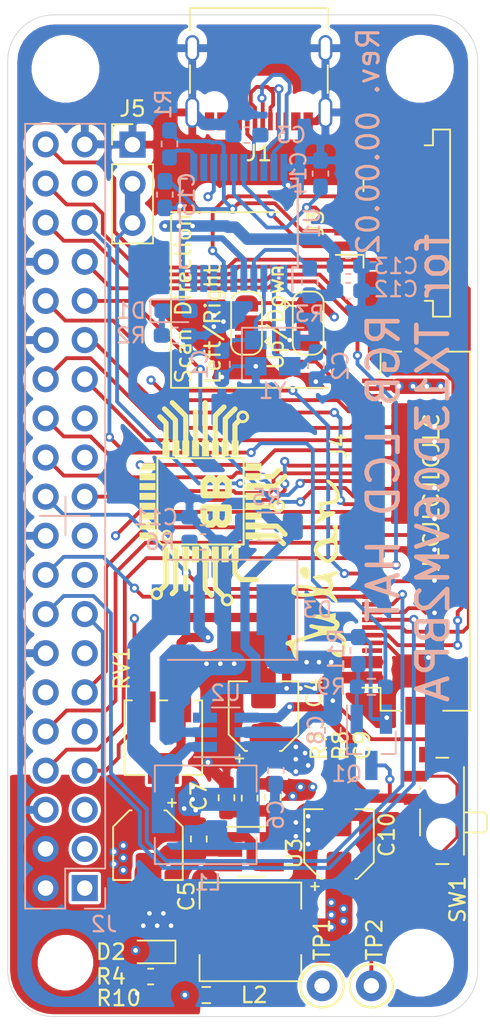
<source format=kicad_pcb>
(kicad_pcb (version 20171130) (host pcbnew "(5.1.9)-1")

  (general
    (thickness 1.6)
    (drawings 18)
    (tracks 749)
    (zones 0)
    (modules 53)
    (nets 71)
  )

  (page A4)
  (layers
    (0 F.Cu signal)
    (1 In1.Cu power hide)
    (2 In2.Cu power hide)
    (31 B.Cu signal)
    (32 B.Adhes user hide)
    (33 F.Adhes user hide)
    (34 B.Paste user hide)
    (35 F.Paste user hide)
    (36 B.SilkS user)
    (37 F.SilkS user)
    (38 B.Mask user hide)
    (39 F.Mask user hide)
    (40 Dwgs.User user hide)
    (41 Cmts.User user hide)
    (42 Eco1.User user hide)
    (43 Eco2.User user hide)
    (44 Edge.Cuts user)
    (45 Margin user hide)
    (46 B.CrtYd user)
    (47 F.CrtYd user hide)
    (48 B.Fab user hide)
    (49 F.Fab user hide)
  )

  (setup
    (last_trace_width 0.25)
    (user_trace_width 0.4)
    (user_trace_width 0.5)
    (user_trace_width 0.6)
    (user_trace_width 0.75)
    (user_trace_width 1)
    (user_trace_width 1.2)
    (user_trace_width 1.5)
    (user_trace_width 1.75)
    (user_trace_width 2)
    (user_trace_width 2.5)
    (trace_clearance 0.2)
    (zone_clearance 0.127)
    (zone_45_only no)
    (trace_min 0)
    (via_size 0.6)
    (via_drill 0.3)
    (via_min_size 0.4)
    (via_min_drill 0.3)
    (user_via 1.5 0.9)
    (user_via 2 1.8)
    (blind_buried_vias_allowed yes)
    (uvia_size 0.3)
    (uvia_drill 0.1)
    (uvias_allowed no)
    (uvia_min_size 0.2)
    (uvia_min_drill 0.1)
    (edge_width 0.05)
    (segment_width 0.2)
    (pcb_text_width 0.3)
    (pcb_text_size 1.5 1.5)
    (mod_edge_width 0.12)
    (mod_text_size 1 1)
    (mod_text_width 0.15)
    (pad_size 3.2 3.2)
    (pad_drill 3.2)
    (pad_to_mask_clearance 0)
    (aux_axis_origin 0 0)
    (visible_elements 7FFFFFFF)
    (pcbplotparams
      (layerselection 0x010fc_ffffffff)
      (usegerberextensions true)
      (usegerberattributes false)
      (usegerberadvancedattributes false)
      (creategerberjobfile false)
      (excludeedgelayer true)
      (linewidth 0.100000)
      (plotframeref false)
      (viasonmask false)
      (mode 1)
      (useauxorigin false)
      (hpglpennumber 1)
      (hpglpenspeed 20)
      (hpglpendiameter 15.000000)
      (psnegative false)
      (psa4output false)
      (plotreference true)
      (plotvalue true)
      (plotinvisibletext false)
      (padsonsilk false)
      (subtractmaskfromsilk false)
      (outputformat 1)
      (mirror false)
      (drillshape 0)
      (scaleselection 1)
      (outputdirectory "Gerber/"))
  )

  (net 0 "")
  (net 1 GND)
  (net 2 "Net-(C1-Pad1)")
  (net 3 "Net-(C2-Pad1)")
  (net 4 "Net-(C3-Pad2)")
  (net 5 +5V)
  (net 6 LED+)
  (net 7 +3.3VP)
  (net 8 "Net-(C9-Pad2)")
  (net 9 "Net-(D1-Pad2)")
  (net 10 "Net-(D1-Pad1)")
  (net 11 "Net-(D2-Pad1)")
  (net 12 "Net-(D3-Pad2)")
  (net 13 VSYNC)
  (net 14 HSYNC)
  (net 15 Blue0)
  (net 16 Green2)
  (net 17 Green3)
  (net 18 Green5)
  (net 19 "Net-(J2-Pad12)")
  (net 20 "Net-(J2-Pad13)")
  (net 21 Red2)
  (net 22 Red3)
  (net 23 Red4)
  (net 24 Blue5)
  (net 25 Red5)
  (net 26 Blue4)
  (net 27 Blue3)
  (net 28 CLK)
  (net 29 DEN)
  (net 30 Blue1)
  (net 31 Blue2)
  (net 32 Green0)
  (net 33 Green1)
  (net 34 Green4)
  (net 35 "Net-(J2-Pad37)")
  (net 36 Red0)
  (net 37 Red1)
  (net 38 "Net-(J3-Pad1)")
  (net 39 "Net-(J3-Pad4)")
  (net 40 LED-)
  (net 41 "Net-(J4-Pad5)")
  (net 42 L_R)
  (net 43 U_D)
  (net 44 "Net-(L2-Pad1)")
  (net 45 "Net-(R1-Pad1)")
  (net 46 "Net-(R3-Pad2)")
  (net 47 "Net-(U1-Pad10)")
  (net 48 "Net-(U1-Pad12)")
  (net 49 RV2)
  (net 50 "Net-(J2-Pad1)")
  (net 51 "Net-(J2-Pad17)")
  (net 52 "Net-(J1-PadB5)")
  (net 53 "Net-(J1-PadA6)")
  (net 54 "Net-(J1-PadA8)")
  (net 55 "Net-(J1-PadA5)")
  (net 56 "Net-(J1-PadB8)")
  (net 57 "Net-(J1-PadA7)")
  (net 58 "Net-(J1-PadA4)")
  (net 59 "Net-(J2-Pad19)")
  (net 60 "Net-(J2-Pad23)")
  (net 61 BL_ENABLE)
  (net 62 "Net-(Q1-Pad1)")
  (net 63 "Net-(R10-Pad2)")
  (net 64 "Net-(C14-Pad2)")
  (net 65 "Net-(C15-Pad2)")
  (net 66 "Net-(U1-Pad6)")
  (net 67 "Net-(U1-Pad8)")
  (net 68 "Net-(U1-Pad9)")
  (net 69 "Net-(U1-Pad13)")
  (net 70 BL_CONTROLLER_EN)

  (net_class Default "Dies ist die voreingestellte Netzklasse."
    (clearance 0.2)
    (trace_width 0.25)
    (via_dia 0.6)
    (via_drill 0.3)
    (uvia_dia 0.3)
    (uvia_drill 0.1)
    (add_net +3.3VP)
    (add_net +5V)
    (add_net BL_CONTROLLER_EN)
    (add_net BL_ENABLE)
    (add_net Blue0)
    (add_net Blue1)
    (add_net Blue2)
    (add_net Blue3)
    (add_net Blue4)
    (add_net Blue5)
    (add_net CLK)
    (add_net DEN)
    (add_net GND)
    (add_net Green0)
    (add_net Green1)
    (add_net Green2)
    (add_net Green3)
    (add_net Green4)
    (add_net Green5)
    (add_net HSYNC)
    (add_net LED+)
    (add_net LED-)
    (add_net L_R)
    (add_net "Net-(C1-Pad1)")
    (add_net "Net-(C14-Pad2)")
    (add_net "Net-(C15-Pad2)")
    (add_net "Net-(C2-Pad1)")
    (add_net "Net-(C3-Pad2)")
    (add_net "Net-(C9-Pad2)")
    (add_net "Net-(D1-Pad1)")
    (add_net "Net-(D1-Pad2)")
    (add_net "Net-(D2-Pad1)")
    (add_net "Net-(D3-Pad2)")
    (add_net "Net-(J1-PadA4)")
    (add_net "Net-(J1-PadA5)")
    (add_net "Net-(J1-PadA6)")
    (add_net "Net-(J1-PadA7)")
    (add_net "Net-(J1-PadA8)")
    (add_net "Net-(J1-PadB5)")
    (add_net "Net-(J1-PadB8)")
    (add_net "Net-(J2-Pad1)")
    (add_net "Net-(J2-Pad12)")
    (add_net "Net-(J2-Pad13)")
    (add_net "Net-(J2-Pad17)")
    (add_net "Net-(J2-Pad19)")
    (add_net "Net-(J2-Pad23)")
    (add_net "Net-(J2-Pad37)")
    (add_net "Net-(J3-Pad1)")
    (add_net "Net-(J3-Pad4)")
    (add_net "Net-(J4-Pad5)")
    (add_net "Net-(L2-Pad1)")
    (add_net "Net-(Q1-Pad1)")
    (add_net "Net-(R1-Pad1)")
    (add_net "Net-(R10-Pad2)")
    (add_net "Net-(R3-Pad2)")
    (add_net "Net-(U1-Pad10)")
    (add_net "Net-(U1-Pad12)")
    (add_net "Net-(U1-Pad13)")
    (add_net "Net-(U1-Pad6)")
    (add_net "Net-(U1-Pad8)")
    (add_net "Net-(U1-Pad9)")
    (add_net RV2)
    (add_net Red0)
    (add_net Red1)
    (add_net Red2)
    (add_net Red3)
    (add_net Red4)
    (add_net Red5)
    (add_net U_D)
    (add_net VSYNC)
  )

  (module Resistor_SMD:R_1206_3216Metric_Pad1.30x1.75mm_HandSolder (layer B.Cu) (tedit 5F68FEEE) (tstamp 602FE446)
    (at 56.95 68.2)
    (descr "Resistor SMD 1206 (3216 Metric), square (rectangular) end terminal, IPC_7351 nominal with elongated pad for handsoldering. (Body size source: IPC-SM-782 page 72, https://www.pcb-3d.com/wordpress/wp-content/uploads/ipc-sm-782a_amendment_1_and_2.pdf), generated with kicad-footprint-generator")
    (tags "resistor handsolder")
    (path /605765BB)
    (attr smd)
    (fp_text reference R5 (at -0.15 -1.9) (layer B.SilkS)
      (effects (font (size 1 1) (thickness 0.15)) (justify mirror))
    )
    (fp_text value 1 (at 0 -1.43) (layer B.Fab)
      (effects (font (size 1 1) (thickness 0.15)) (justify mirror))
    )
    (fp_line (start -1.6 -0.8) (end -1.6 0.8) (layer B.Fab) (width 0.1))
    (fp_line (start -1.6 0.8) (end 1.6 0.8) (layer B.Fab) (width 0.1))
    (fp_line (start 1.6 0.8) (end 1.6 -0.8) (layer B.Fab) (width 0.1))
    (fp_line (start 1.6 -0.8) (end -1.6 -0.8) (layer B.Fab) (width 0.1))
    (fp_line (start -0.727064 0.91) (end 0.727064 0.91) (layer B.SilkS) (width 0.12))
    (fp_line (start -0.727064 -0.91) (end 0.727064 -0.91) (layer B.SilkS) (width 0.12))
    (fp_line (start -2.45 -1.12) (end -2.45 1.12) (layer B.CrtYd) (width 0.05))
    (fp_line (start -2.45 1.12) (end 2.45 1.12) (layer B.CrtYd) (width 0.05))
    (fp_line (start 2.45 1.12) (end 2.45 -1.12) (layer B.CrtYd) (width 0.05))
    (fp_line (start 2.45 -1.12) (end -2.45 -1.12) (layer B.CrtYd) (width 0.05))
    (fp_text user %R (at 0 0) (layer B.Fab)
      (effects (font (size 0.4 0.4) (thickness 0.06)) (justify mirror))
    )
    (pad 2 smd roundrect (at 1.55 0) (size 1.3 1.75) (layers B.Cu B.Paste B.Mask) (roundrect_rratio 0.1923076923076923)
      (net 40 LED-))
    (pad 1 smd roundrect (at -1.55 0) (size 1.3 1.75) (layers B.Cu B.Paste B.Mask) (roundrect_rratio 0.1923076923076923)
      (net 1 GND))
    (model ${KISYS3DMOD}/Resistor_SMD.3dshapes/R_1206_3216Metric.wrl
      (at (xyz 0 0 0))
      (scale (xyz 1 1 1))
      (rotate (xyz 0 0 0))
    )
  )

  (module Resistor_SMD:R_0603_1608Metric_Pad1.05x0.95mm_HandSolder (layer B.Cu) (tedit 5B301BBD) (tstamp 60337B54)
    (at 62.75 76.25 270)
    (descr "Resistor SMD 0603 (1608 Metric), square (rectangular) end terminal, IPC_7351 nominal with elongated pad for handsoldering. (Body size source: http://www.tortai-tech.com/upload/download/2011102023233369053.pdf), generated with kicad-footprint-generator")
    (tags "resistor handsolder")
    (path /603499A4)
    (attr smd)
    (fp_text reference R11 (at 0 1.43 90) (layer B.SilkS)
      (effects (font (size 1 1) (thickness 0.15)) (justify mirror))
    )
    (fp_text value 105k (at 0 -1.43 90) (layer B.Fab)
      (effects (font (size 1 1) (thickness 0.15)) (justify mirror))
    )
    (fp_line (start -0.8 -0.4) (end -0.8 0.4) (layer B.Fab) (width 0.1))
    (fp_line (start -0.8 0.4) (end 0.8 0.4) (layer B.Fab) (width 0.1))
    (fp_line (start 0.8 0.4) (end 0.8 -0.4) (layer B.Fab) (width 0.1))
    (fp_line (start 0.8 -0.4) (end -0.8 -0.4) (layer B.Fab) (width 0.1))
    (fp_line (start -0.171267 0.51) (end 0.171267 0.51) (layer B.SilkS) (width 0.12))
    (fp_line (start -0.171267 -0.51) (end 0.171267 -0.51) (layer B.SilkS) (width 0.12))
    (fp_line (start -1.65 -0.73) (end -1.65 0.73) (layer B.CrtYd) (width 0.05))
    (fp_line (start -1.65 0.73) (end 1.65 0.73) (layer B.CrtYd) (width 0.05))
    (fp_line (start 1.65 0.73) (end 1.65 -0.73) (layer B.CrtYd) (width 0.05))
    (fp_line (start 1.65 -0.73) (end -1.65 -0.73) (layer B.CrtYd) (width 0.05))
    (fp_text user %R (at 0 0 90) (layer B.Fab)
      (effects (font (size 0.4 0.4) (thickness 0.06)) (justify mirror))
    )
    (pad 2 smd roundrect (at 0.875 0 270) (size 1.05 0.95) (layers B.Cu B.Paste B.Mask) (roundrect_rratio 0.25)
      (net 62 "Net-(Q1-Pad1)"))
    (pad 1 smd roundrect (at -0.875 0 270) (size 1.05 0.95) (layers B.Cu B.Paste B.Mask) (roundrect_rratio 0.25)
      (net 1 GND))
    (model ${KISYS3DMOD}/Resistor_SMD.3dshapes/R_0603_1608Metric.wrl
      (at (xyz 0 0 0))
      (scale (xyz 1 1 1))
      (rotate (xyz 0 0 0))
    )
  )

  (module footprints:julian_logo_4mm (layer F.Cu) (tedit 0) (tstamp 6031F634)
    (at 60 71 90)
    (path /6032B777)
    (fp_text reference LOGO2 (at 0 0 90) (layer F.SilkS) hide
      (effects (font (size 1.524 1.524) (thickness 0.3)))
    )
    (fp_text value Logo (at 0.75 0 90) (layer F.SilkS) hide
      (effects (font (size 1.524 1.524) (thickness 0.3)))
    )
    (fp_poly (pts (xy -4.788827 -1.970094) (xy -4.722839 -1.951831) (xy -4.671129 -1.902911) (xy -4.637045 -1.848555)
      (xy -4.591626 -1.744633) (xy -4.559677 -1.630872) (xy -4.555936 -1.608666) (xy -4.541015 -1.536349)
      (xy -4.511601 -1.422065) (xy -4.470387 -1.274433) (xy -4.420067 -1.102069) (xy -4.363335 -0.91359)
      (xy -4.302883 -0.717615) (xy -4.241406 -0.52276) (xy -4.181596 -0.337643) (xy -4.126147 -0.170881)
      (xy -4.077752 -0.031091) (xy -4.039106 0.073108) (xy -4.0129 0.133101) (xy -4.009949 0.138168)
      (xy -3.971279 0.167589) (xy -3.930547 0.146476) (xy -3.893484 0.0802) (xy -3.872737 0.009567)
      (xy -3.833513 -0.156711) (xy -3.798864 -0.274991) (xy -3.764528 -0.35302) (xy -3.726242 -0.398548)
      (xy -3.679742 -0.419325) (xy -3.634574 -0.423333) (xy -3.581919 -0.39884) (xy -3.548621 -0.336888)
      (xy -3.540304 -0.254768) (xy -3.556501 -0.183444) (xy -3.580583 -0.111893) (xy -3.601333 -0.021187)
      (xy -3.619804 0.096401) (xy -3.637049 0.248597) (xy -3.654121 0.443127) (xy -3.668781 0.640378)
      (xy -3.681006 0.836552) (xy -3.685665 0.983382) (xy -3.681768 1.087583) (xy -3.668324 1.15587)
      (xy -3.644342 1.194961) (xy -3.608831 1.21157) (xy -3.584222 1.213556) (xy -3.55491 1.209433)
      (xy -3.528764 1.19209) (xy -3.501899 1.154065) (xy -3.47043 1.087899) (xy -3.430472 0.98613)
      (xy -3.37814 0.841296) (xy -3.352488 0.768541) (xy -3.294946 0.600828) (xy -3.25263 0.465079)
      (xy -3.220185 0.3407) (xy -3.192255 0.207097) (xy -3.163485 0.043676) (xy -3.162572 0.038209)
      (xy -3.139222 -0.087219) (xy -3.116954 -0.167552) (xy -3.091493 -0.213884) (xy -3.058564 -0.23731)
      (xy -3.056026 -0.238318) (xy -3.000476 -0.234623) (xy -2.965782 -0.2121) (xy -2.950173 -0.186993)
      (xy -2.937675 -0.141769) (xy -2.927592 -0.069383) (xy -2.91923 0.037207) (xy -2.911896 0.185046)
      (xy -2.904894 0.381175) (xy -2.903777 0.416882) (xy -2.896809 0.597994) (xy -2.88782 0.764211)
      (xy -2.87755 0.905666) (xy -2.866736 1.012493) (xy -2.856119 1.074824) (xy -2.853984 1.081338)
      (xy -2.830114 1.165802) (xy -2.822222 1.233151) (xy -2.822222 1.305516) (xy -3.20492 1.267806)
      (xy -3.293148 1.392975) (xy -3.392017 1.495428) (xy -3.505396 1.543507) (xy -3.632564 1.537193)
      (xy -3.772799 1.476461) (xy -3.867016 1.410658) (xy -3.972353 1.32723) (xy -4.081591 1.514019)
      (xy -4.190019 1.672171) (xy -4.311914 1.804109) (xy -4.436976 1.900115) (xy -4.540316 1.946842)
      (xy -4.669818 1.967728) (xy -4.833682 1.972032) (xy -5.012529 1.960439) (xy -5.186981 1.933633)
      (xy -5.237725 1.922197) (xy -5.424263 1.86131) (xy -5.560204 1.782007) (xy -5.648987 1.682179)
      (xy -5.659284 1.663703) (xy -5.683262 1.565731) (xy -5.672599 1.448361) (xy -5.633758 1.324323)
      (xy -5.573205 1.206346) (xy -5.497402 1.10716) (xy -5.412813 1.039494) (xy -5.330385 1.016)
      (xy -5.267219 1.025241) (xy -5.23527 1.044144) (xy -5.238366 1.080948) (xy -5.261507 1.155178)
      (xy -5.300229 1.253419) (xy -5.319584 1.297547) (xy -5.369723 1.414339) (xy -5.395988 1.493128)
      (xy -5.401348 1.545564) (xy -5.391296 1.578853) (xy -5.334878 1.633233) (xy -5.232075 1.669479)
      (xy -5.080418 1.688105) (xy -4.877442 1.689623) (xy -4.861032 1.689095) (xy -4.574601 1.679223)
      (xy -4.463166 1.570351) (xy -4.37356 1.467372) (xy -4.308929 1.352945) (xy -4.26613 1.216535)
      (xy -4.242024 1.047608) (xy -4.233469 0.835628) (xy -4.233333 0.799469) (xy -4.235109 0.658807)
      (xy -4.24177 0.532296) (xy -4.255314 0.410407) (xy -4.277741 0.283607) (xy -4.311049 0.142365)
      (xy -4.357238 -0.022848) (xy -4.418306 -0.221565) (xy -4.496253 -0.463316) (xy -4.501635 -0.479777)
      (xy -4.555881 -0.647118) (xy -4.607606 -0.80939) (xy -4.652629 -0.953282) (xy -4.686769 -1.065484)
      (xy -4.70105 -1.114777) (xy -4.731464 -1.21814) (xy -4.762028 -1.290091) (xy -4.80188 -1.333512)
      (xy -4.860158 -1.351287) (xy -4.946 -1.346296) (xy -5.068541 -1.321424) (xy -5.229435 -1.281456)
      (xy -5.406633 -1.236498) (xy -5.537071 -1.204033) (xy -5.628705 -1.182691) (xy -5.689491 -1.171103)
      (xy -5.727383 -1.167901) (xy -5.750339 -1.171714) (xy -5.766314 -1.181175) (xy -5.774287 -1.187692)
      (xy -5.796426 -1.21802) (xy -5.787382 -1.260599) (xy -5.76409 -1.304037) (xy -5.727292 -1.356737)
      (xy -5.679438 -1.399505) (xy -5.610057 -1.437922) (xy -5.508677 -1.477572) (xy -5.364828 -1.524038)
      (xy -5.333556 -1.533575) (xy -5.14987 -1.603338) (xy -5.017759 -1.686886) (xy -4.933372 -1.787321)
      (xy -4.896881 -1.885428) (xy -4.877582 -1.948637) (xy -4.843754 -1.971216) (xy -4.788827 -1.970094)) (layer F.SilkS) (width 0.01))
    (fp_poly (pts (xy 3.080878 -0.066975) (xy 3.170989 -0.021914) (xy 3.269914 0.061914) (xy 3.351241 0.155256)
      (xy 3.422317 0.241114) (xy 3.482992 0.290236) (xy 3.548141 0.305645) (xy 3.632641 0.290364)
      (xy 3.751366 0.247417) (xy 3.769378 0.240244) (xy 3.985618 0.17928) (xy 4.152592 0.162633)
      (xy 4.360334 0.155223) (xy 4.367617 0.282223) (xy 4.379332 0.405958) (xy 4.400584 0.560889)
      (xy 4.428004 0.727206) (xy 4.458223 0.8851) (xy 4.487871 1.014764) (xy 4.499122 1.055308)
      (xy 4.547168 1.177051) (xy 4.609111 1.257051) (xy 4.690753 1.296407) (xy 4.797896 1.296222)
      (xy 4.936342 1.257596) (xy 5.111894 1.18163) (xy 5.126786 1.174425) (xy 5.263786 1.103316)
      (xy 5.367329 1.036283) (xy 5.457206 0.958672) (xy 5.546027 0.863981) (xy 5.650552 0.757016)
      (xy 5.73337 0.695448) (xy 5.791979 0.679285) (xy 5.823874 0.708537) (xy 5.826549 0.783212)
      (xy 5.809552 0.86304) (xy 5.754074 0.978888) (xy 5.654328 1.103122) (xy 5.520067 1.227758)
      (xy 5.361042 1.344808) (xy 5.187003 1.44629) (xy 5.007703 1.524217) (xy 4.997971 1.52763)
      (xy 4.869816 1.561187) (xy 4.736254 1.578377) (xy 4.612135 1.579107) (xy 4.512308 1.563284)
      (xy 4.45184 1.531056) (xy 4.379938 1.421458) (xy 4.317203 1.269108) (xy 4.268103 1.0875)
      (xy 4.237104 0.890131) (xy 4.235999 0.878946) (xy 4.210792 0.679589) (xy 4.177285 0.534196)
      (xy 4.133555 0.440649) (xy 4.077679 0.396827) (xy 4.007735 0.400613) (xy 3.921799 0.449888)
      (xy 3.878707 0.485187) (xy 3.776116 0.575263) (xy 3.786003 0.898351) (xy 3.789218 1.042015)
      (xy 3.787794 1.139317) (xy 3.780749 1.200222) (xy 3.7671 1.234694) (xy 3.751369 1.24956)
      (xy 3.68929 1.259407) (xy 3.622932 1.22186) (xy 3.560782 1.144507) (xy 3.511325 1.034935)
      (xy 3.511319 1.034918) (xy 3.477306 0.938092) (xy 3.438374 0.844642) (xy 3.389027 0.743869)
      (xy 3.323768 0.625074) (xy 3.237101 0.477559) (xy 3.157201 0.345663) (xy 3.084875 0.224341)
      (xy 3.024806 0.118153) (xy 2.982584 0.037384) (xy 2.963796 -0.00768) (xy 2.963334 -0.011151)
      (xy 2.986201 -0.054093) (xy 3.008242 -0.067638) (xy 3.080878 -0.066975)) (layer F.SilkS) (width 0.01))
    (fp_poly (pts (xy -1.264991 -1.571908) (xy -1.1737 -1.541783) (xy -1.106779 -1.483294) (xy -1.059374 -1.389667)
      (xy -1.026632 -1.254127) (xy -1.003701 -1.069899) (xy -1.00138 -1.044222) (xy -0.997108 -0.832483)
      (xy -1.015768 -0.597032) (xy -1.054279 -0.364247) (xy -1.101981 -0.183042) (xy -1.155026 0.005024)
      (xy -1.198532 0.207975) (xy -1.228658 0.404473) (xy -1.241564 0.573179) (xy -1.241777 0.593549)
      (xy -1.230038 0.716595) (xy -1.190202 0.7948) (xy -1.115347 0.835647) (xy -1.007549 0.846667)
      (xy -0.899347 0.824738) (xy -0.809259 0.757527) (xy -0.736131 0.642899) (xy -0.678812 0.47872)
      (xy -0.636148 0.262853) (xy -0.619111 0.127) (xy -0.597828 -0.022549) (xy -0.569522 -0.122207)
      (xy -0.53136 -0.178371) (xy -0.480507 -0.19744) (xy -0.475376 -0.197555) (xy -0.445664 -0.178877)
      (xy -0.41774 -0.120039) (xy -0.390455 -0.016833) (xy -0.36266 0.134945) (xy -0.337576 0.306755)
      (xy -0.289932 0.590322) (xy -0.227471 0.855127) (xy -0.187504 0.987778) (xy -0.13212 1.160202)
      (xy -0.096541 1.286668) (xy -0.080288 1.373894) (xy -0.082881 1.428595) (xy -0.103842 1.45749)
      (xy -0.142692 1.467294) (xy -0.1533 1.467556) (xy -0.22648 1.441357) (xy -0.276615 1.389945)
      (xy -0.324998 1.313767) (xy -0.377202 1.221026) (xy -0.389363 1.197557) (xy -0.437612 1.108748)
      (xy -0.482142 1.055297) (xy -0.536576 1.032592) (xy -0.614539 1.036025) (xy -0.729653 1.060984)
      (xy -0.766037 1.070098) (xy -0.932791 1.107763) (xy -1.060805 1.124116) (xy -1.163731 1.118852)
      (xy -1.25522 1.091661) (xy -1.323046 1.057553) (xy -1.446648 0.986896) (xy -1.577046 1.108494)
      (xy -1.696964 1.20939) (xy -1.819766 1.293887) (xy -1.936423 1.357716) (xy -2.037905 1.396607)
      (xy -2.115181 1.406292) (xy -2.158647 1.383461) (xy -2.1515 1.347641) (xy -2.114786 1.281794)
      (xy -2.056921 1.19764) (xy -1.986323 1.106902) (xy -1.91141 1.021301) (xy -1.864998 0.974541)
      (xy -1.744044 0.837686) (xy -1.67154 0.694314) (xy -1.640386 0.527914) (xy -1.637926 0.44653)
      (xy -1.645205 0.304649) (xy -1.662997 0.149247) (xy -1.681755 0.042334) (xy -1.69999 -0.061407)
      (xy -1.719267 -0.203864) (xy -1.737458 -0.367399) (xy -1.752436 -0.534374) (xy -1.754301 -0.558996)
      (xy -1.763345 -0.743793) (xy -1.537241 -0.743793) (xy -1.537201 -0.691444) (xy -1.534652 -0.495816)
      (xy -1.526936 -0.350305) (xy -1.512514 -0.248701) (xy -1.489848 -0.184793) (xy -1.457398 -0.152371)
      (xy -1.413625 -0.145226) (xy -1.402146 -0.146454) (xy -1.36486 -0.162875) (xy -1.331816 -0.207428)
      (xy -1.296419 -0.290812) (xy -1.274991 -0.352777) (xy -1.230449 -0.526124) (xy -1.202587 -0.732415)
      (xy -1.193702 -0.861983) (xy -1.187422 -0.999083) (xy -1.186175 -1.092285) (xy -1.19165 -1.154037)
      (xy -1.205535 -1.196786) (xy -1.229517 -1.232979) (xy -1.246808 -1.253655) (xy -1.319214 -1.310038)
      (xy -1.38974 -1.310357) (xy -1.456512 -1.254992) (xy -1.489031 -1.2045) (xy -1.508803 -1.159033)
      (xy -1.522561 -1.100333) (xy -1.531254 -1.018296) (xy -1.535831 -0.902818) (xy -1.537241 -0.743793)
      (xy -1.763345 -0.743793) (xy -1.766071 -0.799488) (xy -1.761075 -0.996974) (xy -1.737615 -1.162845)
      (xy -1.693991 -1.308494) (xy -1.628502 -1.445311) (xy -1.61978 -1.4605) (xy -1.578209 -1.527689)
      (xy -1.541126 -1.563484) (xy -1.489218 -1.57777) (xy -1.403177 -1.580436) (xy -1.385505 -1.580444)
      (xy -1.264991 -1.571908)) (layer F.SilkS) (width 0.01))
    (fp_poly (pts (xy 1.490546 -0.092159) (xy 1.540756 -0.070555) (xy 1.626628 -0.032911) (xy 1.691856 -0.007314)
      (xy 1.718018 0) (xy 1.768271 0.026789) (xy 1.822616 0.10237) (xy 1.877846 0.219563)
      (xy 1.930755 0.371191) (xy 1.978136 0.550073) (xy 1.991851 0.61308) (xy 2.028365 0.776319)
      (xy 2.065361 0.894598) (xy 2.11132 0.978831) (xy 2.174724 1.039932) (xy 2.264055 1.088816)
      (xy 2.387796 1.136396) (xy 2.40255 1.141559) (xy 2.520738 1.175676) (xy 2.607438 1.180223)
      (xy 2.67974 1.154374) (xy 2.720468 1.126188) (xy 2.781901 1.089732) (xy 2.830286 1.080553)
      (xy 2.83315 1.081429) (xy 2.866454 1.120195) (xy 2.889101 1.193826) (xy 2.896634 1.281084)
      (xy 2.888779 1.346441) (xy 2.870978 1.417367) (xy 2.599656 1.401458) (xy 2.457137 1.391102)
      (xy 2.313376 1.377345) (xy 2.192921 1.362635) (xy 2.160974 1.357741) (xy 2.047168 1.344106)
      (xy 1.963556 1.349379) (xy 1.896472 1.370523) (xy 1.831206 1.388663) (xy 1.732027 1.401097)
      (xy 1.591808 1.408375) (xy 1.403422 1.411051) (xy 1.372387 1.411089) (xy 1.202624 1.410248)
      (xy 1.078215 1.406947) (xy 0.988083 1.399988) (xy 0.92115 1.388172) (xy 0.86634 1.3703)
      (xy 0.826091 1.351988) (xy 0.677902 1.249429) (xy 0.548259 1.101204) (xy 0.477068 0.982466)
      (xy 0.437738 0.863634) (xy 0.439007 0.769079) (xy 0.649111 0.769079) (xy 0.670799 0.821148)
      (xy 0.728653 0.894184) (xy 0.811859 0.977869) (xy 0.909603 1.061886) (xy 1.011071 1.135915)
      (xy 1.072445 1.173002) (xy 1.149778 1.209947) (xy 1.224081 1.229805) (xy 1.316605 1.236407)
      (xy 1.415291 1.234813) (xy 1.540582 1.226779) (xy 1.623566 1.210843) (xy 1.678176 1.183916)
      (xy 1.690458 1.173825) (xy 1.727371 1.129107) (xy 1.744574 1.072589) (xy 1.741733 0.994052)
      (xy 1.718517 0.883274) (xy 1.676179 0.735234) (xy 1.60015 0.515466) (xy 1.520128 0.339169)
      (xy 1.438077 0.208999) (xy 1.355962 0.12761) (xy 1.275747 0.097658) (xy 1.215142 0.11204)
      (xy 1.166433 0.149534) (xy 1.094913 0.218613) (xy 1.00891 0.309611) (xy 0.916752 0.412862)
      (xy 0.826766 0.518699) (xy 0.747279 0.617455) (xy 0.686619 0.699466) (xy 0.653113 0.755063)
      (xy 0.649111 0.769079) (xy 0.439007 0.769079) (xy 0.43945 0.736074) (xy 0.483882 0.594533)
      (xy 0.572715 0.433756) (xy 0.707629 0.248492) (xy 0.714494 0.239889) (xy 0.824694 0.110291)
      (xy 0.920787 0.017784) (xy 1.016478 -0.049658) (xy 1.086556 -0.086508) (xy 1.218092 -0.13089)
      (xy 1.347253 -0.132966) (xy 1.490546 -0.092159)) (layer F.SilkS) (width 0.01))
    (fp_poly (pts (xy 0.050358 -1.037212) (xy 0.096866 -1.007816) (xy 0.125468 -0.962518) (xy 0.170237 -0.840931)
      (xy 0.188566 -0.712649) (xy 0.177518 -0.601655) (xy 0.171788 -0.584325) (xy 0.115864 -0.51127)
      (xy 0.017613 -0.453204) (xy -0.110047 -0.413548) (xy -0.254195 -0.395723) (xy -0.401914 -0.40315)
      (xy -0.465666 -0.415533) (xy -0.541773 -0.448079) (xy -0.581164 -0.506747) (xy -0.59266 -0.604905)
      (xy -0.592666 -0.608068) (xy -0.577767 -0.717316) (xy -0.525117 -0.809446) (xy -0.516034 -0.820519)
      (xy -0.420936 -0.902808) (xy -0.292419 -0.97456) (xy -0.153509 -1.025216) (xy -0.028142 -1.044222)
      (xy 0.050358 -1.037212)) (layer F.SilkS) (width 0.01))
  )

  (module TestPoint:TestPoint_Keystone_5000-5004_Miniature (layer F.Cu) (tedit 5A0F774F) (tstamp 6032B1DF)
    (at 63.6 98)
    (descr "Keystone Miniature THM Test Point 5000-5004, http://www.keyelco.com/product-pdf.cfm?p=1309")
    (tags "Through Hole Mount Test Points")
    (path /611790C2)
    (fp_text reference TP2 (at 0.2 -3 90) (layer F.SilkS)
      (effects (font (size 1 1) (thickness 0.15)))
    )
    (fp_text value BG_LEDS (at 0 2.5) (layer F.Fab)
      (effects (font (size 1 1) (thickness 0.15)))
    )
    (fp_circle (center 0 0) (end 1.4 0) (layer F.SilkS) (width 0.15))
    (fp_circle (center 0 0) (end 1.25 0) (layer F.Fab) (width 0.15))
    (fp_circle (center 0 0) (end 1.65 0) (layer F.CrtYd) (width 0.05))
    (fp_line (start -0.75 0.25) (end -0.75 -0.25) (layer F.Fab) (width 0.15))
    (fp_line (start 0.75 0.25) (end -0.75 0.25) (layer F.Fab) (width 0.15))
    (fp_line (start 0.75 -0.25) (end 0.75 0.25) (layer F.Fab) (width 0.15))
    (fp_line (start -0.75 -0.25) (end 0.75 -0.25) (layer F.Fab) (width 0.15))
    (fp_text user %R (at 0 -2.5) (layer F.Fab)
      (effects (font (size 1 1) (thickness 0.15)))
    )
    (pad 1 thru_hole circle (at 0 0) (size 2 2) (drill 1) (layers *.Cu *.Mask)
      (net 6 LED+))
    (model ${KISYS3DMOD}/TestPoint.3dshapes/TestPoint_Keystone_5000-5004_Miniature.wrl
      (at (xyz 0 0 0))
      (scale (xyz 1 1 1))
      (rotate (xyz 0 0 0))
    )
  )

  (module TestPoint:TestPoint_Keystone_5000-5004_Miniature (layer F.Cu) (tedit 5A0F774F) (tstamp 603297A7)
    (at 60.4 98)
    (descr "Keystone Miniature THM Test Point 5000-5004, http://www.keyelco.com/product-pdf.cfm?p=1309")
    (tags "Through Hole Mount Test Points")
    (path /60E25800)
    (fp_text reference TP1 (at 0 -3 90) (layer F.SilkS)
      (effects (font (size 1 1) (thickness 0.15)))
    )
    (fp_text value 3V3_DISPLAY (at 0 2.5) (layer F.Fab)
      (effects (font (size 1 1) (thickness 0.15)))
    )
    (fp_circle (center 0 0) (end 1.4 0) (layer F.SilkS) (width 0.15))
    (fp_circle (center 0 0) (end 1.25 0) (layer F.Fab) (width 0.15))
    (fp_circle (center 0 0) (end 1.65 0) (layer F.CrtYd) (width 0.05))
    (fp_line (start -0.75 0.25) (end -0.75 -0.25) (layer F.Fab) (width 0.15))
    (fp_line (start 0.75 0.25) (end -0.75 0.25) (layer F.Fab) (width 0.15))
    (fp_line (start 0.75 -0.25) (end 0.75 0.25) (layer F.Fab) (width 0.15))
    (fp_line (start -0.75 -0.25) (end 0.75 -0.25) (layer F.Fab) (width 0.15))
    (fp_text user %R (at 0 -2.5) (layer F.Fab)
      (effects (font (size 1 1) (thickness 0.15)))
    )
    (pad 1 thru_hole circle (at 0 0) (size 2 2) (drill 1) (layers *.Cu *.Mask)
      (net 7 +3.3VP))
    (model ${KISYS3DMOD}/TestPoint.3dshapes/TestPoint_Keystone_5000-5004_Miniature.wrl
      (at (xyz 0 0 0))
      (scale (xyz 1 1 1))
      (rotate (xyz 0 0 0))
    )
  )

  (module Resistor_SMD:R_0603_1608Metric_Pad0.98x0.95mm_HandSolder (layer F.Cu) (tedit 5F68FEEE) (tstamp 60325E52)
    (at 52.8875 98.6)
    (descr "Resistor SMD 0603 (1608 Metric), square (rectangular) end terminal, IPC_7351 nominal with elongated pad for handsoldering. (Body size source: IPC-SM-782 page 72, https://www.pcb-3d.com/wordpress/wp-content/uploads/ipc-sm-782a_amendment_1_and_2.pdf), generated with kicad-footprint-generator")
    (tags "resistor handsolder")
    (path /60C60D4C)
    (attr smd)
    (fp_text reference R10 (at -5.6875 0.2) (layer F.SilkS)
      (effects (font (size 1 1) (thickness 0.15)))
    )
    (fp_text value 105k (at 0 1.43) (layer F.Fab)
      (effects (font (size 1 1) (thickness 0.15)))
    )
    (fp_line (start 1.65 0.73) (end -1.65 0.73) (layer F.CrtYd) (width 0.05))
    (fp_line (start 1.65 -0.73) (end 1.65 0.73) (layer F.CrtYd) (width 0.05))
    (fp_line (start -1.65 -0.73) (end 1.65 -0.73) (layer F.CrtYd) (width 0.05))
    (fp_line (start -1.65 0.73) (end -1.65 -0.73) (layer F.CrtYd) (width 0.05))
    (fp_line (start -0.254724 0.5225) (end 0.254724 0.5225) (layer F.SilkS) (width 0.12))
    (fp_line (start -0.254724 -0.5225) (end 0.254724 -0.5225) (layer F.SilkS) (width 0.12))
    (fp_line (start 0.8 0.4125) (end -0.8 0.4125) (layer F.Fab) (width 0.1))
    (fp_line (start 0.8 -0.4125) (end 0.8 0.4125) (layer F.Fab) (width 0.1))
    (fp_line (start -0.8 -0.4125) (end 0.8 -0.4125) (layer F.Fab) (width 0.1))
    (fp_line (start -0.8 0.4125) (end -0.8 -0.4125) (layer F.Fab) (width 0.1))
    (fp_text user %R (at 0 0) (layer F.Fab)
      (effects (font (size 0.4 0.4) (thickness 0.06)))
    )
    (pad 2 smd roundrect (at 0.9125 0) (size 0.975 0.95) (layers F.Cu F.Paste F.Mask) (roundrect_rratio 0.25)
      (net 63 "Net-(R10-Pad2)"))
    (pad 1 smd roundrect (at -0.9125 0) (size 0.975 0.95) (layers F.Cu F.Paste F.Mask) (roundrect_rratio 0.25)
      (net 5 +5V))
    (model ${KISYS3DMOD}/Resistor_SMD.3dshapes/R_0603_1608Metric.wrl
      (at (xyz 0 0 0))
      (scale (xyz 1 1 1))
      (rotate (xyz 0 0 0))
    )
  )

  (module Resistor_SMD:R_0603_1608Metric_Pad0.98x0.95mm_HandSolder (layer B.Cu) (tedit 5F68FEEE) (tstamp 60325E41)
    (at 63.6 78.6)
    (descr "Resistor SMD 0603 (1608 Metric), square (rectangular) end terminal, IPC_7351 nominal with elongated pad for handsoldering. (Body size source: IPC-SM-782 page 72, https://www.pcb-3d.com/wordpress/wp-content/uploads/ipc-sm-782a_amendment_1_and_2.pdf), generated with kicad-footprint-generator")
    (tags "resistor handsolder")
    (path /60CA8B3D)
    (attr smd)
    (fp_text reference R9 (at -2.6 0) (layer B.SilkS)
      (effects (font (size 1 1) (thickness 0.15)) (justify mirror))
    )
    (fp_text value 1k5 (at 0 -1.43) (layer B.Fab)
      (effects (font (size 1 1) (thickness 0.15)) (justify mirror))
    )
    (fp_line (start 1.65 -0.73) (end -1.65 -0.73) (layer B.CrtYd) (width 0.05))
    (fp_line (start 1.65 0.73) (end 1.65 -0.73) (layer B.CrtYd) (width 0.05))
    (fp_line (start -1.65 0.73) (end 1.65 0.73) (layer B.CrtYd) (width 0.05))
    (fp_line (start -1.65 -0.73) (end -1.65 0.73) (layer B.CrtYd) (width 0.05))
    (fp_line (start -0.254724 -0.5225) (end 0.254724 -0.5225) (layer B.SilkS) (width 0.12))
    (fp_line (start -0.254724 0.5225) (end 0.254724 0.5225) (layer B.SilkS) (width 0.12))
    (fp_line (start 0.8 -0.4125) (end -0.8 -0.4125) (layer B.Fab) (width 0.1))
    (fp_line (start 0.8 0.4125) (end 0.8 -0.4125) (layer B.Fab) (width 0.1))
    (fp_line (start -0.8 0.4125) (end 0.8 0.4125) (layer B.Fab) (width 0.1))
    (fp_line (start -0.8 -0.4125) (end -0.8 0.4125) (layer B.Fab) (width 0.1))
    (fp_text user %R (at 0 0) (layer B.Fab)
      (effects (font (size 0.4 0.4) (thickness 0.06)) (justify mirror))
    )
    (pad 2 smd roundrect (at 0.9125 0) (size 0.975 0.95) (layers B.Cu B.Paste B.Mask) (roundrect_rratio 0.25)
      (net 61 BL_ENABLE))
    (pad 1 smd roundrect (at -0.9125 0) (size 0.975 0.95) (layers B.Cu B.Paste B.Mask) (roundrect_rratio 0.25)
      (net 62 "Net-(Q1-Pad1)"))
    (model ${KISYS3DMOD}/Resistor_SMD.3dshapes/R_0603_1608Metric.wrl
      (at (xyz 0 0 0))
      (scale (xyz 1 1 1))
      (rotate (xyz 0 0 0))
    )
  )

  (module Package_TO_SOT_SMD:SOT-23_Handsoldering (layer B.Cu) (tedit 5A0AB76C) (tstamp 60325D30)
    (at 63.6 82.2 270)
    (descr "SOT-23, Handsoldering")
    (tags SOT-23)
    (path /60D15588)
    (attr smd)
    (fp_text reference Q1 (at 2.05 1.6) (layer B.SilkS)
      (effects (font (size 1 1) (thickness 0.15)) (justify mirror))
    )
    (fp_text value ATM7002KNSA (at 0 -2.5 270) (layer B.Fab)
      (effects (font (size 1 1) (thickness 0.15)) (justify mirror))
    )
    (fp_line (start 0.76 -1.58) (end -0.7 -1.58) (layer B.SilkS) (width 0.12))
    (fp_line (start -0.7 -1.52) (end 0.7 -1.52) (layer B.Fab) (width 0.1))
    (fp_line (start 0.7 1.52) (end 0.7 -1.52) (layer B.Fab) (width 0.1))
    (fp_line (start -0.7 0.95) (end -0.15 1.52) (layer B.Fab) (width 0.1))
    (fp_line (start -0.15 1.52) (end 0.7 1.52) (layer B.Fab) (width 0.1))
    (fp_line (start -0.7 0.95) (end -0.7 -1.5) (layer B.Fab) (width 0.1))
    (fp_line (start 0.76 1.58) (end -2.4 1.58) (layer B.SilkS) (width 0.12))
    (fp_line (start -2.7 -1.75) (end -2.7 1.75) (layer B.CrtYd) (width 0.05))
    (fp_line (start 2.7 -1.75) (end -2.7 -1.75) (layer B.CrtYd) (width 0.05))
    (fp_line (start 2.7 1.75) (end 2.7 -1.75) (layer B.CrtYd) (width 0.05))
    (fp_line (start -2.7 1.75) (end 2.7 1.75) (layer B.CrtYd) (width 0.05))
    (fp_line (start 0.76 1.58) (end 0.76 0.65) (layer B.SilkS) (width 0.12))
    (fp_line (start 0.76 -1.58) (end 0.76 -0.65) (layer B.SilkS) (width 0.12))
    (fp_text user %R (at 0 0) (layer B.Fab)
      (effects (font (size 0.5 0.5) (thickness 0.075)) (justify mirror))
    )
    (pad 3 smd rect (at 1.5 0 270) (size 1.9 0.8) (layers B.Cu B.Paste B.Mask)
      (net 70 BL_CONTROLLER_EN))
    (pad 2 smd rect (at -1.5 -0.95 270) (size 1.9 0.8) (layers B.Cu B.Paste B.Mask)
      (net 1 GND))
    (pad 1 smd rect (at -1.5 0.95 270) (size 1.9 0.8) (layers B.Cu B.Paste B.Mask)
      (net 62 "Net-(Q1-Pad1)"))
    (model ${KISYS3DMOD}/Package_TO_SOT_SMD.3dshapes/SOT-23.wrl
      (at (xyz 0 0 0))
      (scale (xyz 1 1 1))
      (rotate (xyz 0 0 0))
    )
  )

  (module Jumper:SolderJumper-3_P1.3mm_Bridged12_RoundedPad1.0x1.5mm (layer F.Cu) (tedit 5C745321) (tstamp 6031CC27)
    (at 59.5 55 270)
    (descr "SMD Solder 3-pad Jumper, 1x1.5mm rounded Pads, 0.3mm gap, pads 1-2 bridged with 1 copper strip")
    (tags "solder jumper open")
    (path /608943E0)
    (attr virtual)
    (fp_text reference JP2 (at 0 -1.8 90) (layer F.SilkS) hide
      (effects (font (size 1 1) (thickness 0.15)))
    )
    (fp_text value Jumper_3_Bridged12 (at 0 1.9 90) (layer F.Fab)
      (effects (font (size 1 1) (thickness 0.15)))
    )
    (fp_poly (pts (xy -0.9 -0.3) (xy -0.4 -0.3) (xy -0.4 0.3) (xy -0.9 0.3)) (layer F.Cu) (width 0))
    (fp_line (start 2.3 1.25) (end -2.3 1.25) (layer F.CrtYd) (width 0.05))
    (fp_line (start 2.3 1.25) (end 2.3 -1.25) (layer F.CrtYd) (width 0.05))
    (fp_line (start -2.3 -1.25) (end -2.3 1.25) (layer F.CrtYd) (width 0.05))
    (fp_line (start -2.3 -1.25) (end 2.3 -1.25) (layer F.CrtYd) (width 0.05))
    (fp_line (start -1.4 -1) (end 1.4 -1) (layer F.SilkS) (width 0.12))
    (fp_line (start 2.05 -0.3) (end 2.05 0.3) (layer F.SilkS) (width 0.12))
    (fp_line (start 1.4 1) (end -1.4 1) (layer F.SilkS) (width 0.12))
    (fp_line (start -2.05 0.3) (end -2.05 -0.3) (layer F.SilkS) (width 0.12))
    (fp_line (start -1.2 1.2) (end -1.5 1.5) (layer F.SilkS) (width 0.12))
    (fp_line (start -1.5 1.5) (end -0.9 1.5) (layer F.SilkS) (width 0.12))
    (fp_line (start -1.2 1.2) (end -0.9 1.5) (layer F.SilkS) (width 0.12))
    (fp_arc (start -1.35 -0.3) (end -1.35 -1) (angle -90) (layer F.SilkS) (width 0.12))
    (fp_arc (start -1.35 0.3) (end -2.05 0.3) (angle -90) (layer F.SilkS) (width 0.12))
    (fp_arc (start 1.35 0.3) (end 1.35 1) (angle -90) (layer F.SilkS) (width 0.12))
    (fp_arc (start 1.35 -0.3) (end 2.05 -0.3) (angle -90) (layer F.SilkS) (width 0.12))
    (pad 1 smd custom (at -1.3 0 270) (size 1 0.5) (layers F.Cu F.Mask)
      (net 7 +3.3VP) (zone_connect 2)
      (options (clearance outline) (anchor rect))
      (primitives
        (gr_circle (center 0 0.25) (end 0.5 0.25) (width 0))
        (gr_circle (center 0 -0.25) (end 0.5 -0.25) (width 0))
        (gr_poly (pts
           (xy 0.55 -0.75) (xy 0 -0.75) (xy 0 0.75) (xy 0.55 0.75)) (width 0))
      ))
    (pad 2 smd rect (at 0 0 270) (size 1 1.5) (layers F.Cu F.Mask)
      (net 43 U_D))
    (pad 3 smd custom (at 1.3 0 270) (size 1 0.5) (layers F.Cu F.Mask)
      (net 1 GND) (zone_connect 2)
      (options (clearance outline) (anchor rect))
      (primitives
        (gr_circle (center 0 0.25) (end 0.5 0.25) (width 0))
        (gr_circle (center 0 -0.25) (end 0.5 -0.25) (width 0))
        (gr_poly (pts
           (xy -0.55 -0.75) (xy 0 -0.75) (xy 0 0.75) (xy -0.55 0.75)) (width 0))
      ))
  )

  (module Jumper:SolderJumper-3_P1.3mm_Bridged12_RoundedPad1.0x1.5mm (layer F.Cu) (tedit 5C745321) (tstamp 607830C6)
    (at 55.5 55 90)
    (descr "SMD Solder 3-pad Jumper, 1x1.5mm rounded Pads, 0.3mm gap, pads 1-2 bridged with 1 copper strip")
    (tags "solder jumper open")
    (path /60892CAD)
    (attr virtual)
    (fp_text reference JP1 (at 0 -1.8 90) (layer F.SilkS) hide
      (effects (font (size 1 1) (thickness 0.15)))
    )
    (fp_text value Jumper_3_Bridged12 (at 0 1.9 90) (layer F.Fab)
      (effects (font (size 1 1) (thickness 0.15)))
    )
    (fp_poly (pts (xy -0.9 -0.3) (xy -0.4 -0.3) (xy -0.4 0.3) (xy -0.9 0.3)) (layer F.Cu) (width 0))
    (fp_line (start 2.3 1.25) (end -2.3 1.25) (layer F.CrtYd) (width 0.05))
    (fp_line (start 2.3 1.25) (end 2.3 -1.25) (layer F.CrtYd) (width 0.05))
    (fp_line (start -2.3 -1.25) (end -2.3 1.25) (layer F.CrtYd) (width 0.05))
    (fp_line (start -2.3 -1.25) (end 2.3 -1.25) (layer F.CrtYd) (width 0.05))
    (fp_line (start -1.4 -1) (end 1.4 -1) (layer F.SilkS) (width 0.12))
    (fp_line (start 2.05 -0.3) (end 2.05 0.3) (layer F.SilkS) (width 0.12))
    (fp_line (start 1.4 1) (end -1.4 1) (layer F.SilkS) (width 0.12))
    (fp_line (start -2.05 0.3) (end -2.05 -0.3) (layer F.SilkS) (width 0.12))
    (fp_line (start -1.2 1.2) (end -1.5 1.5) (layer F.SilkS) (width 0.12))
    (fp_line (start -1.5 1.5) (end -0.9 1.5) (layer F.SilkS) (width 0.12))
    (fp_line (start -1.2 1.2) (end -0.9 1.5) (layer F.SilkS) (width 0.12))
    (fp_arc (start -1.35 -0.3) (end -1.35 -1) (angle -90) (layer F.SilkS) (width 0.12))
    (fp_arc (start -1.35 0.3) (end -2.05 0.3) (angle -90) (layer F.SilkS) (width 0.12))
    (fp_arc (start 1.35 0.3) (end 1.35 1) (angle -90) (layer F.SilkS) (width 0.12))
    (fp_arc (start 1.35 -0.3) (end 2.05 -0.3) (angle -90) (layer F.SilkS) (width 0.12))
    (pad 1 smd custom (at -1.3 0 90) (size 1 0.5) (layers F.Cu F.Mask)
      (net 1 GND) (zone_connect 2)
      (options (clearance outline) (anchor rect))
      (primitives
        (gr_circle (center 0 0.25) (end 0.5 0.25) (width 0))
        (gr_circle (center 0 -0.25) (end 0.5 -0.25) (width 0))
        (gr_poly (pts
           (xy 0.55 -0.75) (xy 0 -0.75) (xy 0 0.75) (xy 0.55 0.75)) (width 0))
      ))
    (pad 2 smd rect (at 0 0 90) (size 1 1.5) (layers F.Cu F.Mask)
      (net 42 L_R))
    (pad 3 smd custom (at 1.3 0 90) (size 1 0.5) (layers F.Cu F.Mask)
      (net 7 +3.3VP) (zone_connect 2)
      (options (clearance outline) (anchor rect))
      (primitives
        (gr_circle (center 0 0.25) (end 0.5 0.25) (width 0))
        (gr_circle (center 0 -0.25) (end 0.5 -0.25) (width 0))
        (gr_poly (pts
           (xy -0.55 -0.75) (xy 0 -0.75) (xy 0 0.75) (xy -0.55 0.75)) (width 0))
      ))
  )

  (module Connector_USB:USB_C_Receptacle_Palconn_UTC16-G (layer F.Cu) (tedit 5CF432E0) (tstamp 6031535F)
    (at 56.3 39.4 180)
    (descr http://www.palpilot.com/wp-content/uploads/2017/05/UTC027-GKN-OR-Rev-A.pdf)
    (tags "USB C Type-C Receptacle USB2.0")
    (path /60591EAA)
    (attr smd)
    (fp_text reference J1 (at 0 -4.58) (layer F.SilkS)
      (effects (font (size 1 1) (thickness 0.15)))
    )
    (fp_text value USB_C_Receptacle_USB2.0 (at 0 6.24) (layer F.Fab)
      (effects (font (size 1 1) (thickness 0.15)))
    )
    (fp_line (start -4.47 -2.48) (end 4.47 -2.48) (layer F.Fab) (width 0.1))
    (fp_line (start 4.47 -2.48) (end 4.47 4.84) (layer F.Fab) (width 0.1))
    (fp_line (start 4.47 4.84) (end -4.47 4.84) (layer F.Fab) (width 0.1))
    (fp_line (start -4.47 -2.48) (end -4.47 4.84) (layer F.Fab) (width 0.1))
    (fp_line (start -5.27 5.34) (end 5.27 5.34) (layer F.CrtYd) (width 0.05))
    (fp_line (start -5.27 -3.59) (end -5.27 5.34) (layer F.CrtYd) (width 0.05))
    (fp_line (start 5.27 -3.59) (end -5.27 -3.59) (layer F.CrtYd) (width 0.05))
    (fp_line (start 5.27 5.34) (end 5.27 -3.59) (layer F.CrtYd) (width 0.05))
    (fp_line (start -4.47 4.34) (end 4.47 4.34) (layer Dwgs.User) (width 0.1))
    (fp_line (start -4.47 -0.67) (end -4.47 1.13) (layer F.SilkS) (width 0.12))
    (fp_line (start -4.47 4.84) (end -4.47 3.38) (layer F.SilkS) (width 0.12))
    (fp_line (start 4.47 4.84) (end 4.47 3.38) (layer F.SilkS) (width 0.12))
    (fp_line (start 4.47 -0.67) (end 4.47 1.13) (layer F.SilkS) (width 0.12))
    (fp_line (start 4.47 4.84) (end -4.47 4.84) (layer F.SilkS) (width 0.12))
    (fp_text user "PCB Edge" (at 0 3.43) (layer Dwgs.User)
      (effects (font (size 1 1) (thickness 0.15)))
    )
    (fp_text user %R (at 0 1.18) (layer F.Fab)
      (effects (font (size 1 1) (thickness 0.15)))
    )
    (pad A12 smd rect (at 3.2 -2.51 180) (size 0.6 1.16) (layers F.Cu F.Paste F.Mask)
      (net 1 GND))
    (pad A9 smd rect (at 2.4 -2.51 180) (size 0.6 1.16) (layers F.Cu F.Paste F.Mask)
      (net 58 "Net-(J1-PadA4)"))
    (pad B1 smd rect (at 3.2 -2.51 180) (size 0.6 1.16) (layers F.Cu F.Paste F.Mask)
      (net 1 GND))
    (pad B4 smd rect (at 2.4 -2.51 180) (size 0.6 1.16) (layers F.Cu F.Paste F.Mask)
      (net 58 "Net-(J1-PadA4)"))
    (pad B12 smd rect (at -3.2 -2.51 180) (size 0.6 1.16) (layers F.Cu F.Paste F.Mask)
      (net 1 GND))
    (pad A1 smd rect (at -3.2 -2.51 180) (size 0.6 1.16) (layers F.Cu F.Paste F.Mask)
      (net 1 GND))
    (pad B9 smd rect (at -2.4 -2.51 180) (size 0.6 1.16) (layers F.Cu F.Paste F.Mask)
      (net 58 "Net-(J1-PadA4)"))
    (pad A4 smd rect (at -2.4 -2.51 180) (size 0.6 1.16) (layers F.Cu F.Paste F.Mask)
      (net 58 "Net-(J1-PadA4)"))
    (pad "" np_thru_hole circle (at -2.89 -1.45) (size 0.6 0.6) (drill 0.6) (layers *.Cu *.Mask))
    (pad "" np_thru_hole circle (at 2.89 -1.45) (size 0.6 0.6) (drill 0.6) (layers *.Cu *.Mask))
    (pad B5 smd rect (at 1.75 -2.51) (size 0.3 1.16) (layers F.Cu F.Paste F.Mask)
      (net 52 "Net-(J1-PadB5)"))
    (pad B6 smd rect (at 0.75 -2.51) (size 0.3 1.16) (layers F.Cu F.Paste F.Mask)
      (net 53 "Net-(J1-PadA6)"))
    (pad A8 smd rect (at 1.25 -2.51) (size 0.3 1.16) (layers F.Cu F.Paste F.Mask)
      (net 54 "Net-(J1-PadA8)"))
    (pad A5 smd rect (at -1.25 -2.51) (size 0.3 1.16) (layers F.Cu F.Paste F.Mask)
      (net 55 "Net-(J1-PadA5)"))
    (pad B8 smd rect (at -1.75 -2.51) (size 0.3 1.16) (layers F.Cu F.Paste F.Mask)
      (net 56 "Net-(J1-PadB8)"))
    (pad A7 smd rect (at 0.25 -2.51) (size 0.3 1.16) (layers F.Cu F.Paste F.Mask)
      (net 57 "Net-(J1-PadA7)"))
    (pad A6 smd rect (at -0.25 -2.51) (size 0.3 1.16) (layers F.Cu F.Paste F.Mask)
      (net 53 "Net-(J1-PadA6)"))
    (pad B7 smd rect (at -0.75 -2.51) (size 0.3 1.16) (layers F.Cu F.Paste F.Mask)
      (net 57 "Net-(J1-PadA7)"))
    (pad S1 thru_hole oval (at 4.32 2.24 270) (size 1.7 0.9) (drill oval 1.4 0.6) (layers *.Cu *.Mask)
      (net 1 GND))
    (pad S1 thru_hole oval (at -4.32 2.24 270) (size 1.7 0.9) (drill oval 1.4 0.6) (layers *.Cu *.Mask)
      (net 1 GND))
    (pad S1 thru_hole oval (at 4.32 -1.93 270) (size 2 0.9) (drill oval 1.7 0.6) (layers *.Cu *.Mask)
      (net 1 GND))
    (pad S1 thru_hole oval (at -4.32 -1.93 270) (size 2 0.9) (drill oval 1.7 0.6) (layers *.Cu *.Mask)
      (net 1 GND))
    (model ${KISYS3DMOD}/Connector_USB.3dshapes/USB_C_Receptacle_Palconn_UTC16-G.wrl
      (at (xyz 0 0 0))
      (scale (xyz 1 1 1))
      (rotate (xyz 0 0 0))
    )
    (model "${KIPRJMOD}/3d models/HRO_TYPE-C-31-M-12 (1).step"
      (offset (xyz -4.5 -5 0))
      (scale (xyz 1 1 1))
      (rotate (xyz 0 0 0))
    )
  )

  (module Custom_logo:BB (layer F.Cu) (tedit 0) (tstamp 6031AC19)
    (at 53 66.9 90)
    (path /606925A8)
    (fp_text reference LOGO1 (at 0 0 90) (layer F.SilkS) hide
      (effects (font (size 1.524 1.524) (thickness 0.3)))
    )
    (fp_text value Logo (at 0.75 0 90) (layer F.SilkS) hide
      (effects (font (size 1.524 1.524) (thickness 0.3)))
    )
    (fp_poly (pts (xy -1.79161 -3.020944) (xy -1.72263 -2.998664) (xy -1.670578 -2.970539) (xy -1.613123 -2.923918)
      (xy -1.568491 -2.868042) (xy -1.537046 -2.805122) (xy -1.519148 -2.737369) (xy -1.51516 -2.666992)
      (xy -1.525444 -2.596204) (xy -1.550363 -2.527214) (xy -1.587829 -2.465475) (xy -1.628252 -2.423587)
      (xy -1.68227 -2.386469) (xy -1.746785 -2.356062) (xy -1.781528 -2.344128) (xy -1.817547 -2.334564)
      (xy -1.848775 -2.33044) (xy -1.88246 -2.331351) (xy -1.921933 -2.336302) (xy -1.973949 -2.350955)
      (xy -2.028182 -2.377962) (xy -2.080196 -2.414107) (xy -2.125556 -2.456173) (xy -2.159824 -2.500943)
      (xy -2.167122 -2.514109) (xy -2.192533 -2.582008) (xy -2.204735 -2.655586) (xy -2.203986 -2.684175)
      (xy -2.078354 -2.684175) (xy -2.077481 -2.647749) (xy -2.073615 -2.621648) (xy -2.065323 -2.599335)
      (xy -2.056039 -2.582333) (xy -2.018466 -2.531679) (xy -1.971734 -2.493267) (xy -1.951567 -2.481512)
      (xy -1.910326 -2.468081) (xy -1.861246 -2.465717) (xy -1.80904 -2.474125) (xy -1.758423 -2.49301)
      (xy -1.757029 -2.49371) (xy -1.708902 -2.526824) (xy -1.673187 -2.569781) (xy -1.650755 -2.620036)
      (xy -1.642475 -2.675043) (xy -1.649214 -2.732258) (xy -1.662528 -2.770475) (xy -1.694001 -2.824498)
      (xy -1.733613 -2.863716) (xy -1.781691 -2.888348) (xy -1.838562 -2.898614) (xy -1.8542 -2.898962)
      (xy -1.916926 -2.892959) (xy -1.968763 -2.87496) (xy -2.011872 -2.843758) (xy -2.048412 -2.79815)
      (xy -2.055394 -2.78673) (xy -2.067886 -2.762473) (xy -2.074879 -2.738979) (xy -2.077861 -2.709599)
      (xy -2.078354 -2.684175) (xy -2.203986 -2.684175) (xy -2.202813 -2.728872) (xy -2.201495 -2.737956)
      (xy -2.182146 -2.810249) (xy -2.149811 -2.873691) (xy -2.106427 -2.927433) (xy -2.053934 -2.970627)
      (xy -1.994267 -3.002424) (xy -1.929366 -3.021976) (xy -1.861168 -3.028432) (xy -1.79161 -3.020944)) (layer F.SilkS) (width 0.01))
    (fp_poly (pts (xy 1.453735 -0.48971) (xy 1.500286 -0.489157) (xy 1.53725 -0.48826) (xy 1.566093 -0.486981)
      (xy 1.588286 -0.485288) (xy 1.605297 -0.483144) (xy 1.618594 -0.480515) (xy 1.629101 -0.477543)
      (xy 1.643083 -0.472211) (xy 1.657516 -0.46455) (xy 1.674031 -0.453148) (xy 1.694261 -0.436597)
      (xy 1.719838 -0.413485) (xy 1.752394 -0.382402) (xy 1.793563 -0.341938) (xy 1.842487 -0.293172)
      (xy 1.895711 -0.240043) (xy 1.938453 -0.196769) (xy 1.971859 -0.160893) (xy 1.997076 -0.129961)
      (xy 2.015248 -0.101515) (xy 2.027521 -0.0731) (xy 2.035042 -0.042261) (xy 2.038955 -0.00654)
      (xy 2.040406 0.036517) (xy 2.040542 0.089367) (xy 2.040467 0.131233) (xy 2.040222 0.198902)
      (xy 2.038919 0.252472) (xy 2.035707 0.294778) (xy 2.029736 0.328652) (xy 2.020152 0.356929)
      (xy 2.006105 0.382441) (xy 1.986744 0.408024) (xy 1.961217 0.43651) (xy 1.942949 0.455794)
      (xy 1.872908 0.529167) (xy 1.9428 0.601725) (xy 1.972369 0.632991) (xy 1.995372 0.659865)
      (xy 2.012595 0.685091) (xy 2.024822 0.711414) (xy 2.032842 0.741579) (xy 2.037438 0.778331)
      (xy 2.039399 0.824416) (xy 2.039509 0.882577) (xy 2.03883 0.937081) (xy 2.037832 0.996835)
      (xy 2.036656 1.042308) (xy 2.035034 1.076152) (xy 2.032697 1.101019) (xy 2.029378 1.119562)
      (xy 2.024807 1.134433) (xy 2.018718 1.148283) (xy 2.017142 1.151466) (xy 2.004599 1.170222)
      (xy 1.98089 1.199364) (xy 1.947139 1.237629) (xy 1.90447 1.283754) (xy 1.854008 1.336479)
      (xy 1.835109 1.355853) (xy 1.785484 1.406274) (xy 1.745881 1.445866) (xy 1.714655 1.476076)
      (xy 1.690163 1.498347) (xy 1.670761 1.514126) (xy 1.654804 1.524858) (xy 1.640648 1.531988)
      (xy 1.630442 1.53577) (xy 1.619234 1.538859) (xy 1.605166 1.541445) (xy 1.586772 1.543568)
      (xy 1.562587 1.545269) (xy 1.531144 1.546585) (xy 1.490979 1.547558) (xy 1.440627 1.548227)
      (xy 1.37862 1.548632) (xy 1.303495 1.548812) (xy 1.213785 1.548807) (xy 1.152075 1.548731)
      (xy 1.036658 1.548368) (xy 0.937547 1.547659) (xy 0.854846 1.546606) (xy 0.788657 1.54521)
      (xy 0.739085 1.543475) (xy 0.706233 1.541402) (xy 0.690205 1.538994) (xy 0.690033 1.538934)
      (xy 0.635981 1.511093) (xy 0.590715 1.470882) (xy 0.557062 1.421264) (xy 0.542381 1.384105)
      (xy 0.540648 1.373076) (xy 0.539141 1.35226) (xy 0.537855 1.320988) (xy 0.536783 1.278589)
      (xy 0.535922 1.224395) (xy 0.535264 1.157733) (xy 0.534804 1.077936) (xy 0.534537 0.984332)
      (xy 0.534456 0.876252) (xy 0.534557 0.753533) (xy 0.982133 0.753533) (xy 0.982133 1.100666)
      (xy 1.462652 1.100666) (xy 1.527193 1.029576) (xy 1.555435 0.997973) (xy 1.574 0.975281)
      (xy 1.584892 0.958152) (xy 1.590117 0.943239) (xy 1.591679 0.927195) (xy 1.591733 0.921814)
      (xy 1.59095 0.90482) (xy 1.58718 0.890455) (xy 1.578295 0.875383) (xy 1.562166 0.856268)
      (xy 1.536662 0.829775) (xy 1.526315 0.819337) (xy 1.460897 0.753533) (xy 0.982133 0.753533)
      (xy 0.534557 0.753533) (xy 0.534558 0.753026) (xy 0.534835 0.613984) (xy 0.535115 0.512233)
      (xy 0.53678 -0.042333) (xy 0.982133 -0.042333) (xy 0.982133 0.3048) (xy 1.460125 0.3048)
      (xy 1.525929 0.239382) (xy 1.55478 0.2104) (xy 1.573661 0.189823) (xy 1.584685 0.174191)
      (xy 1.589964 0.160044) (xy 1.59161 0.143924) (xy 1.591733 0.131619) (xy 1.591255 0.112566)
      (xy 1.588421 0.097563) (xy 1.581127 0.083133) (xy 1.567272 0.065802) (xy 1.544753 0.042095)
      (xy 1.526315 0.02347) (xy 1.460897 -0.042333) (xy 0.982133 -0.042333) (xy 0.53678 -0.042333)
      (xy 0.537633 -0.325967) (xy 0.557442 -0.364067) (xy 0.585645 -0.408914) (xy 0.619174 -0.442065)
      (xy 0.658564 -0.466423) (xy 0.6985 -0.486833) (xy 1.142267 -0.489171) (xy 1.241861 -0.489648)
      (xy 1.325991 -0.48992) (xy 1.396126 -0.489953) (xy 1.453735 -0.48971)) (layer F.SilkS) (width 0.01))
    (fp_poly (pts (xy -0.375311 -0.490897) (xy -0.278706 -0.490382) (xy -0.198188 -0.489513) (xy -0.133335 -0.488281)
      (xy -0.083726 -0.486678) (xy -0.048939 -0.484695) (xy -0.028552 -0.482323) (xy -0.025075 -0.481503)
      (xy 0.016735 -0.462151) (xy 0.057842 -0.431429) (xy 0.092544 -0.394142) (xy 0.109156 -0.3683)
      (xy 0.131233 -0.325967) (xy 0.131233 0.529167) (xy 0.131226 0.668375) (xy 0.13119 0.791662)
      (xy 0.131108 0.900039) (xy 0.13096 0.994517) (xy 0.130727 1.076108) (xy 0.130391 1.145823)
      (xy 0.129932 1.204674) (xy 0.129332 1.253672) (xy 0.128571 1.29383) (xy 0.12763 1.326157)
      (xy 0.126491 1.351667) (xy 0.125135 1.371369) (xy 0.123542 1.386277) (xy 0.121695 1.397402)
      (xy 0.119572 1.405754) (xy 0.117157 1.412346) (xy 0.114581 1.417886) (xy 0.08599 1.460897)
      (xy 0.047003 1.499891) (xy 0.003992 1.528494) (xy 0.003952 1.528514) (xy -0.004114 1.532184)
      (xy -0.013245 1.53528) (xy -0.024886 1.537859) (xy -0.040483 1.539973) (xy -0.061484 1.541677)
      (xy -0.089333 1.543028) (xy -0.125478 1.544077) (xy -0.171363 1.544882) (xy -0.228437 1.545495)
      (xy -0.298143 1.545972) (xy -0.38193 1.546368) (xy -0.478367 1.546726) (xy -0.57941 1.54702)
      (xy -0.664934 1.547119) (xy -0.73635 1.54699) (xy -0.795072 1.5466) (xy -0.842511 1.545917)
      (xy -0.88008 1.544906) (xy -0.909192 1.543535) (xy -0.931259 1.541771) (xy -0.947695 1.53958)
      (xy -0.95991 1.53693) (xy -0.9652 1.535313) (xy -0.978827 1.529399) (xy -0.994444 1.519686)
      (xy -1.013607 1.50479) (xy -1.037869 1.483324) (xy -1.068784 1.453901) (xy -1.107906 1.415137)
      (xy -1.156789 1.365644) (xy -1.16629 1.355953) (xy -1.219421 1.300976) (xy -1.265006 1.2523)
      (xy -1.301948 1.211157) (xy -1.329148 1.178783) (xy -1.345508 1.15641) (xy -1.348323 1.151466)
      (xy -1.35477 1.13747) (xy -1.359643 1.123015) (xy -1.363208 1.10545) (xy -1.365734 1.082123)
      (xy -1.367489 1.050381) (xy -1.368739 1.007571) (xy -1.369754 0.951042) (xy -1.369964 0.937081)
      (xy -1.370139 0.921428) (xy -0.922867 0.921428) (xy -0.922024 0.938559) (xy -0.918161 0.953468)
      (xy -0.909273 0.969511) (xy -0.893357 0.990049) (xy -0.868407 1.018437) (xy -0.858326 1.029576)
      (xy -0.793786 1.100666) (xy -0.313267 1.100666) (xy -0.313267 0.753533) (xy -0.791259 0.753533)
      (xy -0.857063 0.818951) (xy -0.886105 0.848242) (xy -0.905062 0.869146) (xy -0.916071 0.884994)
      (xy -0.921272 0.899116) (xy -0.922802 0.914843) (xy -0.922867 0.921428) (xy -1.370139 0.921428)
      (xy -1.370741 0.867798) (xy -1.370272 0.812697) (xy -1.367768 0.769034) (xy -1.362444 0.734063)
      (xy -1.353512 0.70504) (xy -1.340186 0.679221) (xy -1.321679 0.653859) (xy -1.297204 0.626212)
      (xy -1.27381 0.601652) (xy -1.203793 0.529021) (xy -1.273576 0.456846) (xy -1.303203 0.425613)
      (xy -1.326169 0.398799) (xy -1.343322 0.37359) (xy -1.355509 0.347172) (xy -1.363576 0.316732)
      (xy -1.368371 0.279457) (xy -1.37074 0.232533) (xy -1.371531 0.173146) (xy -1.3716 0.131233)
      (xy -1.3716 0.130847) (xy -0.922867 0.130847) (xy -0.922389 0.1499) (xy -0.919554 0.164903)
      (xy -0.912261 0.179333) (xy -0.898405 0.196664) (xy -0.875887 0.220372) (xy -0.857449 0.238996)
      (xy -0.792031 0.3048) (xy -0.313267 0.3048) (xy -0.313267 -0.042333) (xy -0.791259 -0.042333)
      (xy -0.857063 0.023085) (xy -0.885914 0.052066) (xy -0.904795 0.072644) (xy -0.915818 0.088276)
      (xy -0.921097 0.102422) (xy -0.922744 0.118542) (xy -0.922867 0.130847) (xy -1.3716 0.130847)
      (xy -1.371706 0.070484) (xy -1.371259 0.021167) (xy -1.369113 -0.019173) (xy -1.364122 -0.052992)
      (xy -1.35514 -0.082748) (xy -1.341021 -0.110897) (xy -1.320619 -0.139894) (xy -1.292787 -0.172196)
      (xy -1.256381 -0.21026) (xy -1.210253 -0.256542) (xy -1.173621 -0.293088) (xy -1.122338 -0.344144)
      (xy -1.081226 -0.384435) (xy -1.048675 -0.415357) (xy -1.023076 -0.438309) (xy -1.002819 -0.454689)
      (xy -0.986295 -0.465894) (xy -0.971895 -0.473323) (xy -0.961575 -0.477238) (xy -0.95037 -0.480389)
      (xy -0.936409 -0.483032) (xy -0.918211 -0.485209) (xy -0.894299 -0.486964) (xy -0.863192 -0.488341)
      (xy -0.823413 -0.489381) (xy -0.773481 -0.490129) (xy -0.711919 -0.490627) (xy -0.637247 -0.49092)
      (xy -0.547985 -0.491049) (xy -0.488424 -0.491067) (xy -0.375311 -0.490897)) (layer F.SilkS) (width 0.01))
    (fp_poly (pts (xy 2.802467 -3.412067) (xy 2.353733 -3.412067) (xy 2.353733 -4.436534) (xy 2.802467 -4.436534)
      (xy 2.802467 -3.412067)) (layer F.SilkS) (width 0.01))
    (fp_poly (pts (xy 2.159 -3.412067) (xy 1.710267 -3.412067) (xy 1.710267 -4.436534) (xy 2.159 -4.436534)
      (xy 2.159 -3.412067)) (layer F.SilkS) (width 0.01))
    (fp_poly (pts (xy 1.515533 -3.412067) (xy 1.0668 -3.412067) (xy 1.0668 -4.436534) (xy 1.515533 -4.436534)
      (xy 1.515533 -3.412067)) (layer F.SilkS) (width 0.01))
    (fp_poly (pts (xy 0.880533 -3.412067) (xy 0.4318 -3.412067) (xy 0.4318 -4.436534) (xy 0.880533 -4.436534)
      (xy 0.880533 -3.412067)) (layer F.SilkS) (width 0.01))
    (fp_poly (pts (xy 0.237066 -3.412067) (xy -0.211667 -3.412067) (xy -0.211667 -4.436534) (xy 0.237066 -4.436534)
      (xy 0.237066 -3.412067)) (layer F.SilkS) (width 0.01))
    (fp_poly (pts (xy -0.397933 -3.412067) (xy -0.846667 -3.412067) (xy -0.846667 -4.436534) (xy -0.397933 -4.436534)
      (xy -0.397933 -3.412067)) (layer F.SilkS) (width 0.01))
    (fp_poly (pts (xy -1.0414 -3.412067) (xy -1.490133 -3.412067) (xy -1.490133 -4.436534) (xy -1.0414 -4.436534)
      (xy -1.0414 -3.412067)) (layer F.SilkS) (width 0.01))
    (fp_poly (pts (xy -1.684867 -3.412067) (xy -2.1336 -3.412067) (xy -2.1336 -4.436534) (xy -1.684867 -4.436534)
      (xy -1.684867 -3.412067)) (layer F.SilkS) (width 0.01))
    (fp_poly (pts (xy 5.846869 -3.290794) (xy 5.889602 -3.277276) (xy 5.926841 -3.252971) (xy 5.956541 -3.219925)
      (xy 5.976658 -3.180181) (xy 5.985147 -3.135785) (xy 5.979964 -3.08878) (xy 5.969687 -3.0607)
      (xy 5.959191 -3.045344) (xy 5.938128 -3.020231) (xy 5.908189 -2.987046) (xy 5.871069 -2.94747)
      (xy 5.828458 -2.903186) (xy 5.782051 -2.855877) (xy 5.733539 -2.807226) (xy 5.684614 -2.758916)
      (xy 5.63697 -2.712629) (xy 5.592299 -2.670049) (xy 5.552293 -2.632857) (xy 5.518646 -2.602738)
      (xy 5.493048 -2.581372) (xy 5.477194 -2.570445) (xy 5.476088 -2.56994) (xy 5.468088 -2.567359)
      (xy 5.456681 -2.565136) (xy 5.44066 -2.563245) (xy 5.418819 -2.561661) (xy 5.389951 -2.560357)
      (xy 5.352849 -2.559308) (xy 5.306306 -2.558489) (xy 5.249115 -2.557873) (xy 5.18007 -2.557436)
      (xy 5.097964 -2.557151) (xy 5.001589 -2.556992) (xy 4.88974 -2.556935) (xy 4.864372 -2.556933)
      (xy 4.284133 -2.556933) (xy 4.284133 -2.506133) (xy 3.259667 -2.506133) (xy 3.259667 -2.954867)
      (xy 4.284133 -2.954867) (xy 4.284133 -2.887133) (xy 5.346844 -2.887133) (xy 5.533039 -3.074278)
      (xy 5.591856 -3.132767) (xy 5.643203 -3.182538) (xy 5.686211 -3.222789) (xy 5.72001 -3.252718)
      (xy 5.743729 -3.271522) (xy 5.7531 -3.277292) (xy 5.800687 -3.291481) (xy 5.846869 -3.290794)) (layer F.SilkS) (width 0.01))
    (fp_poly (pts (xy -5.587365 -3.734842) (xy -5.512952 -3.713247) (xy -5.442437 -3.676775) (xy -5.377819 -3.625425)
      (xy -5.371943 -3.619657) (xy -5.318138 -3.554609) (xy -5.27976 -3.483096) (xy -5.257165 -3.406368)
      (xy -5.250706 -3.32567) (xy -5.26074 -3.242253) (xy -5.262463 -3.234659) (xy -5.275341 -3.180019)
      (xy -4.982815 -2.887133) (xy -3.615267 -2.887133) (xy -3.615267 -2.954867) (xy -2.5908 -2.954867)
      (xy -2.5908 -2.506133) (xy -3.615267 -2.506133) (xy -3.615267 -2.556933) (xy -4.347905 -2.556933)
      (xy -4.477999 -2.556962) (xy -4.592225 -2.557061) (xy -4.691646 -2.557247) (xy -4.777329 -2.557539)
      (xy -4.850338 -2.557955) (xy -4.911738 -2.558513) (xy -4.962594 -2.559231) (xy -5.00397 -2.560128)
      (xy -5.036931 -2.561221) (xy -5.062542 -2.562529) (xy -5.081869 -2.56407) (xy -5.095975 -2.565862)
      (xy -5.105926 -2.567923) (xy -5.112022 -2.569945) (xy -5.128943 -2.580786) (xy -5.156772 -2.603661)
      (xy -5.194994 -2.6381) (xy -5.243096 -2.683635) (xy -5.300564 -2.739796) (xy -5.325912 -2.764985)
      (xy -5.508323 -2.947015) (xy -5.562978 -2.934133) (xy -5.646586 -2.922597) (xy -5.727582 -2.927584)
      (xy -5.804719 -2.948741) (xy -5.876752 -2.985714) (xy -5.942434 -3.038146) (xy -5.94799 -3.04361)
      (xy -6.000782 -3.107551) (xy -6.038697 -3.177582) (xy -6.061734 -3.251704) (xy -6.069893 -3.327921)
      (xy -6.069524 -3.332124) (xy -5.893102 -3.332124) (xy -5.885296 -3.275801) (xy -5.861637 -3.221422)
      (xy -5.822126 -3.170959) (xy -5.821227 -3.170056) (xy -5.770864 -3.130139) (xy -5.716231 -3.106506)
      (xy -5.658001 -3.099317) (xy -5.596845 -3.108733) (xy -5.58323 -3.112993) (xy -5.541897 -3.134152)
      (xy -5.501651 -3.166953) (xy -5.467359 -3.206532) (xy -5.443884 -3.248024) (xy -5.441326 -3.254897)
      (xy -5.428225 -3.316622) (xy -5.431762 -3.375449) (xy -5.451804 -3.430827) (xy -5.488221 -3.482208)
      (xy -5.498548 -3.493052) (xy -5.548873 -3.532801) (xy -5.603184 -3.556703) (xy -5.659494 -3.564758)
      (xy -5.715822 -3.556967) (xy -5.770181 -3.53333) (xy -5.820589 -3.493846) (xy -5.821386 -3.493052)
      (xy -5.861147 -3.442721) (xy -5.885052 -3.388421) (xy -5.893102 -3.332124) (xy -6.069524 -3.332124)
      (xy -6.063176 -3.404235) (xy -6.04158 -3.478648) (xy -6.005108 -3.549163) (xy -5.953758 -3.613782)
      (xy -5.94799 -3.619657) (xy -5.884049 -3.672449) (xy -5.814018 -3.710363) (xy -5.739896 -3.7334)
      (xy -5.663679 -3.74156) (xy -5.587365 -3.734842)) (layer F.SilkS) (width 0.01))
    (fp_poly (pts (xy 6.354971 -2.98591) (xy 6.397873 -2.972301) (xy 6.435276 -2.947835) (xy 6.465071 -2.914529)
      (xy 6.485151 -2.874403) (xy 6.493407 -2.829475) (xy 6.487732 -2.781763) (xy 6.480935 -2.761978)
      (xy 6.472197 -2.749361) (xy 6.452563 -2.726243) (xy 6.423305 -2.6939) (xy 6.385693 -2.653609)
      (xy 6.341 -2.606645) (xy 6.290498 -2.554284) (xy 6.235457 -2.497802) (xy 6.177148 -2.438476)
      (xy 6.116845 -2.377581) (xy 6.055818 -2.316393) (xy 5.995338 -2.256189) (xy 5.936677 -2.198244)
      (xy 5.881107 -2.143834) (xy 5.829899 -2.094236) (xy 5.784324 -2.050725) (xy 5.745655 -2.014578)
      (xy 5.715162 -1.98707) (xy 5.694117 -1.969477) (xy 5.685367 -1.963588) (xy 5.678599 -1.960712)
      (xy 5.670625 -1.958204) (xy 5.660302 -1.956039) (xy 5.646489 -1.954192) (xy 5.628045 -1.952636)
      (xy 5.603828 -1.951347) (xy 5.572695 -1.950298) (xy 5.533506 -1.949465) (xy 5.485119 -1.948822)
      (xy 5.426391 -1.948342) (xy 5.356182 -1.948001) (xy 5.27335 -1.947774) (xy 5.176753 -1.947633)
      (xy 5.065249 -1.947554) (xy 4.967817 -1.947519) (xy 4.284133 -1.947334) (xy 4.284133 -1.862667)
      (xy 3.259667 -1.862667) (xy 3.259667 -2.3114) (xy 3.7719 -2.3114) (xy 3.877714 -2.31139)
      (xy 3.967852 -2.311332) (xy 4.04357 -2.311185) (xy 4.106124 -2.310907) (xy 4.156772 -2.310456)
      (xy 4.19677 -2.309791) (xy 4.227374 -2.308871) (xy 4.249842 -2.307653) (xy 4.26543 -2.306097)
      (xy 4.275395 -2.304161) (xy 4.280993 -2.301803) (xy 4.283481 -2.298982) (xy 4.284116 -2.295656)
      (xy 4.284133 -2.294467) (xy 4.284398 -2.291296) (xy 4.285948 -2.288548) (xy 4.289913 -2.286192)
      (xy 4.297423 -2.284199) (xy 4.309609 -2.282538) (xy 4.327602 -2.281178) (xy 4.352533 -2.280091)
      (xy 4.385531 -2.279244) (xy 4.427728 -2.278608) (xy 4.480254 -2.278154) (xy 4.54424 -2.27785)
      (xy 4.620816 -2.277666) (xy 4.711114 -2.277572) (xy 4.816262 -2.277538) (xy 4.917056 -2.277533)
      (xy 5.549979 -2.277533) (xy 5.888606 -2.617066) (xy 5.975114 -2.703462) (xy 6.050493 -2.778019)
      (xy 6.114667 -2.84066) (xy 6.167555 -2.891311) (xy 6.209079 -2.929897) (xy 6.239161 -2.956342)
      (xy 6.257722 -2.970572) (xy 6.2611 -2.97248) (xy 6.308677 -2.986642) (xy 6.354971 -2.98591)) (layer F.SilkS) (width 0.01))
    (fp_poly (pts (xy -5.620188 -2.474743) (xy -5.592233 -2.46452) (xy -5.574262 -2.452862) (xy -5.547671 -2.431461)
      (xy -5.515445 -2.402902) (xy -5.48057 -2.369773) (xy -5.465378 -2.35464) (xy -5.372389 -2.2606)
      (xy -3.615267 -2.2606) (xy -3.615267 -2.3114) (xy -2.5908 -2.3114) (xy -2.5908 -1.862667)
      (xy -3.615267 -1.862667) (xy -3.615267 -1.9304) (xy -4.542639 -1.9304) (xy -4.6897 -1.930421)
      (xy -4.820769 -1.930493) (xy -4.936783 -1.930629) (xy -5.038685 -1.930841) (xy -5.127412 -1.931143)
      (xy -5.203907 -1.931546) (xy -5.269107 -1.932064) (xy -5.323954 -1.93271) (xy -5.369387 -1.933496)
      (xy -5.406346 -1.934434) (xy -5.435771 -1.935539) (xy -5.458603 -1.936822) (xy -5.47578 -1.938297)
      (xy -5.488243 -1.939975) (xy -5.496932 -1.94187) (xy -5.501489 -1.943422) (xy -5.518949 -1.954371)
      (xy -5.545436 -1.975622) (xy -5.578649 -2.004893) (xy -5.616283 -2.039903) (xy -5.656036 -2.078371)
      (xy -5.695605 -2.118013) (xy -5.732686 -2.15655) (xy -5.764976 -2.191699) (xy -5.790173 -2.221178)
      (xy -5.805973 -2.242707) (xy -5.808837 -2.2479) (xy -5.82302 -2.295507) (xy -5.822325 -2.341701)
      (xy -5.808796 -2.38444) (xy -5.784478 -2.421677) (xy -5.751414 -2.451371) (xy -5.711649 -2.471475)
      (xy -5.667225 -2.479947) (xy -5.620188 -2.474743)) (layer F.SilkS) (width 0.01))
    (fp_poly (pts (xy 6.761366 -2.477912) (xy 6.804267 -2.464305) (xy 6.841669 -2.439841) (xy 6.871465 -2.406537)
      (xy 6.891547 -2.366411) (xy 6.899806 -2.321483) (xy 6.894135 -2.27377) (xy 6.887337 -2.253978)
      (xy 6.87887 -2.241984) (xy 6.859419 -2.219327) (xy 6.830132 -2.18716) (xy 6.792157 -2.146634)
      (xy 6.746642 -2.098899) (xy 6.694734 -2.045107) (xy 6.637583 -1.98641) (xy 6.576335 -1.923959)
      (xy 6.512138 -1.858904) (xy 6.446142 -1.792399) (xy 6.379492 -1.725593) (xy 6.313338 -1.659638)
      (xy 6.248827 -1.595685) (xy 6.187108 -1.534886) (xy 6.129328 -1.478392) (xy 6.076635 -1.427354)
      (xy 6.030177 -1.382924) (xy 5.991102 -1.346253) (xy 5.960558 -1.318492) (xy 5.939692 -1.300793)
      (xy 5.9309 -1.294724) (xy 5.924648 -1.292063) (xy 5.917243 -1.289715) (xy 5.907642 -1.287662)
      (xy 5.894801 -1.285883) (xy 5.877676 -1.284358) (xy 5.855225 -1.283068) (xy 5.826404 -1.281992)
      (xy 5.790169 -1.28111) (xy 5.745477 -1.280402) (xy 5.691285 -1.279849) (xy 5.626548 -1.279431)
      (xy 5.550225 -1.279127) (xy 5.461271 -1.278917) (xy 5.358643 -1.278783) (xy 5.241297 -1.278702)
      (xy 5.108191 -1.278657) (xy 5.090583 -1.278653) (xy 4.284133 -1.278467) (xy 4.284133 -1.2192)
      (xy 3.259667 -1.2192) (xy 3.259667 -1.667934) (xy 4.284133 -1.667934) (xy 4.284133 -1.608667)
      (xy 5.795497 -1.608667) (xy 6.214565 -2.02863) (xy 6.311294 -2.1253) (xy 6.396382 -2.209774)
      (xy 6.469883 -2.282103) (xy 6.531851 -2.342338) (xy 6.582338 -2.39053) (xy 6.621397 -2.42673)
      (xy 6.649082 -2.45099) (xy 6.665447 -2.463361) (xy 6.6675 -2.464477) (xy 6.715074 -2.478642)
      (xy 6.761366 -2.477912)) (layer F.SilkS) (width 0.01))
    (fp_poly (pts (xy -2.5908 -1.2192) (xy -3.615267 -1.2192) (xy -3.615267 -1.278467) (xy -4.50215 -1.278653)
      (xy -4.644284 -1.278693) (xy -4.770475 -1.278763) (xy -4.881714 -1.27888) (xy -4.978992 -1.27906)
      (xy -5.063299 -1.27932) (xy -5.135625 -1.279678) (xy -5.196963 -1.28015) (xy -5.248301 -1.280754)
      (xy -5.290631 -1.281506) (xy -5.324943 -1.282424) (xy -5.352229 -1.283524) (xy -5.373478 -1.284824)
      (xy -5.389681 -1.286341) (xy -5.40183 -1.288091) (xy -5.410914 -1.290092) (xy -5.417924 -1.29236)
      (xy -5.4229 -1.294469) (xy -5.465668 -1.322347) (xy -5.496031 -1.358831) (xy -5.513989 -1.401002)
      (xy -5.519542 -1.44594) (xy -5.512691 -1.490726) (xy -5.493434 -1.532438) (xy -5.461772 -1.568159)
      (xy -5.4229 -1.592664) (xy -5.416862 -1.595169) (xy -5.409576 -1.597392) (xy -5.400053 -1.59935)
      (xy -5.3873 -1.60106) (xy -5.370328 -1.60254) (xy -5.348146 -1.603805) (xy -5.319763 -1.604874)
      (xy -5.284188 -1.605764) (xy -5.240432 -1.60649) (xy -5.187503 -1.607071) (xy -5.124411 -1.607523)
      (xy -5.050165 -1.607863) (xy -4.963775 -1.608109) (xy -4.864249 -1.608277) (xy -4.750597 -1.608385)
      (xy -4.621829 -1.608449) (xy -4.50215 -1.608481) (xy -3.615267 -1.608667) (xy -3.615267 -1.667934)
      (xy -2.5908 -1.667934) (xy -2.5908 -1.2192)) (layer F.SilkS) (width 0.01))
    (fp_poly (pts (xy 4.284133 -0.973667) (xy 5.25145 -0.973481) (xy 5.400216 -0.973443) (xy 5.532995 -0.973379)
      (xy 5.650731 -0.973275) (xy 5.754371 -0.973114) (xy 5.84486 -0.972884) (xy 5.923144 -0.972568)
      (xy 5.990168 -0.972151) (xy 6.046878 -0.971619) (xy 6.094219 -0.970957) (xy 6.133137 -0.97015)
      (xy 6.164579 -0.969182) (xy 6.189488 -0.968039) (xy 6.208812 -0.966707) (xy 6.223494 -0.965169)
      (xy 6.234483 -0.963411) (xy 6.242721 -0.961419) (xy 6.249157 -0.959177) (xy 6.252633 -0.957664)
      (xy 6.295441 -0.9303) (xy 6.326023 -0.892307) (xy 6.336896 -0.870107) (xy 6.348941 -0.820971)
      (xy 6.345471 -0.77235) (xy 6.327713 -0.727308) (xy 6.296891 -0.688909) (xy 6.254232 -0.660217)
      (xy 6.252633 -0.659469) (xy 6.246838 -0.657066) (xy 6.239822 -0.654921) (xy 6.23064 -0.65302)
      (xy 6.218345 -0.651349) (xy 6.201992 -0.649892) (xy 6.180635 -0.648634) (xy 6.153329 -0.64756)
      (xy 6.119128 -0.646656) (xy 6.077087 -0.645906) (xy 6.02626 -0.645295) (xy 5.965701 -0.64481)
      (xy 5.894465 -0.644433) (xy 5.811606 -0.644152) (xy 5.716179 -0.64395) (xy 5.607238 -0.643813)
      (xy 5.483837 -0.643726) (xy 5.34503 -0.643674) (xy 5.25145 -0.643653) (xy 4.284133 -0.643467)
      (xy 4.284133 -0.5842) (xy 3.259667 -0.5842) (xy 3.259667 -1.032933) (xy 4.284133 -1.032933)
      (xy 4.284133 -0.973667)) (layer F.SilkS) (width 0.01))
    (fp_poly (pts (xy -2.5908 -0.5842) (xy -3.615267 -0.5842) (xy -3.615267 -1.032933) (xy -2.5908 -1.032933)
      (xy -2.5908 -0.5842)) (layer F.SilkS) (width 0.01))
    (fp_poly (pts (xy 4.284133 -0.347133) (xy 5.526617 -0.346948) (xy 5.696223 -0.346916) (xy 5.849724 -0.346866)
      (xy 5.987947 -0.346789) (xy 6.111722 -0.346673) (xy 6.221875 -0.346509) (xy 6.319234 -0.346286)
      (xy 6.404629 -0.345995) (xy 6.478886 -0.345624) (xy 6.542835 -0.345164) (xy 6.597301 -0.344605)
      (xy 6.643115 -0.343935) (xy 6.681104 -0.343145) (xy 6.712095 -0.342225) (xy 6.736918 -0.341164)
      (xy 6.756399 -0.339952) (xy 6.771367 -0.338579) (xy 6.78265 -0.337034) (xy 6.791076 -0.335307)
      (xy 6.797473 -0.333389) (xy 6.802669 -0.331268) (xy 6.802966 -0.331131) (xy 6.845774 -0.303767)
      (xy 6.876356 -0.265774) (xy 6.887229 -0.243573) (xy 6.899274 -0.194438) (xy 6.895805 -0.145817)
      (xy 6.878046 -0.100775) (xy 6.847225 -0.062376) (xy 6.804566 -0.033684) (xy 6.802966 -0.032936)
      (xy 6.797817 -0.030802) (xy 6.791518 -0.028872) (xy 6.78324 -0.027134) (xy 6.772156 -0.025578)
      (xy 6.757438 -0.024195) (xy 6.738257 -0.022973) (xy 6.713786 -0.021903) (xy 6.683197 -0.020974)
      (xy 6.645661 -0.020177) (xy 6.600351 -0.0195) (xy 6.546438 -0.018934) (xy 6.483095 -0.018468)
      (xy 6.409493 -0.018092) (xy 6.324805 -0.017796) (xy 6.228203 -0.01757) (xy 6.118858 -0.017403)
      (xy 5.995942 -0.017284) (xy 5.858628 -0.017205) (xy 5.706088 -0.017154) (xy 5.537493 -0.017121)
      (xy 5.526617 -0.017119) (xy 4.284133 -0.016933) (xy 4.284133 0.059267) (xy 3.259667 0.059267)
      (xy 3.259667 -0.389467) (xy 4.284133 -0.389467) (xy 4.284133 -0.347133)) (layer F.SilkS) (width 0.01))
    (fp_poly (pts (xy -2.5908 0.059267) (xy -3.615267 0.059267) (xy -3.615267 -0.016933) (xy -5.287578 -0.016933)
      (xy -5.473772 0.170211) (xy -5.532589 0.2287) (xy -5.583937 0.278471) (xy -5.626945 0.318722)
      (xy -5.660743 0.348651) (xy -5.684463 0.367455) (xy -5.693833 0.373225) (xy -5.743001 0.38728)
      (xy -5.793616 0.385169) (xy -5.8293 0.373464) (xy -5.872413 0.345083) (xy -5.903663 0.306866)
      (xy -5.921831 0.261858) (xy -5.925697 0.213104) (xy -5.914044 0.163649) (xy -5.91366 0.162711)
      (xy -5.904019 0.148066) (xy -5.883751 0.123486) (xy -5.854537 0.090664) (xy -5.818062 0.051293)
      (xy -5.776006 0.007065) (xy -5.730055 -0.040328) (xy -5.681889 -0.089192) (xy -5.633192 -0.137836)
      (xy -5.585647 -0.184567) (xy -5.540937 -0.227692) (xy -5.500743 -0.265518) (xy -5.46675 -0.296354)
      (xy -5.44064 -0.318507) (xy -5.424095 -0.330284) (xy -5.4229 -0.330888) (xy -5.416924 -0.33343)
      (xy -5.409817 -0.335687) (xy -5.400589 -0.337674) (xy -5.388248 -0.33941) (xy -5.371804 -0.340912)
      (xy -5.350265 -0.342196) (xy -5.32264 -0.343281) (xy -5.287938 -0.344184) (xy -5.245166 -0.344921)
      (xy -5.193335 -0.345511) (xy -5.131453 -0.345969) (xy -5.058529 -0.346315) (xy -4.973571 -0.346565)
      (xy -4.875588 -0.346736) (xy -4.76359 -0.346845) (xy -4.636584 -0.346911) (xy -4.50215 -0.346948)
      (xy -3.615267 -0.347133) (xy -3.615267 -0.389467) (xy -2.5908 -0.389467) (xy -2.5908 0.059267)) (layer F.SilkS) (width 0.01))
    (fp_poly (pts (xy 4.284133 0.3048) (xy 5.09905 0.305022) (xy 5.235356 0.305075) (xy 5.355757 0.30517)
      (xy 5.461281 0.305322) (xy 5.552958 0.305551) (xy 5.631815 0.305875) (xy 5.69888 0.306311)
      (xy 5.755183 0.306877) (xy 5.801752 0.307592) (xy 5.839615 0.308473) (xy 5.8698 0.309539)
      (xy 5.893337 0.310808) (xy 5.911252 0.312297) (xy 5.924576 0.314025) (xy 5.934336 0.316009)
      (xy 5.94156 0.318267) (xy 5.945271 0.319839) (xy 5.959168 0.329494) (xy 5.983379 0.349816)
      (xy 6.016466 0.379387) (xy 6.05699 0.41679) (xy 6.103511 0.460608) (xy 6.15459 0.509425)
      (xy 6.208788 0.561824) (xy 6.264665 0.616388) (xy 6.320783 0.6717) (xy 6.375701 0.726343)
      (xy 6.427981 0.778901) (xy 6.476183 0.827956) (xy 6.518869 0.872093) (xy 6.554598 0.909893)
      (xy 6.581932 0.939941) (xy 6.599431 0.960819) (xy 6.605158 0.969433) (xy 6.618687 1.016906)
      (xy 6.61752 1.063145) (xy 6.603683 1.106049) (xy 6.579203 1.143516) (xy 6.546107 1.173441)
      (xy 6.50642 1.193724) (xy 6.46217 1.20226) (xy 6.415384 1.196949) (xy 6.393349 1.189181)
      (xy 6.38128 1.180688) (xy 6.358476 1.161449) (xy 6.326219 1.132649) (xy 6.285787 1.095475)
      (xy 6.238462 1.051111) (xy 6.185523 1.000743) (xy 6.128251 0.945558) (xy 6.087478 0.905879)
      (xy 5.810224 0.635) (xy 4.284133 0.635) (xy 4.284133 0.694267) (xy 3.259667 0.694267)
      (xy 3.259667 0.245533) (xy 4.284133 0.245533) (xy 4.284133 0.3048)) (layer F.SilkS) (width 0.01))
    (fp_poly (pts (xy -2.5908 1.337733) (xy -3.615267 1.337733) (xy -3.615267 0.889) (xy -2.5908 0.889)
      (xy -2.5908 1.337733)) (layer F.SilkS) (width 0.01))
    (fp_poly (pts (xy -2.5908 0.694267) (xy -3.615267 0.694267) (xy -3.615267 0.635) (xy -5.228284 0.635)
      (xy -5.455019 0.861851) (xy -5.681753 1.088702) (xy -5.668868 1.143367) (xy -5.661856 1.179449)
      (xy -5.657124 1.215879) (xy -5.655859 1.237833) (xy -5.663512 1.31703) (xy -5.685848 1.390968)
      (xy -5.721168 1.458295) (xy -5.76777 1.517662) (xy -5.823953 1.567716) (xy -5.888018 1.607106)
      (xy -5.958262 1.634482) (xy -6.032986 1.648492) (xy -6.110489 1.647785) (xy -6.160788 1.638979)
      (xy -6.235618 1.612521) (xy -6.303275 1.572295) (xy -6.362131 1.520353) (xy -6.410557 1.458748)
      (xy -6.446926 1.389531) (xy -6.46961 1.314756) (xy -6.477 1.240366) (xy -6.476949 1.239876)
      (xy -6.299502 1.239876) (xy -6.291696 1.296199) (xy -6.268037 1.350578) (xy -6.228526 1.401041)
      (xy -6.227627 1.401944) (xy -6.177264 1.441861) (xy -6.122631 1.465494) (xy -6.064401 1.472683)
      (xy -6.003245 1.463267) (xy -5.98963 1.459007) (xy -5.948297 1.437848) (xy -5.908051 1.405047)
      (xy -5.873759 1.365468) (xy -5.850284 1.323976) (xy -5.847726 1.317103) (xy -5.834625 1.255378)
      (xy -5.838162 1.196551) (xy -5.858204 1.141173) (xy -5.894621 1.089792) (xy -5.904948 1.078948)
      (xy -5.955273 1.039199) (xy -6.009584 1.015297) (xy -6.065894 1.007242) (xy -6.122222 1.015033)
      (xy -6.176581 1.03867) (xy -6.226989 1.078154) (xy -6.227786 1.078948) (xy -6.267547 1.129279)
      (xy -6.291452 1.183579) (xy -6.299502 1.239876) (xy -6.476949 1.239876) (xy -6.468849 1.16226)
      (xy -6.445494 1.087831) (xy -6.408582 1.019091) (xy -6.359761 0.958053) (xy -6.300679 0.906729)
      (xy -6.232981 0.867131) (xy -6.158317 0.841272) (xy -6.1485 0.83909) (xy -6.079821 0.83057)
      (xy -6.011206 0.83474) (xy -5.969361 0.84287) (xy -5.914689 0.855756) (xy -5.651861 0.593281)
      (xy -5.57513 0.5171) (xy -5.509869 0.453269) (xy -5.456021 0.401737) (xy -5.413531 0.36245)
      (xy -5.382341 0.335354) (xy -5.362394 0.320397) (xy -5.357555 0.317803) (xy -5.350816 0.31566)
      (xy -5.340934 0.313762) (xy -5.32693 0.312094) (xy -5.307823 0.310641) (xy -5.282631 0.309391)
      (xy -5.250376 0.308327) (xy -5.210076 0.307436) (xy -5.160752 0.306703) (xy -5.101421 0.306114)
      (xy -5.031104 0.305655) (xy -4.948821 0.305311) (xy -4.853591 0.305068) (xy -4.744433 0.304911)
      (xy -4.620367 0.304827) (xy -4.480412 0.3048) (xy -3.615267 0.3048) (xy -3.615267 0.245533)
      (xy -2.5908 0.245533) (xy -2.5908 0.694267)) (layer F.SilkS) (width 0.01))
    (fp_poly (pts (xy 4.284133 0.956733) (xy 5.008305 0.956733) (xy 5.137627 0.956762) (xy 5.251086 0.956863)
      (xy 5.349755 0.957052) (xy 5.434703 0.957349) (xy 5.507003 0.957772) (xy 5.567726 0.95834)
      (xy 5.617942 0.959071) (xy 5.658723 0.959983) (xy 5.69114 0.961096) (xy 5.716264 0.962426)
      (xy 5.735166 0.963993) (xy 5.748917 0.965815) (xy 5.758589 0.967911) (xy 5.763955 0.969733)
      (xy 5.776989 0.978654) (xy 5.800413 0.998414) (xy 5.832866 1.027657) (xy 5.872989 1.065029)
      (xy 5.919419 1.109174) (xy 5.970798 1.158739) (xy 6.025766 1.212367) (xy 6.082961 1.268705)
      (xy 6.141023 1.326396) (xy 6.198593 1.384087) (xy 6.25431 1.440422) (xy 6.306813 1.494047)
      (xy 6.354743 1.543606) (xy 6.396739 1.587745) (xy 6.431441 1.625108) (xy 6.457488 1.654341)
      (xy 6.47352 1.674089) (xy 6.47768 1.680633) (xy 6.491878 1.728207) (xy 6.4912 1.77438)
      (xy 6.47769 1.817109) (xy 6.453393 1.854348) (xy 6.420355 1.884052) (xy 6.380619 1.904177)
      (xy 6.336231 1.912678) (xy 6.289236 1.90751) (xy 6.2611 1.897215) (xy 6.245644 1.88653)
      (xy 6.218791 1.863685) (xy 6.180736 1.828866) (xy 6.131674 1.782257) (xy 6.071799 1.724044)
      (xy 6.001307 1.654411) (xy 5.930945 1.584135) (xy 5.634657 1.286933) (xy 4.284133 1.286933)
      (xy 4.284133 1.337733) (xy 3.259667 1.337733) (xy 3.259667 0.889) (xy 4.284133 0.889)
      (xy 4.284133 0.956733)) (layer F.SilkS) (width 0.01))
    (fp_poly (pts (xy 3.179618 -3.332018) (xy 3.2004 -3.311237) (xy 3.2004 2.33757) (xy 3.179618 2.358351)
      (xy 3.158836 2.379133) (xy -2.48997 2.379133) (xy -2.531533 2.33757) (xy -2.531533 -2.984719)
      (xy -2.404533 -2.984719) (xy -2.404533 2.252133) (xy 3.0734 2.252133) (xy 3.0734 -3.2258)
      (xy -2.163022 -3.2258) (xy -2.283778 -3.10526) (xy -2.404533 -2.984719) (xy -2.531533 -2.984719)
      (xy -2.531533 -3.034805) (xy -2.372536 -3.193803) (xy -2.213539 -3.3528) (xy 3.158836 -3.3528)
      (xy 3.179618 -3.332018)) (layer F.SilkS) (width 0.01))
    (fp_poly (pts (xy 4.284133 1.583266) (xy 4.813572 1.583266) (xy 4.923422 1.583311) (xy 5.017607 1.583464)
      (xy 5.097397 1.583755) (xy 5.16406 1.584214) (xy 5.218866 1.58487) (xy 5.263082 1.585752)
      (xy 5.297978 1.58689) (xy 5.324823 1.588313) (xy 5.344885 1.590051) (xy 5.359434 1.592133)
      (xy 5.369737 1.594589) (xy 5.374488 1.596287) (xy 5.392146 1.607371) (xy 5.419842 1.629733)
      (xy 5.456191 1.662149) (xy 5.499809 1.703396) (xy 5.537599 1.740523) (xy 5.669231 1.871738)
      (xy 5.723866 1.858861) (xy 5.795623 1.847381) (xy 5.863461 1.848693) (xy 5.902966 1.85509)
      (xy 5.978621 1.879238) (xy 6.048003 1.917751) (xy 6.109084 1.968602) (xy 6.159837 2.029764)
      (xy 6.198235 2.099208) (xy 6.22211 2.174233) (xy 6.230623 2.253335) (xy 6.223758 2.329583)
      (xy 6.202987 2.401547) (xy 6.169786 2.467799) (xy 6.125629 2.526909) (xy 6.071988 2.577447)
      (xy 6.010339 2.617983) (xy 5.942155 2.647089) (xy 5.868911 2.663334) (xy 5.79208 2.665289)
      (xy 5.726412 2.654979) (xy 5.651192 2.628399) (xy 5.583344 2.588028) (xy 5.524458 2.535885)
      (xy 5.476126 2.473988) (xy 5.439937 2.404357) (xy 5.417484 2.32901) (xy 5.41052 2.255876)
      (xy 5.587698 2.255876) (xy 5.595504 2.312199) (xy 5.619163 2.366578) (xy 5.658674 2.417041)
      (xy 5.659573 2.417944) (xy 5.709936 2.457861) (xy 5.764569 2.481494) (xy 5.822799 2.488683)
      (xy 5.883955 2.479267) (xy 5.89757 2.475007) (xy 5.938903 2.453848) (xy 5.979149 2.421047)
      (xy 6.013441 2.381468) (xy 6.036916 2.339976) (xy 6.039474 2.333103) (xy 6.052575 2.271378)
      (xy 6.049038 2.212551) (xy 6.028996 2.157173) (xy 5.992579 2.105792) (xy 5.982252 2.094948)
      (xy 5.931927 2.055199) (xy 5.877616 2.031297) (xy 5.821306 2.023242) (xy 5.764978 2.031033)
      (xy 5.710619 2.05467) (xy 5.660211 2.094154) (xy 5.659414 2.094948) (xy 5.619653 2.145279)
      (xy 5.595748 2.199579) (xy 5.587698 2.255876) (xy 5.41052 2.255876) (xy 5.410325 2.253833)
      (xy 5.41247 2.22341) (xy 5.417882 2.186187) (xy 5.42332 2.159429) (xy 5.436191 2.104824)
      (xy 5.340783 2.009145) (xy 5.245376 1.913466) (xy 4.284133 1.913466) (xy 4.284133 1.9812)
      (xy 3.259667 1.9812) (xy 3.259667 1.532466) (xy 4.284133 1.532466) (xy 4.284133 1.583266)) (layer F.SilkS) (width 0.01))
    (fp_poly (pts (xy -2.5908 1.9812) (xy -3.615267 1.9812) (xy -3.615267 1.913466) (xy -4.271605 1.913466)
      (xy -4.426036 2.068067) (xy -4.580467 2.222667) (xy -4.580653 2.71365) (xy -4.580719 2.817641)
      (xy -4.58086 2.906071) (xy -4.581118 2.980311) (xy -4.581534 3.041735) (xy -4.582149 3.091713)
      (xy -4.583005 3.131619) (xy -4.584142 3.162823) (xy -4.585602 3.186699) (xy -4.587427 3.204618)
      (xy -4.589658 3.217952) (xy -4.592337 3.228074) (xy -4.595504 3.236355) (xy -4.596469 3.2385)
      (xy -4.624857 3.281641) (xy -4.663004 3.312813) (xy -4.707881 3.330879) (xy -4.756458 3.334704)
      (xy -4.805706 3.323149) (xy -4.8133 3.319864) (xy -4.856108 3.2925) (xy -4.88669 3.254507)
      (xy -4.897563 3.232306) (xy -4.90025 3.224135) (xy -4.90255 3.21262) (xy -4.90449 3.196501)
      (xy -4.906099 3.174523) (xy -4.907405 3.145425) (xy -4.908438 3.107949) (xy -4.909225 3.060838)
      (xy -4.909795 3.002834) (xy -4.910176 2.932677) (xy -4.910397 2.849109) (xy -4.910485 2.750873)
      (xy -4.910481 2.660922) (xy -4.910422 2.551622) (xy -4.910301 2.457954) (xy -4.910082 2.378617)
      (xy -4.909728 2.31231) (xy -4.909204 2.257731) (xy -4.908472 2.213579) (xy -4.907496 2.178553)
      (xy -4.906241 2.151351) (xy -4.904668 2.130673) (xy -4.902743 2.115217) (xy -4.900428 2.103682)
      (xy -4.897687 2.094766) (xy -4.894484 2.087168) (xy -4.894421 2.087033) (xy -4.883925 2.071677)
      (xy -4.862861 2.046564) (xy -4.832923 2.013379) (xy -4.795802 1.973803) (xy -4.753192 1.929519)
      (xy -4.706785 1.88221) (xy -4.658272 1.833559) (xy -4.609348 1.785249) (xy -4.561704 1.738962)
      (xy -4.517033 1.696382) (xy -4.477027 1.65919) (xy -4.443379 1.629071) (xy -4.417782 1.607705)
      (xy -4.401927 1.596778) (xy -4.400822 1.596273) (xy -4.391026 1.5931) (xy -4.37738 1.590472)
      (xy -4.358356 1.588343) (xy -4.332425 1.586662) (xy -4.298056 1.585381) (xy -4.253723 1.584452)
      (xy -4.197895 1.583826) (xy -4.129044 1.583454) (xy -4.045641 1.583288) (xy -3.992305 1.583266)
      (xy -3.615267 1.583266) (xy -3.615267 1.532466) (xy -2.5908 1.532466) (xy -2.5908 1.9812)) (layer F.SilkS) (width 0.01))
    (fp_poly (pts (xy 2.802467 3.462867) (xy 2.353733 3.462867) (xy 2.353733 2.4384) (xy 2.802467 2.4384)
      (xy 2.802467 3.462867)) (layer F.SilkS) (width 0.01))
    (fp_poly (pts (xy 0.880533 3.462867) (xy 0.4318 3.462867) (xy 0.4318 2.4384) (xy 0.880533 2.4384)
      (xy 0.880533 3.462867)) (layer F.SilkS) (width 0.01))
    (fp_poly (pts (xy -0.397933 3.462867) (xy -0.846667 3.462867) (xy -0.846667 2.4384) (xy -0.397933 2.4384)
      (xy -0.397933 3.462867)) (layer F.SilkS) (width 0.01))
    (fp_poly (pts (xy 2.159 3.462867) (xy 2.1082 3.462867) (xy 2.1082 4.102238) (xy 2.30381 4.296902)
      (xy 2.364125 4.357524) (xy 2.415442 4.410348) (xy 2.457037 4.454591) (xy 2.488185 4.48947)
      (xy 2.508163 4.514203) (xy 2.515291 4.525433) (xy 2.529481 4.573019) (xy 2.528794 4.6192)
      (xy 2.515277 4.661933) (xy 2.490973 4.699172) (xy 2.457928 4.728872) (xy 2.418185 4.74899)
      (xy 2.373789 4.75748) (xy 2.326786 4.752299) (xy 2.2987 4.74202) (xy 2.283515 4.731611)
      (xy 2.25852 4.710612) (xy 2.225363 4.680681) (xy 2.185693 4.643475) (xy 2.141159 4.600653)
      (xy 2.09341 4.553873) (xy 2.044095 4.504792) (xy 1.994861 4.455069) (xy 1.947359 4.406362)
      (xy 1.903236 4.360328) (xy 1.864143 4.318626) (xy 1.831726 4.282914) (xy 1.807636 4.25485)
      (xy 1.793521 4.236091) (xy 1.791006 4.231488) (xy 1.787797 4.221582) (xy 1.785148 4.207796)
      (xy 1.783006 4.188581) (xy 1.781323 4.162388) (xy 1.780047 4.12767) (xy 1.779128 4.082878)
      (xy 1.778517 4.026464) (xy 1.778162 3.956879) (xy 1.778013 3.872576) (xy 1.778 3.831438)
      (xy 1.778 3.462867) (xy 1.710267 3.462867) (xy 1.710267 2.4384) (xy 2.159 2.4384)
      (xy 2.159 3.462867)) (layer F.SilkS) (width 0.01))
    (fp_poly (pts (xy 0.237066 3.462867) (xy 0.194733 3.462867) (xy 0.194733 4.214791) (xy 0.23495 4.238227)
      (xy 0.2944 4.281893) (xy 0.34701 4.338112) (xy 0.389986 4.402992) (xy 0.420532 4.472641)
      (xy 0.43091 4.511033) (xy 0.439423 4.590135) (xy 0.432558 4.666383) (xy 0.411787 4.738347)
      (xy 0.378586 4.804599) (xy 0.334429 4.863709) (xy 0.280788 4.914247) (xy 0.219139 4.954783)
      (xy 0.150955 4.983889) (xy 0.077711 5.000134) (xy 0.00088 5.002089) (xy -0.064788 4.991779)
      (xy -0.139618 4.965321) (xy -0.207275 4.925095) (xy -0.266131 4.873153) (xy -0.314557 4.811548)
      (xy -0.350926 4.742331) (xy -0.37361 4.667556) (xy -0.381 4.593167) (xy -0.380948 4.592676)
      (xy -0.203502 4.592676) (xy -0.195696 4.648999) (xy -0.172037 4.703378) (xy -0.132526 4.753841)
      (xy -0.131627 4.754744) (xy -0.081264 4.794661) (xy -0.026631 4.818294) (xy 0.031599 4.825483)
      (xy 0.092755 4.816067) (xy 0.10637 4.811807) (xy 0.154956 4.786848) (xy 0.197507 4.749009)
      (xy 0.231374 4.702002) (xy 0.253906 4.649539) (xy 0.262453 4.595332) (xy 0.262466 4.593167)
      (xy 0.254439 4.536593) (xy 0.231988 4.483913) (xy 0.197562 4.437573) (xy 0.15361 4.400023)
      (xy 0.10258 4.373711) (xy 0.046921 4.361086) (xy 0.029633 4.360333) (xy -0.028923 4.368603)
      (xy -0.083645 4.393186) (xy -0.131786 4.431748) (xy -0.171547 4.482079) (xy -0.195452 4.536379)
      (xy -0.203502 4.592676) (xy -0.380948 4.592676) (xy -0.372889 4.517849) (xy -0.349758 4.443727)
      (xy -0.313412 4.373919) (xy -0.265654 4.311545) (xy -0.20829 4.259723) (xy -0.175684 4.238227)
      (xy -0.135467 4.214791) (xy -0.135467 3.462867) (xy -0.211667 3.462867) (xy -0.211667 2.4384)
      (xy 0.237066 2.4384) (xy 0.237066 3.462867)) (layer F.SilkS) (width 0.01))
    (fp_poly (pts (xy -1.684867 3.462867) (xy -1.735667 3.462867) (xy -1.735853 3.94335) (xy -1.735919 4.046073)
      (xy -1.736059 4.133253) (xy -1.736318 4.206279) (xy -1.736738 4.266543) (xy -1.737364 4.315433)
      (xy -1.738237 4.35434) (xy -1.739403 4.384655) (xy -1.740904 4.407767) (xy -1.742783 4.425065)
      (xy -1.745084 4.437941) (xy -1.747851 4.447785) (xy -1.751127 4.455986) (xy -1.751917 4.4577)
      (xy -1.761952 4.472149) (xy -1.782678 4.496635) (xy -1.812583 4.529653) (xy -1.850153 4.569698)
      (xy -1.893876 4.615264) (xy -1.942241 4.664847) (xy -1.993736 4.716942) (xy -2.046847 4.770043)
      (xy -2.100063 4.822646) (xy -2.151872 4.873245) (xy -2.200762 4.920336) (xy -2.245219 4.962414)
      (xy -2.283732 4.997973) (xy -2.31479 5.025508) (xy -2.336878 5.043515) (xy -2.347112 5.050064)
      (xy -2.397017 5.061855) (xy -2.447765 5.057273) (xy -2.4765 5.047064) (xy -2.519565 5.01874)
      (xy -2.550716 4.980697) (xy -2.568815 4.935978) (xy -2.572723 4.887625) (xy -2.561303 4.838682)
      (xy -2.55762 4.830233) (xy -2.546573 4.814039) (xy -2.523565 4.786763) (xy -2.489026 4.748866)
      (xy -2.443385 4.700806) (xy -2.387074 4.643042) (xy -2.320522 4.576033) (xy -2.303806 4.559357)
      (xy -2.065867 4.322347) (xy -2.065867 3.462867) (xy -2.1336 3.462867) (xy -2.1336 2.4384)
      (xy -1.684867 2.4384) (xy -1.684867 3.462867)) (layer F.SilkS) (width 0.01))
    (fp_poly (pts (xy 1.515533 3.462867) (xy 1.4732 3.462867) (xy 1.4732 4.279987) (xy 1.7831 4.588977)
      (xy 1.864716 4.670728) (xy 1.934884 4.74181) (xy 1.993457 4.802068) (xy 2.040287 4.851347)
      (xy 2.075226 4.889491) (xy 2.098128 4.916345) (xy 2.108844 4.931754) (xy 2.108881 4.931833)
      (xy 2.123078 4.979407) (xy 2.122399 5.025581) (xy 2.108888 5.06831) (xy 2.084592 5.105549)
      (xy 2.051554 5.135253) (xy 2.011819 5.155378) (xy 1.967432 5.163879) (xy 1.920439 5.15871)
      (xy 1.8923 5.148413) (xy 1.878775 5.138841) (xy 1.854945 5.11845) (xy 1.822136 5.088574)
      (xy 1.781678 5.050547) (xy 1.734898 5.0057) (xy 1.683125 4.955368) (xy 1.627686 4.900884)
      (xy 1.569911 4.843581) (xy 1.511127 4.784792) (xy 1.452663 4.725851) (xy 1.395846 4.668091)
      (xy 1.342004 4.612845) (xy 1.292467 4.561447) (xy 1.248562 4.51523) (xy 1.211617 4.475526)
      (xy 1.182961 4.44367) (xy 1.163922 4.420995) (xy 1.155999 4.409288) (xy 1.153109 4.400354)
      (xy 1.15067 4.387785) (xy 1.148645 4.370209) (xy 1.146999 4.346251) (xy 1.145695 4.314538)
      (xy 1.144697 4.273697) (xy 1.143967 4.222354) (xy 1.143469 4.159136) (xy 1.143167 4.082668)
      (xy 1.143025 3.991579) (xy 1.143 3.920338) (xy 1.143 3.462867) (xy 1.0668 3.462867)
      (xy 1.0668 2.4384) (xy 1.515533 2.4384) (xy 1.515533 3.462867)) (layer F.SilkS) (width 0.01))
    (fp_poly (pts (xy -1.0414 3.462867) (xy -1.109133 3.462867) (xy -1.109319 3.985683) (xy -1.10938 4.093119)
      (xy -1.109506 4.184946) (xy -1.109735 4.262491) (xy -1.110106 4.327078) (xy -1.110657 4.380032)
      (xy -1.111425 4.422679) (xy -1.11245 4.456343) (xy -1.113769 4.482351) (xy -1.11542 4.502027)
      (xy -1.117443 4.516695) (xy -1.119875 4.527683) (xy -1.122754 4.536314) (xy -1.125384 4.542367)
      (xy -1.135356 4.556689) (xy -1.156035 4.581086) (xy -1.185935 4.614078) (xy -1.223568 4.654183)
      (xy -1.267446 4.699921) (xy -1.316083 4.749812) (xy -1.36799 4.802375) (xy -1.421681 4.85613)
      (xy -1.475668 4.909595) (xy -1.528464 4.961292) (xy -1.578581 5.009738) (xy -1.624531 5.053454)
      (xy -1.664829 5.09096) (xy -1.697985 5.120773) (xy -1.722513 5.141415) (xy -1.736926 5.151405)
      (xy -1.737512 5.151664) (xy -1.787418 5.163455) (xy -1.838166 5.158873) (xy -1.8669 5.148664)
      (xy -1.909965 5.120341) (xy -1.941116 5.082298) (xy -1.959215 5.037579) (xy -1.963123 4.989227)
      (xy -1.951703 4.940284) (xy -1.948019 4.931833) (xy -1.937027 4.915753) (xy -1.914037 4.888535)
      (xy -1.879433 4.850591) (xy -1.833603 4.802332) (xy -1.776931 4.744169) (xy -1.709803 4.676513)
      (xy -1.685738 4.652488) (xy -1.439333 4.407009) (xy -1.439333 3.462867) (xy -1.490133 3.462867)
      (xy -1.490133 2.4384) (xy -1.0414 2.4384) (xy -1.0414 3.462867)) (layer F.SilkS) (width 0.01))
  )

  (module Resistor_SMD:R_0603_1608Metric_Pad1.05x0.95mm_HandSolder (layer B.Cu) (tedit 5B301BBD) (tstamp 602FE402)
    (at 50.5 43.375 90)
    (descr "Resistor SMD 0603 (1608 Metric), square (rectangular) end terminal, IPC_7351 nominal with elongated pad for handsoldering. (Body size source: http://www.tortai-tech.com/upload/download/2011102023233369053.pdf), generated with kicad-footprint-generator")
    (tags "resistor handsolder")
    (path /6030A9C5)
    (attr smd)
    (fp_text reference R1 (at 2.575 -0.4 90) (layer B.SilkS)
      (effects (font (size 1 1) (thickness 0.15)) (justify mirror))
    )
    (fp_text value 20k (at 0 -1.43 90) (layer B.Fab)
      (effects (font (size 1 1) (thickness 0.15)) (justify mirror))
    )
    (fp_line (start 1.65 -0.73) (end -1.65 -0.73) (layer B.CrtYd) (width 0.05))
    (fp_line (start 1.65 0.73) (end 1.65 -0.73) (layer B.CrtYd) (width 0.05))
    (fp_line (start -1.65 0.73) (end 1.65 0.73) (layer B.CrtYd) (width 0.05))
    (fp_line (start -1.65 -0.73) (end -1.65 0.73) (layer B.CrtYd) (width 0.05))
    (fp_line (start -0.171267 -0.51) (end 0.171267 -0.51) (layer B.SilkS) (width 0.12))
    (fp_line (start -0.171267 0.51) (end 0.171267 0.51) (layer B.SilkS) (width 0.12))
    (fp_line (start 0.8 -0.4) (end -0.8 -0.4) (layer B.Fab) (width 0.1))
    (fp_line (start 0.8 0.4) (end 0.8 -0.4) (layer B.Fab) (width 0.1))
    (fp_line (start -0.8 0.4) (end 0.8 0.4) (layer B.Fab) (width 0.1))
    (fp_line (start -0.8 -0.4) (end -0.8 0.4) (layer B.Fab) (width 0.1))
    (fp_text user %R (at 0 0 90) (layer B.Fab)
      (effects (font (size 0.4 0.4) (thickness 0.06)) (justify mirror))
    )
    (pad 2 smd roundrect (at 0.875 0 90) (size 1.05 0.95) (layers B.Cu B.Paste B.Mask) (roundrect_rratio 0.25)
      (net 65 "Net-(C15-Pad2)"))
    (pad 1 smd roundrect (at -0.875 0 90) (size 1.05 0.95) (layers B.Cu B.Paste B.Mask) (roundrect_rratio 0.25)
      (net 45 "Net-(R1-Pad1)"))
    (model ${KISYS3DMOD}/Resistor_SMD.3dshapes/R_0603_1608Metric.wrl
      (at (xyz 0 0 0))
      (scale (xyz 1 1 1))
      (rotate (xyz 0 0 0))
    )
  )

  (module Crystal:Crystal_SMD_3225-4Pin_3.2x2.5mm (layer B.Cu) (tedit 5A0FD1B2) (tstamp 603124F9)
    (at 57.2 56.95)
    (descr "SMD Crystal SERIES SMD3225/4 http://www.txccrystal.com/images/pdf/7m-accuracy.pdf, 3.2x2.5mm^2 package")
    (tags "SMD SMT crystal")
    (path /60467B7E)
    (attr smd)
    (fp_text reference Y1 (at 0 2.45) (layer B.SilkS)
      (effects (font (size 1 1) (thickness 0.15)) (justify mirror))
    )
    (fp_text value Crystal_GND24 (at 0 -2.45) (layer B.Fab)
      (effects (font (size 1 1) (thickness 0.15)) (justify mirror))
    )
    (fp_line (start 2.1 1.7) (end -2.1 1.7) (layer B.CrtYd) (width 0.05))
    (fp_line (start 2.1 -1.7) (end 2.1 1.7) (layer B.CrtYd) (width 0.05))
    (fp_line (start -2.1 -1.7) (end 2.1 -1.7) (layer B.CrtYd) (width 0.05))
    (fp_line (start -2.1 1.7) (end -2.1 -1.7) (layer B.CrtYd) (width 0.05))
    (fp_line (start -2 -1.65) (end 2 -1.65) (layer B.SilkS) (width 0.12))
    (fp_line (start -2 1.65) (end -2 -1.65) (layer B.SilkS) (width 0.12))
    (fp_line (start -1.6 -0.25) (end -0.6 -1.25) (layer B.Fab) (width 0.1))
    (fp_line (start 1.6 1.25) (end -1.6 1.25) (layer B.Fab) (width 0.1))
    (fp_line (start 1.6 -1.25) (end 1.6 1.25) (layer B.Fab) (width 0.1))
    (fp_line (start -1.6 -1.25) (end 1.6 -1.25) (layer B.Fab) (width 0.1))
    (fp_line (start -1.6 1.25) (end -1.6 -1.25) (layer B.Fab) (width 0.1))
    (fp_text user %R (at 0 0) (layer B.Fab)
      (effects (font (size 0.7 0.7) (thickness 0.105)) (justify mirror))
    )
    (pad 4 smd rect (at -1.1 0.85) (size 1.4 1.2) (layers B.Cu B.Paste B.Mask)
      (net 1 GND))
    (pad 3 smd rect (at 1.1 0.85) (size 1.4 1.2) (layers B.Cu B.Paste B.Mask)
      (net 3 "Net-(C2-Pad1)"))
    (pad 2 smd rect (at 1.1 -0.85) (size 1.4 1.2) (layers B.Cu B.Paste B.Mask)
      (net 1 GND))
    (pad 1 smd rect (at -1.1 -0.85) (size 1.4 1.2) (layers B.Cu B.Paste B.Mask)
      (net 2 "Net-(C1-Pad1)"))
    (model ${KISYS3DMOD}/Crystal.3dshapes/Crystal_SMD_3225-4Pin_3.2x2.5mm.wrl
      (at (xyz 0 0 0))
      (scale (xyz 1 1 1))
      (rotate (xyz 0 0 0))
    )
  )

  (module Capacitor_SMD:CP_Elec_4x5.3 (layer F.Cu) (tedit 5BCA39CF) (tstamp 602FE2A0)
    (at 61.5 88.8 90)
    (descr "SMD capacitor, aluminum electrolytic, Vishay, 4.0x5.3mm")
    (tags "capacitor electrolytic")
    (path /6046ECB3)
    (attr smd)
    (fp_text reference C10 (at 0.6 3.1 90) (layer F.SilkS)
      (effects (font (size 1 1) (thickness 0.15)))
    )
    (fp_text value 22u (at 0 3.2 90) (layer F.Fab)
      (effects (font (size 1 1) (thickness 0.15)))
    )
    (fp_line (start -3.35 1.05) (end -2.4 1.05) (layer F.CrtYd) (width 0.05))
    (fp_line (start -3.35 -1.05) (end -3.35 1.05) (layer F.CrtYd) (width 0.05))
    (fp_line (start -2.4 -1.05) (end -3.35 -1.05) (layer F.CrtYd) (width 0.05))
    (fp_line (start -2.4 1.05) (end -2.4 1.25) (layer F.CrtYd) (width 0.05))
    (fp_line (start -2.4 -1.25) (end -2.4 -1.05) (layer F.CrtYd) (width 0.05))
    (fp_line (start -2.4 -1.25) (end -1.25 -2.4) (layer F.CrtYd) (width 0.05))
    (fp_line (start -2.4 1.25) (end -1.25 2.4) (layer F.CrtYd) (width 0.05))
    (fp_line (start -1.25 -2.4) (end 2.4 -2.4) (layer F.CrtYd) (width 0.05))
    (fp_line (start -1.25 2.4) (end 2.4 2.4) (layer F.CrtYd) (width 0.05))
    (fp_line (start 2.4 1.05) (end 2.4 2.4) (layer F.CrtYd) (width 0.05))
    (fp_line (start 3.35 1.05) (end 2.4 1.05) (layer F.CrtYd) (width 0.05))
    (fp_line (start 3.35 -1.05) (end 3.35 1.05) (layer F.CrtYd) (width 0.05))
    (fp_line (start 2.4 -1.05) (end 3.35 -1.05) (layer F.CrtYd) (width 0.05))
    (fp_line (start 2.4 -2.4) (end 2.4 -1.05) (layer F.CrtYd) (width 0.05))
    (fp_line (start -2.75 -1.81) (end -2.75 -1.31) (layer F.SilkS) (width 0.12))
    (fp_line (start -3 -1.56) (end -2.5 -1.56) (layer F.SilkS) (width 0.12))
    (fp_line (start -2.26 1.195563) (end -1.195563 2.26) (layer F.SilkS) (width 0.12))
    (fp_line (start -2.26 -1.195563) (end -1.195563 -2.26) (layer F.SilkS) (width 0.12))
    (fp_line (start -2.26 -1.195563) (end -2.26 -1.06) (layer F.SilkS) (width 0.12))
    (fp_line (start -2.26 1.195563) (end -2.26 1.06) (layer F.SilkS) (width 0.12))
    (fp_line (start -1.195563 2.26) (end 2.26 2.26) (layer F.SilkS) (width 0.12))
    (fp_line (start -1.195563 -2.26) (end 2.26 -2.26) (layer F.SilkS) (width 0.12))
    (fp_line (start 2.26 -2.26) (end 2.26 -1.06) (layer F.SilkS) (width 0.12))
    (fp_line (start 2.26 2.26) (end 2.26 1.06) (layer F.SilkS) (width 0.12))
    (fp_line (start -1.374773 -1.2) (end -1.374773 -0.8) (layer F.Fab) (width 0.1))
    (fp_line (start -1.574773 -1) (end -1.174773 -1) (layer F.Fab) (width 0.1))
    (fp_line (start -2.15 1.15) (end -1.15 2.15) (layer F.Fab) (width 0.1))
    (fp_line (start -2.15 -1.15) (end -1.15 -2.15) (layer F.Fab) (width 0.1))
    (fp_line (start -2.15 -1.15) (end -2.15 1.15) (layer F.Fab) (width 0.1))
    (fp_line (start -1.15 2.15) (end 2.15 2.15) (layer F.Fab) (width 0.1))
    (fp_line (start -1.15 -2.15) (end 2.15 -2.15) (layer F.Fab) (width 0.1))
    (fp_line (start 2.15 -2.15) (end 2.15 2.15) (layer F.Fab) (width 0.1))
    (fp_circle (center 0 0) (end 2 0) (layer F.Fab) (width 0.1))
    (fp_text user %R (at 0 0 90) (layer F.Fab)
      (effects (font (size 0.8 0.8) (thickness 0.12)))
    )
    (pad 2 smd roundrect (at 1.8 0 90) (size 2.6 1.6) (layers F.Cu F.Paste F.Mask) (roundrect_rratio 0.15625)
      (net 1 GND))
    (pad 1 smd roundrect (at -1.8 0 90) (size 2.6 1.6) (layers F.Cu F.Paste F.Mask) (roundrect_rratio 0.15625)
      (net 7 +3.3VP))
    (model ${KISYS3DMOD}/Capacitor_SMD.3dshapes/CP_Elec_4x5.3.wrl
      (at (xyz 0 0 0))
      (scale (xyz 1 1 1))
      (rotate (xyz 0 0 0))
    )
  )

  (module MountingHole:MountingHole_3.2mm_M3 (layer F.Cu) (tedit 56D1B4CB) (tstamp 60302FFE)
    (at 66.75 96.5)
    (descr "Mounting Hole 3.2mm, no annular, M3")
    (tags "mounting hole 3.2mm no annular m3")
    (path /603BD2B0)
    (attr virtual)
    (fp_text reference H4 (at 0 -4.2) (layer F.SilkS) hide
      (effects (font (size 1 1) (thickness 0.15)))
    )
    (fp_text value MountingHole (at 0 4.2) (layer F.Fab)
      (effects (font (size 1 1) (thickness 0.15)))
    )
    (fp_circle (center 0 0) (end 3.45 0) (layer F.CrtYd) (width 0.05))
    (fp_circle (center 0 0) (end 3.2 0) (layer Cmts.User) (width 0.15))
    (fp_text user %R (at 0.3 0) (layer F.Fab)
      (effects (font (size 1 1) (thickness 0.15)))
    )
    (pad 1 np_thru_hole circle (at 0 0) (size 3.2 3.2) (drill 3.2) (layers *.Cu *.Mask))
  )

  (module MountingHole:MountingHole_3.2mm_M3 (layer F.Cu) (tedit 56D1B4CB) (tstamp 60302A19)
    (at 66.75 38.5)
    (descr "Mounting Hole 3.2mm, no annular, M3")
    (tags "mounting hole 3.2mm no annular m3")
    (path /603BD03E)
    (attr virtual)
    (fp_text reference H3 (at 0 -4.2) (layer F.SilkS) hide
      (effects (font (size 1 1) (thickness 0.15)))
    )
    (fp_text value MountingHole (at 0 4.2) (layer F.Fab)
      (effects (font (size 1 1) (thickness 0.15)))
    )
    (fp_circle (center 0 0) (end 3.45 0) (layer F.CrtYd) (width 0.05))
    (fp_circle (center 0 0) (end 3.2 0) (layer Cmts.User) (width 0.15))
    (fp_text user %R (at 0.3 0) (layer F.Fab)
      (effects (font (size 1 1) (thickness 0.15)))
    )
    (pad 1 np_thru_hole circle (at 0 0) (size 3.2 3.2) (drill 3.2) (layers *.Cu *.Mask))
  )

  (module MountingHole:MountingHole_3.2mm_M3 (layer F.Cu) (tedit 56D1B4CB) (tstamp 60302A11)
    (at 43.75 96.5)
    (descr "Mounting Hole 3.2mm, no annular, M3")
    (tags "mounting hole 3.2mm no annular m3")
    (path /603BCE2E)
    (attr virtual)
    (fp_text reference H2 (at 3.75 -3.5) (layer F.SilkS) hide
      (effects (font (size 1 1) (thickness 0.15)))
    )
    (fp_text value MountingHole (at 0 4.2) (layer F.Fab)
      (effects (font (size 1 1) (thickness 0.15)))
    )
    (fp_circle (center 0 0) (end 3.45 0) (layer F.CrtYd) (width 0.05))
    (fp_circle (center 0 0) (end 3.2 0) (layer Cmts.User) (width 0.15))
    (fp_text user %R (at 0.3 0) (layer F.Fab)
      (effects (font (size 1 1) (thickness 0.15)))
    )
    (pad 1 np_thru_hole circle (at 0 0) (size 3.2 3.2) (drill 3.2) (layers *.Cu *.Mask))
  )

  (module MountingHole:MountingHole_3.2mm_M3 (layer F.Cu) (tedit 56D1B4CB) (tstamp 60302FC3)
    (at 43.75 38.5)
    (descr "Mounting Hole 3.2mm, no annular, M3")
    (tags "mounting hole 3.2mm no annular m3")
    (path /603BBE19)
    (attr virtual)
    (fp_text reference H1 (at 0 -4.2) (layer F.SilkS) hide
      (effects (font (size 1 1) (thickness 0.15)))
    )
    (fp_text value MountingHole (at 0 4.2) (layer F.Fab)
      (effects (font (size 1 1) (thickness 0.15)))
    )
    (fp_circle (center 0 0) (end 3.45 0) (layer F.CrtYd) (width 0.05))
    (fp_circle (center 0 0) (end 3.2 0) (layer Cmts.User) (width 0.15))
    (fp_text user %R (at 0.3 0) (layer F.Fab)
      (effects (font (size 1 1) (thickness 0.15)))
    )
    (pad 1 np_thru_hole circle (at 0 0) (size 3.2 3.2) (drill 3.2) (layers *.Cu *.Mask))
  )

  (module Connector_PinSocket_2.54mm:PinSocket_2x20_P2.54mm_Vertical (layer B.Cu) (tedit 60300576) (tstamp 60301E81)
    (at 45 91.66)
    (descr "Through hole straight socket strip, 2x20, 2.54mm pitch, double cols (from Kicad 4.0.7), script generated")
    (tags "Through hole socket strip THT 2x20 2.54mm double row")
    (path /602EEB0B)
    (fp_text reference J2 (at 1.25 2.34) (layer B.SilkS)
      (effects (font (size 1 1) (thickness 0.15)) (justify mirror))
    )
    (fp_text value RPI40 (at -1.27 -51.03) (layer B.Fab)
      (effects (font (size 1 1) (thickness 0.15)) (justify mirror))
    )
    (fp_line (start -3.81 1.27) (end 0.27 1.27) (layer B.Fab) (width 0.1))
    (fp_line (start 0.27 1.27) (end 1.27 0.27) (layer B.Fab) (width 0.1))
    (fp_line (start 1.27 0.27) (end 1.27 -49.53) (layer B.Fab) (width 0.1))
    (fp_line (start 1.27 -49.53) (end -3.81 -49.53) (layer B.Fab) (width 0.1))
    (fp_line (start -3.81 -49.53) (end -3.81 1.27) (layer B.Fab) (width 0.1))
    (fp_line (start -3.87 1.33) (end -1.27 1.33) (layer B.SilkS) (width 0.12))
    (fp_line (start -3.87 1.33) (end -3.87 -49.59) (layer B.SilkS) (width 0.12))
    (fp_line (start -3.87 -49.59) (end 1.33 -49.59) (layer B.SilkS) (width 0.12))
    (fp_line (start 1.33 -1.27) (end 1.33 -49.59) (layer B.SilkS) (width 0.12))
    (fp_line (start -1.27 -1.27) (end 1.33 -1.27) (layer B.SilkS) (width 0.12))
    (fp_line (start -1.27 1.33) (end -1.27 -1.27) (layer B.SilkS) (width 0.12))
    (fp_line (start 1.33 1.33) (end 1.33 0) (layer B.SilkS) (width 0.12))
    (fp_line (start 0 1.33) (end 1.33 1.33) (layer B.SilkS) (width 0.12))
    (fp_line (start -4.34 1.8) (end 1.76 1.8) (layer B.CrtYd) (width 0.05))
    (fp_line (start 1.76 1.8) (end 1.76 -50) (layer B.CrtYd) (width 0.05))
    (fp_line (start 1.76 -50) (end -4.34 -50) (layer B.CrtYd) (width 0.05))
    (fp_line (start -4.34 -50) (end -4.34 1.8) (layer B.CrtYd) (width 0.05))
    (fp_line (start -2.9 -24.15) (end 0.3 -24.15) (layer B.SilkS) (width 0.12))
    (fp_line (start -1.25 -22.9) (end -1.25 -25.4) (layer B.SilkS) (width 0.12))
    (fp_text user %R (at -1.27 -24.13 270) (layer B.Fab)
      (effects (font (size 1 1) (thickness 0.15)) (justify mirror))
    )
    (pad 1 thru_hole rect (at 0 0) (size 1.7 1.7) (drill 1) (layers *.Cu *.Mask)
      (net 50 "Net-(J2-Pad1)"))
    (pad 2 thru_hole oval (at -2.54 0) (size 1.7 1.7) (drill 1) (layers *.Cu *.Mask)
      (net 5 +5V))
    (pad 3 thru_hole oval (at 0 -2.54) (size 1.7 1.7) (drill 1) (layers *.Cu *.Mask)
      (net 13 VSYNC))
    (pad 4 thru_hole oval (at -2.54 -2.54) (size 1.7 1.7) (drill 1) (layers *.Cu *.Mask)
      (net 5 +5V))
    (pad 5 thru_hole oval (at 0 -5.08) (size 1.7 1.7) (drill 1) (layers *.Cu *.Mask)
      (net 14 HSYNC))
    (pad 6 thru_hole oval (at -2.54 -5.08) (size 1.7 1.7) (drill 1) (layers *.Cu *.Mask)
      (net 1 GND))
    (pad 7 thru_hole oval (at 0 -7.62) (size 1.7 1.7) (drill 1) (layers *.Cu *.Mask)
      (net 15 Blue0))
    (pad 8 thru_hole oval (at -2.54 -7.62) (size 1.7 1.7) (drill 1) (layers *.Cu *.Mask)
      (net 16 Green2))
    (pad 9 thru_hole oval (at 0 -10.16) (size 1.7 1.7) (drill 1) (layers *.Cu *.Mask)
      (net 1 GND))
    (pad 10 thru_hole oval (at -2.54 -10.16) (size 1.7 1.7) (drill 1) (layers *.Cu *.Mask)
      (net 17 Green3))
    (pad 11 thru_hole oval (at 0 -12.7) (size 1.7 1.7) (drill 1) (layers *.Cu *.Mask)
      (net 18 Green5))
    (pad 12 thru_hole oval (at -2.54 -12.7) (size 1.7 1.7) (drill 1) (layers *.Cu *.Mask)
      (net 19 "Net-(J2-Pad12)"))
    (pad 13 thru_hole oval (at 0 -15.24) (size 1.7 1.7) (drill 1) (layers *.Cu *.Mask)
      (net 20 "Net-(J2-Pad13)"))
    (pad 14 thru_hole oval (at -2.54 -15.24) (size 1.7 1.7) (drill 1) (layers *.Cu *.Mask)
      (net 1 GND))
    (pad 15 thru_hole oval (at 0 -17.78) (size 1.7 1.7) (drill 1) (layers *.Cu *.Mask)
      (net 21 Red2))
    (pad 16 thru_hole oval (at -2.54 -17.78) (size 1.7 1.7) (drill 1) (layers *.Cu *.Mask)
      (net 22 Red3))
    (pad 17 thru_hole oval (at 0 -20.32) (size 1.7 1.7) (drill 1) (layers *.Cu *.Mask)
      (net 51 "Net-(J2-Pad17)"))
    (pad 18 thru_hole oval (at -2.54 -20.32) (size 1.7 1.7) (drill 1) (layers *.Cu *.Mask)
      (net 23 Red4))
    (pad 19 thru_hole oval (at 0 -22.86) (size 1.7 1.7) (drill 1) (layers *.Cu *.Mask)
      (net 59 "Net-(J2-Pad19)"))
    (pad 20 thru_hole oval (at -2.54 -22.86) (size 1.7 1.7) (drill 1) (layers *.Cu *.Mask)
      (net 1 GND))
    (pad 21 thru_hole oval (at 0 -25.4) (size 1.7 1.7) (drill 1) (layers *.Cu *.Mask)
      (net 24 Blue5))
    (pad 22 thru_hole oval (at -2.54 -25.4) (size 1.7 1.7) (drill 1) (layers *.Cu *.Mask)
      (net 25 Red5))
    (pad 23 thru_hole oval (at 0 -27.94) (size 1.7 1.7) (drill 1) (layers *.Cu *.Mask)
      (net 60 "Net-(J2-Pad23)"))
    (pad 24 thru_hole oval (at -2.54 -27.94) (size 1.7 1.7) (drill 1) (layers *.Cu *.Mask)
      (net 26 Blue4))
    (pad 25 thru_hole oval (at 0 -30.48) (size 1.7 1.7) (drill 1) (layers *.Cu *.Mask)
      (net 1 GND))
    (pad 26 thru_hole oval (at -2.54 -30.48) (size 1.7 1.7) (drill 1) (layers *.Cu *.Mask)
      (net 27 Blue3))
    (pad 27 thru_hole oval (at 0 -33.02) (size 1.7 1.7) (drill 1) (layers *.Cu *.Mask)
      (net 28 CLK))
    (pad 28 thru_hole oval (at -2.54 -33.02) (size 1.7 1.7) (drill 1) (layers *.Cu *.Mask)
      (net 29 DEN))
    (pad 29 thru_hole oval (at 0 -35.56) (size 1.7 1.7) (drill 1) (layers *.Cu *.Mask)
      (net 30 Blue1))
    (pad 30 thru_hole oval (at -2.54 -35.56) (size 1.7 1.7) (drill 1) (layers *.Cu *.Mask)
      (net 1 GND))
    (pad 31 thru_hole oval (at 0 -38.1) (size 1.7 1.7) (drill 1) (layers *.Cu *.Mask)
      (net 31 Blue2))
    (pad 32 thru_hole oval (at -2.54 -38.1) (size 1.7 1.7) (drill 1) (layers *.Cu *.Mask)
      (net 32 Green0))
    (pad 33 thru_hole oval (at 0 -40.64) (size 1.7 1.7) (drill 1) (layers *.Cu *.Mask)
      (net 33 Green1))
    (pad 34 thru_hole oval (at -2.54 -40.64) (size 1.7 1.7) (drill 1) (layers *.Cu *.Mask)
      (net 1 GND))
    (pad 35 thru_hole oval (at 0 -43.18) (size 1.7 1.7) (drill 1) (layers *.Cu *.Mask)
      (net 61 BL_ENABLE))
    (pad 36 thru_hole oval (at -2.54 -43.18) (size 1.7 1.7) (drill 1) (layers *.Cu *.Mask)
      (net 34 Green4))
    (pad 37 thru_hole oval (at 0 -45.72) (size 1.7 1.7) (drill 1) (layers *.Cu *.Mask)
      (net 35 "Net-(J2-Pad37)"))
    (pad 38 thru_hole oval (at -2.54 -45.72) (size 1.7 1.7) (drill 1) (layers *.Cu *.Mask)
      (net 36 Red0))
    (pad 39 thru_hole oval (at 0 -48.26) (size 1.7 1.7) (drill 1) (layers *.Cu *.Mask)
      (net 1 GND))
    (pad 40 thru_hole oval (at -2.54 -48.26) (size 1.7 1.7) (drill 1) (layers *.Cu *.Mask)
      (net 37 Red1))
    (model ${KISYS3DMOD}/Connector_PinSocket_2.54mm.3dshapes/PinSocket_2x20_P2.54mm_Vertical.wrl
      (at (xyz 0 0 0))
      (scale (xyz 1 1 1))
      (rotate (xyz 0 0 0))
    )
    (model "${KIPRJMOD}/3d models/Raspberry Pi 4 Model B.STE"
      (offset (xyz 23.25 -34 11.5))
      (scale (xyz 1 1 1))
      (rotate (xyz 90 0 90))
    )
    (model "${KIPRJMOD}/3d models/RapberryPiZero.IG"
      (offset (xyz -2.5 -75.5 29.5))
      (scale (xyz 1 1 1))
      (rotate (xyz 90 0 90))
    )
  )

  (module Capacitor_SMD:C_0603_1608Metric_Pad1.05x0.95mm_HandSolder (layer F.Cu) (tedit 5B301BBE) (tstamp 60316208)
    (at 52.404 88.472 270)
    (descr "Capacitor SMD 0603 (1608 Metric), square (rectangular) end terminal, IPC_7351 nominal with elongated pad for handsoldering. (Body size source: http://www.tortai-tech.com/upload/download/2011102023233369053.pdf), generated with kicad-footprint-generator")
    (tags "capacitor handsolder")
    (path /6044F274)
    (attr smd)
    (fp_text reference C7 (at -2.772 0.004 90) (layer F.SilkS)
      (effects (font (size 1 1) (thickness 0.15)))
    )
    (fp_text value 100n (at 0 1.43 90) (layer F.Fab)
      (effects (font (size 1 1) (thickness 0.15)))
    )
    (fp_line (start -0.8 0.4) (end -0.8 -0.4) (layer F.Fab) (width 0.1))
    (fp_line (start -0.8 -0.4) (end 0.8 -0.4) (layer F.Fab) (width 0.1))
    (fp_line (start 0.8 -0.4) (end 0.8 0.4) (layer F.Fab) (width 0.1))
    (fp_line (start 0.8 0.4) (end -0.8 0.4) (layer F.Fab) (width 0.1))
    (fp_line (start -0.171267 -0.51) (end 0.171267 -0.51) (layer F.SilkS) (width 0.12))
    (fp_line (start -0.171267 0.51) (end 0.171267 0.51) (layer F.SilkS) (width 0.12))
    (fp_line (start -1.65 0.73) (end -1.65 -0.73) (layer F.CrtYd) (width 0.05))
    (fp_line (start -1.65 -0.73) (end 1.65 -0.73) (layer F.CrtYd) (width 0.05))
    (fp_line (start 1.65 -0.73) (end 1.65 0.73) (layer F.CrtYd) (width 0.05))
    (fp_line (start 1.65 0.73) (end -1.65 0.73) (layer F.CrtYd) (width 0.05))
    (fp_text user %R (at 0 0 90) (layer F.Fab)
      (effects (font (size 0.4 0.4) (thickness 0.06)))
    )
    (pad 1 smd roundrect (at -0.875 0 270) (size 1.05 0.95) (layers F.Cu F.Paste F.Mask) (roundrect_rratio 0.25)
      (net 5 +5V))
    (pad 2 smd roundrect (at 0.875 0 270) (size 1.05 0.95) (layers F.Cu F.Paste F.Mask) (roundrect_rratio 0.25)
      (net 1 GND))
    (model ${KISYS3DMOD}/Capacitor_SMD.3dshapes/C_0603_1608Metric.wrl
      (at (xyz 0 0 0))
      (scale (xyz 1 1 1))
      (rotate (xyz 0 0 0))
    )
  )

  (module LED_SMD:LED_0603_1608Metric_Pad1.05x0.95mm_HandSolder (layer F.Cu) (tedit 5B4B45C9) (tstamp 602FF464)
    (at 49.225 95.8 180)
    (descr "LED SMD 0603 (1608 Metric), square (rectangular) end terminal, IPC_7351 nominal, (Body size source: http://www.tortai-tech.com/upload/download/2011102023233369053.pdf), generated with kicad-footprint-generator")
    (tags "LED handsolder")
    (path /606D6C3E)
    (attr smd)
    (fp_text reference D2 (at 2.525 0) (layer F.SilkS)
      (effects (font (size 1 1) (thickness 0.15)))
    )
    (fp_text value PWRLED (at 0 1.43) (layer F.Fab)
      (effects (font (size 1 1) (thickness 0.15)))
    )
    (fp_line (start 0.8 -0.4) (end -0.5 -0.4) (layer F.Fab) (width 0.1))
    (fp_line (start -0.5 -0.4) (end -0.8 -0.1) (layer F.Fab) (width 0.1))
    (fp_line (start -0.8 -0.1) (end -0.8 0.4) (layer F.Fab) (width 0.1))
    (fp_line (start -0.8 0.4) (end 0.8 0.4) (layer F.Fab) (width 0.1))
    (fp_line (start 0.8 0.4) (end 0.8 -0.4) (layer F.Fab) (width 0.1))
    (fp_line (start 0.8 -0.735) (end -1.66 -0.735) (layer F.SilkS) (width 0.12))
    (fp_line (start -1.66 -0.735) (end -1.66 0.735) (layer F.SilkS) (width 0.12))
    (fp_line (start -1.66 0.735) (end 0.8 0.735) (layer F.SilkS) (width 0.12))
    (fp_line (start -1.65 0.73) (end -1.65 -0.73) (layer F.CrtYd) (width 0.05))
    (fp_line (start -1.65 -0.73) (end 1.65 -0.73) (layer F.CrtYd) (width 0.05))
    (fp_line (start 1.65 -0.73) (end 1.65 0.73) (layer F.CrtYd) (width 0.05))
    (fp_line (start 1.65 0.73) (end -1.65 0.73) (layer F.CrtYd) (width 0.05))
    (fp_text user %R (at 0 0) (layer F.Fab)
      (effects (font (size 0.4 0.4) (thickness 0.06)))
    )
    (pad 1 smd roundrect (at -0.875 0 180) (size 1.05 0.95) (layers F.Cu F.Paste F.Mask) (roundrect_rratio 0.25)
      (net 11 "Net-(D2-Pad1)"))
    (pad 2 smd roundrect (at 0.875 0 180) (size 1.05 0.95) (layers F.Cu F.Paste F.Mask) (roundrect_rratio 0.25)
      (net 5 +5V))
    (model ${KISYS3DMOD}/LED_SMD.3dshapes/LED_0603_1608Metric.wrl
      (at (xyz 0 0 0))
      (scale (xyz 1 1 1))
      (rotate (xyz 0 0 0))
    )
  )

  (module Capacitor_SMD:CP_Elec_4x5.3 (layer F.Cu) (tedit 5BCA39CF) (tstamp 60301269)
    (at 49.102 88.875 270)
    (descr "SMD capacitor, aluminum electrolytic, Vishay, 4.0x5.3mm")
    (tags "capacitor electrolytic")
    (path /6044FAF1)
    (attr smd)
    (fp_text reference C5 (at 3.325 -2.498 90) (layer F.SilkS)
      (effects (font (size 1 1) (thickness 0.15)))
    )
    (fp_text value 22u (at 0 3.2 90) (layer F.Fab)
      (effects (font (size 1 1) (thickness 0.15)))
    )
    (fp_circle (center 0 0) (end 2 0) (layer F.Fab) (width 0.1))
    (fp_line (start 2.15 -2.15) (end 2.15 2.15) (layer F.Fab) (width 0.1))
    (fp_line (start -1.15 -2.15) (end 2.15 -2.15) (layer F.Fab) (width 0.1))
    (fp_line (start -1.15 2.15) (end 2.15 2.15) (layer F.Fab) (width 0.1))
    (fp_line (start -2.15 -1.15) (end -2.15 1.15) (layer F.Fab) (width 0.1))
    (fp_line (start -2.15 -1.15) (end -1.15 -2.15) (layer F.Fab) (width 0.1))
    (fp_line (start -2.15 1.15) (end -1.15 2.15) (layer F.Fab) (width 0.1))
    (fp_line (start -1.574773 -1) (end -1.174773 -1) (layer F.Fab) (width 0.1))
    (fp_line (start -1.374773 -1.2) (end -1.374773 -0.8) (layer F.Fab) (width 0.1))
    (fp_line (start 2.26 2.26) (end 2.26 1.06) (layer F.SilkS) (width 0.12))
    (fp_line (start 2.26 -2.26) (end 2.26 -1.06) (layer F.SilkS) (width 0.12))
    (fp_line (start -1.195563 -2.26) (end 2.26 -2.26) (layer F.SilkS) (width 0.12))
    (fp_line (start -1.195563 2.26) (end 2.26 2.26) (layer F.SilkS) (width 0.12))
    (fp_line (start -2.26 1.195563) (end -2.26 1.06) (layer F.SilkS) (width 0.12))
    (fp_line (start -2.26 -1.195563) (end -2.26 -1.06) (layer F.SilkS) (width 0.12))
    (fp_line (start -2.26 -1.195563) (end -1.195563 -2.26) (layer F.SilkS) (width 0.12))
    (fp_line (start -2.26 1.195563) (end -1.195563 2.26) (layer F.SilkS) (width 0.12))
    (fp_line (start -3 -1.56) (end -2.5 -1.56) (layer F.SilkS) (width 0.12))
    (fp_line (start -2.75 -1.81) (end -2.75 -1.31) (layer F.SilkS) (width 0.12))
    (fp_line (start 2.4 -2.4) (end 2.4 -1.05) (layer F.CrtYd) (width 0.05))
    (fp_line (start 2.4 -1.05) (end 3.35 -1.05) (layer F.CrtYd) (width 0.05))
    (fp_line (start 3.35 -1.05) (end 3.35 1.05) (layer F.CrtYd) (width 0.05))
    (fp_line (start 3.35 1.05) (end 2.4 1.05) (layer F.CrtYd) (width 0.05))
    (fp_line (start 2.4 1.05) (end 2.4 2.4) (layer F.CrtYd) (width 0.05))
    (fp_line (start -1.25 2.4) (end 2.4 2.4) (layer F.CrtYd) (width 0.05))
    (fp_line (start -1.25 -2.4) (end 2.4 -2.4) (layer F.CrtYd) (width 0.05))
    (fp_line (start -2.4 1.25) (end -1.25 2.4) (layer F.CrtYd) (width 0.05))
    (fp_line (start -2.4 -1.25) (end -1.25 -2.4) (layer F.CrtYd) (width 0.05))
    (fp_line (start -2.4 -1.25) (end -2.4 -1.05) (layer F.CrtYd) (width 0.05))
    (fp_line (start -2.4 1.05) (end -2.4 1.25) (layer F.CrtYd) (width 0.05))
    (fp_line (start -2.4 -1.05) (end -3.35 -1.05) (layer F.CrtYd) (width 0.05))
    (fp_line (start -3.35 -1.05) (end -3.35 1.05) (layer F.CrtYd) (width 0.05))
    (fp_line (start -3.35 1.05) (end -2.4 1.05) (layer F.CrtYd) (width 0.05))
    (fp_text user %R (at 0 0 90) (layer F.Fab)
      (effects (font (size 0.8 0.8) (thickness 0.12)))
    )
    (pad 1 smd roundrect (at -1.8 0 270) (size 2.6 1.6) (layers F.Cu F.Paste F.Mask) (roundrect_rratio 0.15625)
      (net 5 +5V))
    (pad 2 smd roundrect (at 1.8 0 270) (size 2.6 1.6) (layers F.Cu F.Paste F.Mask) (roundrect_rratio 0.15625)
      (net 1 GND))
    (model ${KISYS3DMOD}/Capacitor_SMD.3dshapes/CP_Elec_4x5.3.wrl
      (at (xyz 0 0 0))
      (scale (xyz 1 1 1))
      (rotate (xyz 0 0 0))
    )
  )

  (module Resistor_SMD:R_0603_1608Metric_Pad1.05x0.95mm_HandSolder (layer F.Cu) (tedit 5B301BBD) (tstamp 602FE435)
    (at 49.275 97.4)
    (descr "Resistor SMD 0603 (1608 Metric), square (rectangular) end terminal, IPC_7351 nominal with elongated pad for handsoldering. (Body size source: http://www.tortai-tech.com/upload/download/2011102023233369053.pdf), generated with kicad-footprint-generator")
    (tags "resistor handsolder")
    (path /606D7C4E)
    (attr smd)
    (fp_text reference R4 (at -2.575 0) (layer F.SilkS)
      (effects (font (size 1 1) (thickness 0.15)))
    )
    (fp_text value 7k5 (at 0 1.43) (layer F.Fab)
      (effects (font (size 1 1) (thickness 0.15)))
    )
    (fp_line (start -0.8 0.4) (end -0.8 -0.4) (layer F.Fab) (width 0.1))
    (fp_line (start -0.8 -0.4) (end 0.8 -0.4) (layer F.Fab) (width 0.1))
    (fp_line (start 0.8 -0.4) (end 0.8 0.4) (layer F.Fab) (width 0.1))
    (fp_line (start 0.8 0.4) (end -0.8 0.4) (layer F.Fab) (width 0.1))
    (fp_line (start -0.171267 -0.51) (end 0.171267 -0.51) (layer F.SilkS) (width 0.12))
    (fp_line (start -0.171267 0.51) (end 0.171267 0.51) (layer F.SilkS) (width 0.12))
    (fp_line (start -1.65 0.73) (end -1.65 -0.73) (layer F.CrtYd) (width 0.05))
    (fp_line (start -1.65 -0.73) (end 1.65 -0.73) (layer F.CrtYd) (width 0.05))
    (fp_line (start 1.65 -0.73) (end 1.65 0.73) (layer F.CrtYd) (width 0.05))
    (fp_line (start 1.65 0.73) (end -1.65 0.73) (layer F.CrtYd) (width 0.05))
    (fp_text user %R (at 0 0) (layer F.Fab)
      (effects (font (size 0.4 0.4) (thickness 0.06)))
    )
    (pad 1 smd roundrect (at -0.875 0) (size 1.05 0.95) (layers F.Cu F.Paste F.Mask) (roundrect_rratio 0.25)
      (net 1 GND))
    (pad 2 smd roundrect (at 0.875 0) (size 1.05 0.95) (layers F.Cu F.Paste F.Mask) (roundrect_rratio 0.25)
      (net 11 "Net-(D2-Pad1)"))
    (model ${KISYS3DMOD}/Resistor_SMD.3dshapes/R_0603_1608Metric.wrl
      (at (xyz 0 0 0))
      (scale (xyz 1 1 1))
      (rotate (xyz 0 0 0))
    )
  )

  (module Connector_PinHeader_2.54mm:PinHeader_1x03_P2.54mm_Vertical (layer F.Cu) (tedit 59FED5CC) (tstamp 60300E19)
    (at 48.1 43.42)
    (descr "Through hole straight pin header, 1x03, 2.54mm pitch, single row")
    (tags "Through hole pin header THT 1x03 2.54mm single row")
    (path /60330AC4)
    (fp_text reference J5 (at 0 -2.33) (layer F.SilkS)
      (effects (font (size 1 1) (thickness 0.15)))
    )
    (fp_text value Conn_01x03 (at 0 7.41) (layer F.Fab)
      (effects (font (size 1 1) (thickness 0.15)))
    )
    (fp_line (start 1.8 -1.8) (end -1.8 -1.8) (layer F.CrtYd) (width 0.05))
    (fp_line (start 1.8 6.85) (end 1.8 -1.8) (layer F.CrtYd) (width 0.05))
    (fp_line (start -1.8 6.85) (end 1.8 6.85) (layer F.CrtYd) (width 0.05))
    (fp_line (start -1.8 -1.8) (end -1.8 6.85) (layer F.CrtYd) (width 0.05))
    (fp_line (start -1.33 -1.33) (end 0 -1.33) (layer F.SilkS) (width 0.12))
    (fp_line (start -1.33 0) (end -1.33 -1.33) (layer F.SilkS) (width 0.12))
    (fp_line (start -1.33 1.27) (end 1.33 1.27) (layer F.SilkS) (width 0.12))
    (fp_line (start 1.33 1.27) (end 1.33 6.41) (layer F.SilkS) (width 0.12))
    (fp_line (start -1.33 1.27) (end -1.33 6.41) (layer F.SilkS) (width 0.12))
    (fp_line (start -1.33 6.41) (end 1.33 6.41) (layer F.SilkS) (width 0.12))
    (fp_line (start -1.27 -0.635) (end -0.635 -1.27) (layer F.Fab) (width 0.1))
    (fp_line (start -1.27 6.35) (end -1.27 -0.635) (layer F.Fab) (width 0.1))
    (fp_line (start 1.27 6.35) (end -1.27 6.35) (layer F.Fab) (width 0.1))
    (fp_line (start 1.27 -1.27) (end 1.27 6.35) (layer F.Fab) (width 0.1))
    (fp_line (start -0.635 -1.27) (end 1.27 -1.27) (layer F.Fab) (width 0.1))
    (fp_text user %R (at 0 2.54 90) (layer F.Fab)
      (effects (font (size 1 1) (thickness 0.15)))
    )
    (pad 3 thru_hole oval (at 0 5.08) (size 1.7 1.7) (drill 1) (layers *.Cu *.Mask)
      (net 70 BL_CONTROLLER_EN))
    (pad 2 thru_hole oval (at 0 2.54) (size 1.7 1.7) (drill 1) (layers *.Cu *.Mask)
      (net 70 BL_CONTROLLER_EN))
    (pad 1 thru_hole rect (at 0 0) (size 1.7 1.7) (drill 1) (layers *.Cu *.Mask)
      (net 1 GND))
    (model ${KISYS3DMOD}/Connector_PinHeader_2.54mm.3dshapes/PinHeader_1x03_P2.54mm_Vertical.wrl
      (at (xyz 0 0 0))
      (scale (xyz 1 1 1))
      (rotate (xyz 0 0 0))
    )
  )

  (module Capacitor_SMD:C_0603_1608Metric_Pad1.05x0.95mm_HandSolder (layer B.Cu) (tedit 5B301BBE) (tstamp 60300BCA)
    (at 52.675 67.6 180)
    (descr "Capacitor SMD 0603 (1608 Metric), square (rectangular) end terminal, IPC_7351 nominal with elongated pad for handsoldering. (Body size source: http://www.tortai-tech.com/upload/download/2011102023233369053.pdf), generated with kicad-footprint-generator")
    (tags "capacitor handsolder")
    (path /6030FE8B)
    (attr smd)
    (fp_text reference C11 (at 3.075 0) (layer B.SilkS)
      (effects (font (size 1 1) (thickness 0.15)) (justify mirror))
    )
    (fp_text value 100n (at 0 -1.43) (layer B.Fab)
      (effects (font (size 1 1) (thickness 0.15)) (justify mirror))
    )
    (fp_line (start 1.65 -0.73) (end -1.65 -0.73) (layer B.CrtYd) (width 0.05))
    (fp_line (start 1.65 0.73) (end 1.65 -0.73) (layer B.CrtYd) (width 0.05))
    (fp_line (start -1.65 0.73) (end 1.65 0.73) (layer B.CrtYd) (width 0.05))
    (fp_line (start -1.65 -0.73) (end -1.65 0.73) (layer B.CrtYd) (width 0.05))
    (fp_line (start -0.171267 -0.51) (end 0.171267 -0.51) (layer B.SilkS) (width 0.12))
    (fp_line (start -0.171267 0.51) (end 0.171267 0.51) (layer B.SilkS) (width 0.12))
    (fp_line (start 0.8 -0.4) (end -0.8 -0.4) (layer B.Fab) (width 0.1))
    (fp_line (start 0.8 0.4) (end 0.8 -0.4) (layer B.Fab) (width 0.1))
    (fp_line (start -0.8 0.4) (end 0.8 0.4) (layer B.Fab) (width 0.1))
    (fp_line (start -0.8 -0.4) (end -0.8 0.4) (layer B.Fab) (width 0.1))
    (fp_text user %R (at 0 0) (layer B.Fab)
      (effects (font (size 0.4 0.4) (thickness 0.06)) (justify mirror))
    )
    (pad 2 smd roundrect (at 0.875 0 180) (size 1.05 0.95) (layers B.Cu B.Paste B.Mask) (roundrect_rratio 0.25)
      (net 1 GND))
    (pad 1 smd roundrect (at -0.875 0 180) (size 1.05 0.95) (layers B.Cu B.Paste B.Mask) (roundrect_rratio 0.25)
      (net 40 LED-))
    (model ${KISYS3DMOD}/Capacitor_SMD.3dshapes/C_0603_1608Metric.wrl
      (at (xyz 0 0 0))
      (scale (xyz 1 1 1))
      (rotate (xyz 0 0 0))
    )
  )

  (module Inductor_SMD:L_6.3x6.3_H3 (layer F.Cu) (tedit 5990349C) (tstamp 602FE3F1)
    (at 55.75 94.5)
    (descr "Choke, SMD, 6.3x6.3mm 3mm height")
    (tags "Choke SMD")
    (path /6046DEF6)
    (attr smd)
    (fp_text reference L2 (at 0.25 4.1) (layer F.SilkS)
      (effects (font (size 1 1) (thickness 0.15)))
    )
    (fp_text value L_Small (at 0 4.45) (layer F.Fab)
      (effects (font (size 1 1) (thickness 0.15)))
    )
    (fp_line (start -3.15 3.15) (end 3.15 3.15) (layer F.Fab) (width 0.1))
    (fp_line (start -3.15 -3.15) (end 3.15 -3.15) (layer F.Fab) (width 0.1))
    (fp_line (start -3.15 -3.15) (end -3.15 -1.5) (layer F.Fab) (width 0.1))
    (fp_line (start -3.15 3.15) (end -3.15 1.5) (layer F.Fab) (width 0.1))
    (fp_line (start 3.15 -3.15) (end 3.15 -1.5) (layer F.Fab) (width 0.1))
    (fp_line (start 3.15 3.15) (end 3.15 1.5) (layer F.Fab) (width 0.1))
    (fp_line (start 3.75 -3.4) (end -3.75 -3.4) (layer F.CrtYd) (width 0.05))
    (fp_line (start 3.75 3.4) (end 3.75 -3.4) (layer F.CrtYd) (width 0.05))
    (fp_line (start -3.75 3.4) (end 3.75 3.4) (layer F.CrtYd) (width 0.05))
    (fp_line (start -3.75 -3.4) (end -3.75 3.4) (layer F.CrtYd) (width 0.05))
    (fp_line (start 3.3 -3.2) (end 3.3 -1.5) (layer F.SilkS) (width 0.12))
    (fp_line (start -3.3 -3.2) (end 3.3 -3.2) (layer F.SilkS) (width 0.12))
    (fp_line (start -3.3 -1.5) (end -3.3 -3.2) (layer F.SilkS) (width 0.12))
    (fp_line (start -3.3 3.2) (end -3.3 1.5) (layer F.SilkS) (width 0.12))
    (fp_line (start 3.3 3.2) (end -3.3 3.2) (layer F.SilkS) (width 0.12))
    (fp_line (start 3.3 1.5) (end 3.3 3.2) (layer F.SilkS) (width 0.12))
    (fp_arc (start 0 0) (end 1.91 1.91) (angle 90) (layer F.Fab) (width 0.1))
    (fp_arc (start 0 0) (end -1.91 -1.91) (angle 90) (layer F.Fab) (width 0.1))
    (fp_text user %R (at 0 0) (layer F.Fab)
      (effects (font (size 1 1) (thickness 0.15)))
    )
    (pad 2 smd rect (at 2.75 0) (size 1.5 2.4) (layers F.Cu F.Paste F.Mask)
      (net 7 +3.3VP))
    (pad 1 smd rect (at -2.75 0) (size 1.5 2.4) (layers F.Cu F.Paste F.Mask)
      (net 44 "Net-(L2-Pad1)"))
    (model ${KISYS3DMOD}/Inductor_SMD.3dshapes/L_6.3x6.3_H3.wrl
      (at (xyz 0 0 0))
      (scale (xyz 1 1 1))
      (rotate (xyz 0 0 0))
    )
    (model "${KIPRJMOD}/3d models/L1_coil.step"
      (offset (xyz 3 -3 0))
      (scale (xyz 1 1 1))
      (rotate (xyz 0 0 0))
    )
  )

  (module Capacitor_SMD:C_0603_1608Metric_Pad1.05x0.95mm_HandSolder (layer B.Cu) (tedit 5B301BBE) (tstamp 602FE1C2)
    (at 53.9 57.675 270)
    (descr "Capacitor SMD 0603 (1608 Metric), square (rectangular) end terminal, IPC_7351 nominal with elongated pad for handsoldering. (Body size source: http://www.tortai-tech.com/upload/download/2011102023233369053.pdf), generated with kicad-footprint-generator")
    (tags "capacitor handsolder")
    (path /602FF7A8)
    (attr smd)
    (fp_text reference C1 (at 0 1.43 270) (layer B.SilkS)
      (effects (font (size 1 1) (thickness 0.15)) (justify mirror))
    )
    (fp_text value 22p (at 0 -1.43 270) (layer B.Fab)
      (effects (font (size 1 1) (thickness 0.15)) (justify mirror))
    )
    (fp_line (start 1.65 -0.73) (end -1.65 -0.73) (layer B.CrtYd) (width 0.05))
    (fp_line (start 1.65 0.73) (end 1.65 -0.73) (layer B.CrtYd) (width 0.05))
    (fp_line (start -1.65 0.73) (end 1.65 0.73) (layer B.CrtYd) (width 0.05))
    (fp_line (start -1.65 -0.73) (end -1.65 0.73) (layer B.CrtYd) (width 0.05))
    (fp_line (start -0.171267 -0.51) (end 0.171267 -0.51) (layer B.SilkS) (width 0.12))
    (fp_line (start -0.171267 0.51) (end 0.171267 0.51) (layer B.SilkS) (width 0.12))
    (fp_line (start 0.8 -0.4) (end -0.8 -0.4) (layer B.Fab) (width 0.1))
    (fp_line (start 0.8 0.4) (end 0.8 -0.4) (layer B.Fab) (width 0.1))
    (fp_line (start -0.8 0.4) (end 0.8 0.4) (layer B.Fab) (width 0.1))
    (fp_line (start -0.8 -0.4) (end -0.8 0.4) (layer B.Fab) (width 0.1))
    (fp_text user %R (at 0 0 270) (layer B.Fab)
      (effects (font (size 0.4 0.4) (thickness 0.06)) (justify mirror))
    )
    (pad 2 smd roundrect (at 0.875 0 270) (size 1.05 0.95) (layers B.Cu B.Paste B.Mask) (roundrect_rratio 0.25)
      (net 1 GND))
    (pad 1 smd roundrect (at -0.875 0 270) (size 1.05 0.95) (layers B.Cu B.Paste B.Mask) (roundrect_rratio 0.25)
      (net 2 "Net-(C1-Pad1)"))
    (model ${KISYS3DMOD}/Capacitor_SMD.3dshapes/C_0603_1608Metric.wrl
      (at (xyz 0 0 0))
      (scale (xyz 1 1 1))
      (rotate (xyz 0 0 0))
    )
  )

  (module Capacitor_SMD:C_0603_1608Metric_Pad1.05x0.95mm_HandSolder (layer B.Cu) (tedit 5B301BBE) (tstamp 602FE1D3)
    (at 60 57.775 270)
    (descr "Capacitor SMD 0603 (1608 Metric), square (rectangular) end terminal, IPC_7351 nominal with elongated pad for handsoldering. (Body size source: http://www.tortai-tech.com/upload/download/2011102023233369053.pdf), generated with kicad-footprint-generator")
    (tags "capacitor handsolder")
    (path /602FEB22)
    (attr smd)
    (fp_text reference C2 (at 0 -1.6 270) (layer B.SilkS)
      (effects (font (size 1 1) (thickness 0.15)) (justify mirror))
    )
    (fp_text value 22p (at 0 -1.43 270) (layer B.Fab)
      (effects (font (size 1 1) (thickness 0.15)) (justify mirror))
    )
    (fp_line (start 1.65 -0.73) (end -1.65 -0.73) (layer B.CrtYd) (width 0.05))
    (fp_line (start 1.65 0.73) (end 1.65 -0.73) (layer B.CrtYd) (width 0.05))
    (fp_line (start -1.65 0.73) (end 1.65 0.73) (layer B.CrtYd) (width 0.05))
    (fp_line (start -1.65 -0.73) (end -1.65 0.73) (layer B.CrtYd) (width 0.05))
    (fp_line (start -0.171267 -0.51) (end 0.171267 -0.51) (layer B.SilkS) (width 0.12))
    (fp_line (start -0.171267 0.51) (end 0.171267 0.51) (layer B.SilkS) (width 0.12))
    (fp_line (start 0.8 -0.4) (end -0.8 -0.4) (layer B.Fab) (width 0.1))
    (fp_line (start 0.8 0.4) (end 0.8 -0.4) (layer B.Fab) (width 0.1))
    (fp_line (start -0.8 0.4) (end 0.8 0.4) (layer B.Fab) (width 0.1))
    (fp_line (start -0.8 -0.4) (end -0.8 0.4) (layer B.Fab) (width 0.1))
    (fp_text user %R (at 0 0 270) (layer B.Fab)
      (effects (font (size 0.4 0.4) (thickness 0.06)) (justify mirror))
    )
    (pad 2 smd roundrect (at 0.875 0 270) (size 1.05 0.95) (layers B.Cu B.Paste B.Mask) (roundrect_rratio 0.25)
      (net 1 GND))
    (pad 1 smd roundrect (at -0.875 0 270) (size 1.05 0.95) (layers B.Cu B.Paste B.Mask) (roundrect_rratio 0.25)
      (net 3 "Net-(C2-Pad1)"))
    (model ${KISYS3DMOD}/Capacitor_SMD.3dshapes/C_0603_1608Metric.wrl
      (at (xyz 0 0 0))
      (scale (xyz 1 1 1))
      (rotate (xyz 0 0 0))
    )
  )

  (module Capacitor_SMD:C_0603_1608Metric_Pad1.05x0.95mm_HandSolder (layer B.Cu) (tedit 5B301BBE) (tstamp 602FE1E4)
    (at 55.525 42.8)
    (descr "Capacitor SMD 0603 (1608 Metric), square (rectangular) end terminal, IPC_7351 nominal with elongated pad for handsoldering. (Body size source: http://www.tortai-tech.com/upload/download/2011102023233369053.pdf), generated with kicad-footprint-generator")
    (tags "capacitor handsolder")
    (path /6031266B)
    (attr smd)
    (fp_text reference C3 (at 2.875 0) (layer B.SilkS)
      (effects (font (size 1 1) (thickness 0.15)) (justify mirror))
    )
    (fp_text value 10n (at 0 -1.43) (layer B.Fab)
      (effects (font (size 1 1) (thickness 0.15)) (justify mirror))
    )
    (fp_line (start -0.8 -0.4) (end -0.8 0.4) (layer B.Fab) (width 0.1))
    (fp_line (start -0.8 0.4) (end 0.8 0.4) (layer B.Fab) (width 0.1))
    (fp_line (start 0.8 0.4) (end 0.8 -0.4) (layer B.Fab) (width 0.1))
    (fp_line (start 0.8 -0.4) (end -0.8 -0.4) (layer B.Fab) (width 0.1))
    (fp_line (start -0.171267 0.51) (end 0.171267 0.51) (layer B.SilkS) (width 0.12))
    (fp_line (start -0.171267 -0.51) (end 0.171267 -0.51) (layer B.SilkS) (width 0.12))
    (fp_line (start -1.65 -0.73) (end -1.65 0.73) (layer B.CrtYd) (width 0.05))
    (fp_line (start -1.65 0.73) (end 1.65 0.73) (layer B.CrtYd) (width 0.05))
    (fp_line (start 1.65 0.73) (end 1.65 -0.73) (layer B.CrtYd) (width 0.05))
    (fp_line (start 1.65 -0.73) (end -1.65 -0.73) (layer B.CrtYd) (width 0.05))
    (fp_text user %R (at 0 0) (layer B.Fab)
      (effects (font (size 0.4 0.4) (thickness 0.06)) (justify mirror))
    )
    (pad 1 smd roundrect (at -0.875 0) (size 1.05 0.95) (layers B.Cu B.Paste B.Mask) (roundrect_rratio 0.25)
      (net 1 GND))
    (pad 2 smd roundrect (at 0.875 0) (size 1.05 0.95) (layers B.Cu B.Paste B.Mask) (roundrect_rratio 0.25)
      (net 4 "Net-(C3-Pad2)"))
    (model ${KISYS3DMOD}/Capacitor_SMD.3dshapes/C_0603_1608Metric.wrl
      (at (xyz 0 0 0))
      (scale (xyz 1 1 1))
      (rotate (xyz 0 0 0))
    )
  )

  (module Capacitor_SMD:CP_Elec_4x5.3 (layer F.Cu) (tedit 5BCA39CF) (tstamp 602FE20C)
    (at 56.6 80.5 90)
    (descr "SMD capacitor, aluminum electrolytic, Vishay, 4.0x5.3mm")
    (tags "capacitor electrolytic")
    (path /604F81AF)
    (attr smd)
    (fp_text reference C4 (at 1.5 3.3 90) (layer F.SilkS)
      (effects (font (size 1 1) (thickness 0.15)))
    )
    (fp_text value 22u (at 0 3.2 90) (layer F.Fab)
      (effects (font (size 1 1) (thickness 0.15)))
    )
    (fp_circle (center 0 0) (end 2 0) (layer F.Fab) (width 0.1))
    (fp_line (start 2.15 -2.15) (end 2.15 2.15) (layer F.Fab) (width 0.1))
    (fp_line (start -1.15 -2.15) (end 2.15 -2.15) (layer F.Fab) (width 0.1))
    (fp_line (start -1.15 2.15) (end 2.15 2.15) (layer F.Fab) (width 0.1))
    (fp_line (start -2.15 -1.15) (end -2.15 1.15) (layer F.Fab) (width 0.1))
    (fp_line (start -2.15 -1.15) (end -1.15 -2.15) (layer F.Fab) (width 0.1))
    (fp_line (start -2.15 1.15) (end -1.15 2.15) (layer F.Fab) (width 0.1))
    (fp_line (start -1.574773 -1) (end -1.174773 -1) (layer F.Fab) (width 0.1))
    (fp_line (start -1.374773 -1.2) (end -1.374773 -0.8) (layer F.Fab) (width 0.1))
    (fp_line (start 2.26 2.26) (end 2.26 1.06) (layer F.SilkS) (width 0.12))
    (fp_line (start 2.26 -2.26) (end 2.26 -1.06) (layer F.SilkS) (width 0.12))
    (fp_line (start -1.195563 -2.26) (end 2.26 -2.26) (layer F.SilkS) (width 0.12))
    (fp_line (start -1.195563 2.26) (end 2.26 2.26) (layer F.SilkS) (width 0.12))
    (fp_line (start -2.26 1.195563) (end -2.26 1.06) (layer F.SilkS) (width 0.12))
    (fp_line (start -2.26 -1.195563) (end -2.26 -1.06) (layer F.SilkS) (width 0.12))
    (fp_line (start -2.26 -1.195563) (end -1.195563 -2.26) (layer F.SilkS) (width 0.12))
    (fp_line (start -2.26 1.195563) (end -1.195563 2.26) (layer F.SilkS) (width 0.12))
    (fp_line (start -3 -1.56) (end -2.5 -1.56) (layer F.SilkS) (width 0.12))
    (fp_line (start -2.75 -1.81) (end -2.75 -1.31) (layer F.SilkS) (width 0.12))
    (fp_line (start 2.4 -2.4) (end 2.4 -1.05) (layer F.CrtYd) (width 0.05))
    (fp_line (start 2.4 -1.05) (end 3.35 -1.05) (layer F.CrtYd) (width 0.05))
    (fp_line (start 3.35 -1.05) (end 3.35 1.05) (layer F.CrtYd) (width 0.05))
    (fp_line (start 3.35 1.05) (end 2.4 1.05) (layer F.CrtYd) (width 0.05))
    (fp_line (start 2.4 1.05) (end 2.4 2.4) (layer F.CrtYd) (width 0.05))
    (fp_line (start -1.25 2.4) (end 2.4 2.4) (layer F.CrtYd) (width 0.05))
    (fp_line (start -1.25 -2.4) (end 2.4 -2.4) (layer F.CrtYd) (width 0.05))
    (fp_line (start -2.4 1.25) (end -1.25 2.4) (layer F.CrtYd) (width 0.05))
    (fp_line (start -2.4 -1.25) (end -1.25 -2.4) (layer F.CrtYd) (width 0.05))
    (fp_line (start -2.4 -1.25) (end -2.4 -1.05) (layer F.CrtYd) (width 0.05))
    (fp_line (start -2.4 1.05) (end -2.4 1.25) (layer F.CrtYd) (width 0.05))
    (fp_line (start -2.4 -1.05) (end -3.35 -1.05) (layer F.CrtYd) (width 0.05))
    (fp_line (start -3.35 -1.05) (end -3.35 1.05) (layer F.CrtYd) (width 0.05))
    (fp_line (start -3.35 1.05) (end -2.4 1.05) (layer F.CrtYd) (width 0.05))
    (fp_text user %R (at 0 0 90) (layer F.Fab)
      (effects (font (size 0.8 0.8) (thickness 0.12)))
    )
    (pad 1 smd roundrect (at -1.8 0 90) (size 2.6 1.6) (layers F.Cu F.Paste F.Mask) (roundrect_rratio 0.15625)
      (net 5 +5V))
    (pad 2 smd roundrect (at 1.8 0 90) (size 2.6 1.6) (layers F.Cu F.Paste F.Mask) (roundrect_rratio 0.15625)
      (net 1 GND))
    (model ${KISYS3DMOD}/Capacitor_SMD.3dshapes/CP_Elec_4x5.3.wrl
      (at (xyz 0 0 0))
      (scale (xyz 1 1 1))
      (rotate (xyz 0 0 0))
    )
  )

  (module Capacitor_SMD:C_0603_1608Metric_Pad1.05x0.95mm_HandSolder (layer B.Cu) (tedit 5B301BBE) (tstamp 602FE245)
    (at 57.4 84.025 270)
    (descr "Capacitor SMD 0603 (1608 Metric), square (rectangular) end terminal, IPC_7351 nominal with elongated pad for handsoldering. (Body size source: http://www.tortai-tech.com/upload/download/2011102023233369053.pdf), generated with kicad-footprint-generator")
    (tags "capacitor handsolder")
    (path /604F878F)
    (attr smd)
    (fp_text reference C6 (at 2.875 0 90) (layer B.SilkS)
      (effects (font (size 1 1) (thickness 0.15)) (justify mirror))
    )
    (fp_text value 100n (at 0 -1.43 90) (layer B.Fab)
      (effects (font (size 1 1) (thickness 0.15)) (justify mirror))
    )
    (fp_line (start -0.8 -0.4) (end -0.8 0.4) (layer B.Fab) (width 0.1))
    (fp_line (start -0.8 0.4) (end 0.8 0.4) (layer B.Fab) (width 0.1))
    (fp_line (start 0.8 0.4) (end 0.8 -0.4) (layer B.Fab) (width 0.1))
    (fp_line (start 0.8 -0.4) (end -0.8 -0.4) (layer B.Fab) (width 0.1))
    (fp_line (start -0.171267 0.51) (end 0.171267 0.51) (layer B.SilkS) (width 0.12))
    (fp_line (start -0.171267 -0.51) (end 0.171267 -0.51) (layer B.SilkS) (width 0.12))
    (fp_line (start -1.65 -0.73) (end -1.65 0.73) (layer B.CrtYd) (width 0.05))
    (fp_line (start -1.65 0.73) (end 1.65 0.73) (layer B.CrtYd) (width 0.05))
    (fp_line (start 1.65 0.73) (end 1.65 -0.73) (layer B.CrtYd) (width 0.05))
    (fp_line (start 1.65 -0.73) (end -1.65 -0.73) (layer B.CrtYd) (width 0.05))
    (fp_text user %R (at 0 0 90) (layer B.Fab)
      (effects (font (size 0.4 0.4) (thickness 0.06)) (justify mirror))
    )
    (pad 1 smd roundrect (at -0.875 0 270) (size 1.05 0.95) (layers B.Cu B.Paste B.Mask) (roundrect_rratio 0.25)
      (net 5 +5V))
    (pad 2 smd roundrect (at 0.875 0 270) (size 1.05 0.95) (layers B.Cu B.Paste B.Mask) (roundrect_rratio 0.25)
      (net 1 GND))
    (model ${KISYS3DMOD}/Capacitor_SMD.3dshapes/C_0603_1608Metric.wrl
      (at (xyz 0 0 0))
      (scale (xyz 1 1 1))
      (rotate (xyz 0 0 0))
    )
  )

  (module Capacitor_SMD:C_0603_1608Metric_Pad1.05x0.95mm_HandSolder (layer B.Cu) (tedit 5B301BBE) (tstamp 603261B2)
    (at 61.1 81.425 270)
    (descr "Capacitor SMD 0603 (1608 Metric), square (rectangular) end terminal, IPC_7351 nominal with elongated pad for handsoldering. (Body size source: http://www.tortai-tech.com/upload/download/2011102023233369053.pdf), generated with kicad-footprint-generator")
    (tags "capacitor handsolder")
    (path /605B8328)
    (attr smd)
    (fp_text reference C8 (at -0.025 1.1 270) (layer B.SilkS)
      (effects (font (size 1 1) (thickness 0.15)) (justify mirror))
    )
    (fp_text value 220n (at 0 -1.43 90) (layer B.Fab)
      (effects (font (size 1 1) (thickness 0.15)) (justify mirror))
    )
    (fp_line (start 1.65 -0.73) (end -1.65 -0.73) (layer B.CrtYd) (width 0.05))
    (fp_line (start 1.65 0.73) (end 1.65 -0.73) (layer B.CrtYd) (width 0.05))
    (fp_line (start -1.65 0.73) (end 1.65 0.73) (layer B.CrtYd) (width 0.05))
    (fp_line (start -1.65 -0.73) (end -1.65 0.73) (layer B.CrtYd) (width 0.05))
    (fp_line (start -0.171267 -0.51) (end 0.171267 -0.51) (layer B.SilkS) (width 0.12))
    (fp_line (start -0.171267 0.51) (end 0.171267 0.51) (layer B.SilkS) (width 0.12))
    (fp_line (start 0.8 -0.4) (end -0.8 -0.4) (layer B.Fab) (width 0.1))
    (fp_line (start 0.8 0.4) (end 0.8 -0.4) (layer B.Fab) (width 0.1))
    (fp_line (start -0.8 0.4) (end 0.8 0.4) (layer B.Fab) (width 0.1))
    (fp_line (start -0.8 -0.4) (end -0.8 0.4) (layer B.Fab) (width 0.1))
    (fp_text user %R (at 0 0 90) (layer B.Fab)
      (effects (font (size 0.4 0.4) (thickness 0.06)) (justify mirror))
    )
    (pad 2 smd roundrect (at 0.875 0 270) (size 1.05 0.95) (layers B.Cu B.Paste B.Mask) (roundrect_rratio 0.25)
      (net 1 GND))
    (pad 1 smd roundrect (at -0.875 0 270) (size 1.05 0.95) (layers B.Cu B.Paste B.Mask) (roundrect_rratio 0.25)
      (net 6 LED+))
    (model ${KISYS3DMOD}/Capacitor_SMD.3dshapes/C_0603_1608Metric.wrl
      (at (xyz 0 0 0))
      (scale (xyz 1 1 1))
      (rotate (xyz 0 0 0))
    )
  )

  (module Capacitor_SMD:C_0603_1608Metric_Pad1.05x0.95mm_HandSolder (layer F.Cu) (tedit 5B301BBE) (tstamp 602FE278)
    (at 57.2 85.775 270)
    (descr "Capacitor SMD 0603 (1608 Metric), square (rectangular) end terminal, IPC_7351 nominal with elongated pad for handsoldering. (Body size source: http://www.tortai-tech.com/upload/download/2011102023233369053.pdf), generated with kicad-footprint-generator")
    (tags "capacitor handsolder")
    (path /6049F304)
    (attr smd)
    (fp_text reference C9 (at -3.375 -5.8 90) (layer F.SilkS)
      (effects (font (size 1 1) (thickness 0.15)))
    )
    (fp_text value 100n (at 0 1.43 90) (layer F.Fab)
      (effects (font (size 1 1) (thickness 0.15)))
    )
    (fp_line (start -0.8 0.4) (end -0.8 -0.4) (layer F.Fab) (width 0.1))
    (fp_line (start -0.8 -0.4) (end 0.8 -0.4) (layer F.Fab) (width 0.1))
    (fp_line (start 0.8 -0.4) (end 0.8 0.4) (layer F.Fab) (width 0.1))
    (fp_line (start 0.8 0.4) (end -0.8 0.4) (layer F.Fab) (width 0.1))
    (fp_line (start -0.171267 -0.51) (end 0.171267 -0.51) (layer F.SilkS) (width 0.12))
    (fp_line (start -0.171267 0.51) (end 0.171267 0.51) (layer F.SilkS) (width 0.12))
    (fp_line (start -1.65 0.73) (end -1.65 -0.73) (layer F.CrtYd) (width 0.05))
    (fp_line (start -1.65 -0.73) (end 1.65 -0.73) (layer F.CrtYd) (width 0.05))
    (fp_line (start 1.65 -0.73) (end 1.65 0.73) (layer F.CrtYd) (width 0.05))
    (fp_line (start 1.65 0.73) (end -1.65 0.73) (layer F.CrtYd) (width 0.05))
    (fp_text user %R (at 0 0 90) (layer F.Fab)
      (effects (font (size 0.4 0.4) (thickness 0.06)))
    )
    (pad 1 smd roundrect (at -0.875 0 270) (size 1.05 0.95) (layers F.Cu F.Paste F.Mask) (roundrect_rratio 0.25)
      (net 7 +3.3VP))
    (pad 2 smd roundrect (at 0.875 0 270) (size 1.05 0.95) (layers F.Cu F.Paste F.Mask) (roundrect_rratio 0.25)
      (net 8 "Net-(C9-Pad2)"))
    (model ${KISYS3DMOD}/Capacitor_SMD.3dshapes/C_0603_1608Metric.wrl
      (at (xyz 0 0 0))
      (scale (xyz 1 1 1))
      (rotate (xyz 0 0 0))
    )
  )

  (module LED_SMD:LED_0603_1608Metric_Pad1.05x0.95mm_HandSolder (layer B.Cu) (tedit 5B4B45C9) (tstamp 602FE2B3)
    (at 50.925 54.2)
    (descr "LED SMD 0603 (1608 Metric), square (rectangular) end terminal, IPC_7351 nominal, (Body size source: http://www.tortai-tech.com/upload/download/2011102023233369053.pdf), generated with kicad-footprint-generator")
    (tags "LED handsolder")
    (path /6030F27D)
    (attr smd)
    (fp_text reference D1 (at -2.925 0) (layer B.SilkS)
      (effects (font (size 1 1) (thickness 0.15)) (justify mirror))
    )
    (fp_text value LED (at 0 -1.43) (layer B.Fab)
      (effects (font (size 1 1) (thickness 0.15)) (justify mirror))
    )
    (fp_line (start 1.65 -0.73) (end -1.65 -0.73) (layer B.CrtYd) (width 0.05))
    (fp_line (start 1.65 0.73) (end 1.65 -0.73) (layer B.CrtYd) (width 0.05))
    (fp_line (start -1.65 0.73) (end 1.65 0.73) (layer B.CrtYd) (width 0.05))
    (fp_line (start -1.65 -0.73) (end -1.65 0.73) (layer B.CrtYd) (width 0.05))
    (fp_line (start -1.66 -0.735) (end 0.8 -0.735) (layer B.SilkS) (width 0.12))
    (fp_line (start -1.66 0.735) (end -1.66 -0.735) (layer B.SilkS) (width 0.12))
    (fp_line (start 0.8 0.735) (end -1.66 0.735) (layer B.SilkS) (width 0.12))
    (fp_line (start 0.8 -0.4) (end 0.8 0.4) (layer B.Fab) (width 0.1))
    (fp_line (start -0.8 -0.4) (end 0.8 -0.4) (layer B.Fab) (width 0.1))
    (fp_line (start -0.8 0.1) (end -0.8 -0.4) (layer B.Fab) (width 0.1))
    (fp_line (start -0.5 0.4) (end -0.8 0.1) (layer B.Fab) (width 0.1))
    (fp_line (start 0.8 0.4) (end -0.5 0.4) (layer B.Fab) (width 0.1))
    (fp_text user %R (at 0 0) (layer B.Fab)
      (effects (font (size 0.4 0.4) (thickness 0.06)) (justify mirror))
    )
    (pad 2 smd roundrect (at 0.875 0) (size 1.05 0.95) (layers B.Cu B.Paste B.Mask) (roundrect_rratio 0.25)
      (net 9 "Net-(D1-Pad2)"))
    (pad 1 smd roundrect (at -0.875 0) (size 1.05 0.95) (layers B.Cu B.Paste B.Mask) (roundrect_rratio 0.25)
      (net 10 "Net-(D1-Pad1)"))
    (model ${KISYS3DMOD}/LED_SMD.3dshapes/LED_0603_1608Metric.wrl
      (at (xyz 0 0 0))
      (scale (xyz 1 1 1))
      (rotate (xyz 0 0 0))
    )
  )

  (module Connector_FFC-FPC:TE_84953-4_1x04-1MP_P1.0mm_Horizontal (layer F.Cu) (tedit 5AEE14E3) (tstamp 602FE378)
    (at 64 48.51 90)
    (descr "TE FPC connector, 04 top-side contacts, 1.0mm pitch, 1.0mm height, SMT, http://www.te.com/commerce/DocumentDelivery/DDEController?Action=srchrtrv&DocNm=84953&DocType=Customer+Drawing&DocLang=English&DocFormat=pdf&PartCntxt=84953-4")
    (tags "te fpc 84953")
    (path /60301AC4)
    (attr smd)
    (fp_text reference J3 (at 0 -4 90) (layer F.SilkS)
      (effects (font (size 1 1) (thickness 0.15)))
    )
    (fp_text value TOUCH (at 0 7.7 90) (layer F.Fab)
      (effects (font (size 1 1) (thickness 0.15)))
    )
    (fp_line (start -4.935 -0.8) (end 4.935 -0.8) (layer F.Fab) (width 0.1))
    (fp_line (start 4.935 -0.8) (end 4.935 3.71) (layer F.Fab) (width 0.1))
    (fp_line (start 4.935 3.71) (end 5.96 3.71) (layer F.Fab) (width 0.1))
    (fp_line (start 5.96 3.71) (end 5.96 4.6) (layer F.Fab) (width 0.1))
    (fp_line (start 5.96 4.6) (end -5.96 4.6) (layer F.Fab) (width 0.1))
    (fp_line (start -5.96 4.6) (end -5.96 3.71) (layer F.Fab) (width 0.1))
    (fp_line (start -5.96 3.71) (end -4.935 3.71) (layer F.Fab) (width 0.1))
    (fp_line (start -4.935 3.71) (end -4.935 -0.8) (layer F.Fab) (width 0.1))
    (fp_line (start -2 -0.8) (end -1.5 0.2) (layer F.Fab) (width 0.1))
    (fp_line (start -1.5 0.2) (end -1 -0.8) (layer F.Fab) (width 0.1))
    (fp_line (start 4.935 4.6) (end 4.935 5.61) (layer F.Fab) (width 0.1))
    (fp_line (start 4.935 5.61) (end 5.96 5.61) (layer F.Fab) (width 0.1))
    (fp_line (start 5.96 5.61) (end 5.96 6.5) (layer F.Fab) (width 0.1))
    (fp_line (start 5.96 6.5) (end -5.96 6.5) (layer F.Fab) (width 0.1))
    (fp_line (start -5.96 6.5) (end -5.96 5.61) (layer F.Fab) (width 0.1))
    (fp_line (start -5.96 5.61) (end -4.935 5.61) (layer F.Fab) (width 0.1))
    (fp_line (start -4.935 5.61) (end -4.935 4.6) (layer F.Fab) (width 0.1))
    (fp_line (start 5.045 3.06) (end 5.045 3.6) (layer F.SilkS) (width 0.12))
    (fp_line (start 5.045 3.6) (end 6.07 3.6) (layer F.SilkS) (width 0.12))
    (fp_line (start 6.07 3.6) (end 6.07 4.71) (layer F.SilkS) (width 0.12))
    (fp_line (start 6.07 4.71) (end -6.07 4.71) (layer F.SilkS) (width 0.12))
    (fp_line (start -6.07 4.71) (end -6.07 3.6) (layer F.SilkS) (width 0.12))
    (fp_line (start -6.07 3.6) (end -5.045 3.6) (layer F.SilkS) (width 0.12))
    (fp_line (start -5.045 3.6) (end -5.045 3.06) (layer F.SilkS) (width 0.12))
    (fp_line (start -2.89 -0.91) (end -2.065 -0.91) (layer F.SilkS) (width 0.12))
    (fp_line (start -2.065 -0.91) (end -2.065 -2.71) (layer F.SilkS) (width 0.12))
    (fp_line (start 2.065 -0.91) (end 2.89 -0.91) (layer F.SilkS) (width 0.12))
    (fp_line (start -6.46 -3.3) (end -6.46 7) (layer F.CrtYd) (width 0.05))
    (fp_line (start -6.46 7) (end 6.46 7) (layer F.CrtYd) (width 0.05))
    (fp_line (start 6.46 7) (end 6.46 -3.3) (layer F.CrtYd) (width 0.05))
    (fp_line (start 6.46 -3.3) (end -6.46 -3.3) (layer F.CrtYd) (width 0.05))
    (fp_text user %R (at 0 1.9 90) (layer F.Fab)
      (effects (font (size 1 1) (thickness 0.15)))
    )
    (pad 1 smd rect (at -1.5 -1.8 90) (size 0.61 2) (layers F.Cu F.Paste F.Mask)
      (net 38 "Net-(J3-Pad1)"))
    (pad 2 smd rect (at -0.5 -1.8 90) (size 0.61 2) (layers F.Cu F.Paste F.Mask)
      (net 65 "Net-(C15-Pad2)"))
    (pad 3 smd rect (at 0.5 -1.8 90) (size 0.61 2) (layers F.Cu F.Paste F.Mask)
      (net 64 "Net-(C14-Pad2)"))
    (pad 4 smd rect (at 1.5 -1.8 90) (size 0.61 2) (layers F.Cu F.Paste F.Mask)
      (net 39 "Net-(J3-Pad4)"))
    (pad MP smd rect (at -4.49 1 90) (size 2.68 3.6) (layers F.Cu F.Paste F.Mask))
    (pad MP smd rect (at 4.49 1 90) (size 2.68 3.6) (layers F.Cu F.Paste F.Mask))
    (model ${KISYS3DMOD}/Connector_FFC-FPC.3dshapes/TE_84953-4_1x04-1MP_P1.0mm_Horizontal.wrl
      (at (xyz 0 0 0))
      (scale (xyz 1 1 1))
      (rotate (xyz 0 0 0))
    )
    (model "${KIPRJMOD}/3d models/FFC3B05-04-T.stp"
      (offset (xyz 0 -5 0))
      (scale (xyz 1 1 1))
      (rotate (xyz 0 0 0))
    )
  )

  (module Connector_FFC-FPC:Hirose_FH12-40S-0.5SH_1x40-1MP_P0.50mm_Horizontal (layer F.Cu) (tedit 5D24667B) (tstamp 602FE3C3)
    (at 65.5 68.5 90)
    (descr "Hirose FH12, FFC/FPC connector, FH12-40S-0.5SH, 40 Pins per row (https://www.hirose.com/product/en/products/FH12/FH12-24S-0.5SH(55)/), generated with kicad-footprint-generator")
    (tags "connector Hirose FH12 horizontal")
    (path /6031CD19)
    (attr smd)
    (fp_text reference J4 (at 5.5 -4 90) (layer F.SilkS)
      (effects (font (size 1 1) (thickness 0.15)))
    )
    (fp_text value Conn_01x40 (at 0 5.6 90) (layer F.Fab)
      (effects (font (size 1 1) (thickness 0.15)))
    )
    (fp_line (start 0 -1.2) (end -11.55 -1.2) (layer F.Fab) (width 0.1))
    (fp_line (start -11.55 -1.2) (end -11.55 3.4) (layer F.Fab) (width 0.1))
    (fp_line (start -11.55 3.4) (end -10.95 3.4) (layer F.Fab) (width 0.1))
    (fp_line (start -10.95 3.4) (end -10.95 3.7) (layer F.Fab) (width 0.1))
    (fp_line (start -10.95 3.7) (end -11.45 3.7) (layer F.Fab) (width 0.1))
    (fp_line (start -11.45 3.7) (end -11.45 4.4) (layer F.Fab) (width 0.1))
    (fp_line (start -11.45 4.4) (end 0 4.4) (layer F.Fab) (width 0.1))
    (fp_line (start 0 -1.2) (end 11.55 -1.2) (layer F.Fab) (width 0.1))
    (fp_line (start 11.55 -1.2) (end 11.55 3.4) (layer F.Fab) (width 0.1))
    (fp_line (start 11.55 3.4) (end 10.95 3.4) (layer F.Fab) (width 0.1))
    (fp_line (start 10.95 3.4) (end 10.95 3.7) (layer F.Fab) (width 0.1))
    (fp_line (start 10.95 3.7) (end 11.45 3.7) (layer F.Fab) (width 0.1))
    (fp_line (start 11.45 3.7) (end 11.45 4.4) (layer F.Fab) (width 0.1))
    (fp_line (start 11.45 4.4) (end 0 4.4) (layer F.Fab) (width 0.1))
    (fp_line (start -10.16 -1.3) (end -11.65 -1.3) (layer F.SilkS) (width 0.12))
    (fp_line (start -11.65 -1.3) (end -11.65 0.04) (layer F.SilkS) (width 0.12))
    (fp_line (start 10.16 -1.3) (end 11.65 -1.3) (layer F.SilkS) (width 0.12))
    (fp_line (start 11.65 -1.3) (end 11.65 0.04) (layer F.SilkS) (width 0.12))
    (fp_line (start -11.65 2.76) (end -11.65 4.5) (layer F.SilkS) (width 0.12))
    (fp_line (start -11.65 4.5) (end 11.65 4.5) (layer F.SilkS) (width 0.12))
    (fp_line (start 11.65 4.5) (end 11.65 2.76) (layer F.SilkS) (width 0.12))
    (fp_line (start -10.16 -1.3) (end -10.16 -2.5) (layer F.SilkS) (width 0.12))
    (fp_line (start -10.25 -1.2) (end -9.75 -0.492893) (layer F.Fab) (width 0.1))
    (fp_line (start -9.75 -0.492893) (end -9.25 -1.2) (layer F.Fab) (width 0.1))
    (fp_line (start -13.05 -3) (end -13.05 4.9) (layer F.CrtYd) (width 0.05))
    (fp_line (start -13.05 4.9) (end 13.05 4.9) (layer F.CrtYd) (width 0.05))
    (fp_line (start 13.05 4.9) (end 13.05 -3) (layer F.CrtYd) (width 0.05))
    (fp_line (start 13.05 -3) (end -13.05 -3) (layer F.CrtYd) (width 0.05))
    (fp_text user %R (at 0 3.7 90) (layer F.Fab)
      (effects (font (size 1 1) (thickness 0.15)))
    )
    (pad MP smd rect (at 11.65 1.4 90) (size 1.8 2.2) (layers F.Cu F.Paste F.Mask))
    (pad MP smd rect (at -11.65 1.4 90) (size 1.8 2.2) (layers F.Cu F.Paste F.Mask))
    (pad 1 smd rect (at -9.75 -1.85 90) (size 0.3 1.3) (layers F.Cu F.Paste F.Mask)
      (net 40 LED-))
    (pad 2 smd rect (at -9.25 -1.85 90) (size 0.3 1.3) (layers F.Cu F.Paste F.Mask)
      (net 40 LED-))
    (pad 3 smd rect (at -8.75 -1.85 90) (size 0.3 1.3) (layers F.Cu F.Paste F.Mask)
      (net 6 LED+))
    (pad 4 smd rect (at -8.25 -1.85 90) (size 0.3 1.3) (layers F.Cu F.Paste F.Mask)
      (net 6 LED+))
    (pad 5 smd rect (at -7.75 -1.85 90) (size 0.3 1.3) (layers F.Cu F.Paste F.Mask)
      (net 41 "Net-(J4-Pad5)"))
    (pad 6 smd rect (at -7.25 -1.85 90) (size 0.3 1.3) (layers F.Cu F.Paste F.Mask)
      (net 1 GND))
    (pad 7 smd rect (at -6.75 -1.85 90) (size 0.3 1.3) (layers F.Cu F.Paste F.Mask)
      (net 36 Red0))
    (pad 8 smd rect (at -6.25 -1.85 90) (size 0.3 1.3) (layers F.Cu F.Paste F.Mask)
      (net 37 Red1))
    (pad 9 smd rect (at -5.75 -1.85 90) (size 0.3 1.3) (layers F.Cu F.Paste F.Mask)
      (net 21 Red2))
    (pad 10 smd rect (at -5.25 -1.85 90) (size 0.3 1.3) (layers F.Cu F.Paste F.Mask)
      (net 1 GND))
    (pad 11 smd rect (at -4.75 -1.85 90) (size 0.3 1.3) (layers F.Cu F.Paste F.Mask)
      (net 22 Red3))
    (pad 12 smd rect (at -4.25 -1.85 90) (size 0.3 1.3) (layers F.Cu F.Paste F.Mask)
      (net 23 Red4))
    (pad 13 smd rect (at -3.75 -1.85 90) (size 0.3 1.3) (layers F.Cu F.Paste F.Mask)
      (net 25 Red5))
    (pad 14 smd rect (at -3.25 -1.85 90) (size 0.3 1.3) (layers F.Cu F.Paste F.Mask)
      (net 1 GND))
    (pad 15 smd rect (at -2.75 -1.85 90) (size 0.3 1.3) (layers F.Cu F.Paste F.Mask)
      (net 32 Green0))
    (pad 16 smd rect (at -2.25 -1.85 90) (size 0.3 1.3) (layers F.Cu F.Paste F.Mask)
      (net 33 Green1))
    (pad 17 smd rect (at -1.75 -1.85 90) (size 0.3 1.3) (layers F.Cu F.Paste F.Mask)
      (net 16 Green2))
    (pad 18 smd rect (at -1.25 -1.85 90) (size 0.3 1.3) (layers F.Cu F.Paste F.Mask)
      (net 1 GND))
    (pad 19 smd rect (at -0.75 -1.85 90) (size 0.3 1.3) (layers F.Cu F.Paste F.Mask)
      (net 17 Green3))
    (pad 20 smd rect (at -0.25 -1.85 90) (size 0.3 1.3) (layers F.Cu F.Paste F.Mask)
      (net 34 Green4))
    (pad 21 smd rect (at 0.25 -1.85 90) (size 0.3 1.3) (layers F.Cu F.Paste F.Mask)
      (net 18 Green5))
    (pad 22 smd rect (at 0.75 -1.85 90) (size 0.3 1.3) (layers F.Cu F.Paste F.Mask)
      (net 1 GND))
    (pad 23 smd rect (at 1.25 -1.85 90) (size 0.3 1.3) (layers F.Cu F.Paste F.Mask)
      (net 15 Blue0))
    (pad 24 smd rect (at 1.75 -1.85 90) (size 0.3 1.3) (layers F.Cu F.Paste F.Mask)
      (net 30 Blue1))
    (pad 25 smd rect (at 2.25 -1.85 90) (size 0.3 1.3) (layers F.Cu F.Paste F.Mask)
      (net 31 Blue2))
    (pad 26 smd rect (at 2.75 -1.85 90) (size 0.3 1.3) (layers F.Cu F.Paste F.Mask)
      (net 1 GND))
    (pad 27 smd rect (at 3.25 -1.85 90) (size 0.3 1.3) (layers F.Cu F.Paste F.Mask)
      (net 27 Blue3))
    (pad 28 smd rect (at 3.75 -1.85 90) (size 0.3 1.3) (layers F.Cu F.Paste F.Mask)
      (net 26 Blue4))
    (pad 29 smd rect (at 4.25 -1.85 90) (size 0.3 1.3) (layers F.Cu F.Paste F.Mask)
      (net 24 Blue5))
    (pad 30 smd rect (at 4.75 -1.85 90) (size 0.3 1.3) (layers F.Cu F.Paste F.Mask)
      (net 1 GND))
    (pad 31 smd rect (at 5.25 -1.85 90) (size 0.3 1.3) (layers F.Cu F.Paste F.Mask)
      (net 14 HSYNC))
    (pad 32 smd rect (at 5.75 -1.85 90) (size 0.3 1.3) (layers F.Cu F.Paste F.Mask)
      (net 1 GND))
    (pad 33 smd rect (at 6.25 -1.85 90) (size 0.3 1.3) (layers F.Cu F.Paste F.Mask)
      (net 28 CLK))
    (pad 34 smd rect (at 6.75 -1.85 90) (size 0.3 1.3) (layers F.Cu F.Paste F.Mask)
      (net 1 GND))
    (pad 35 smd rect (at 7.25 -1.85 90) (size 0.3 1.3) (layers F.Cu F.Paste F.Mask)
      (net 29 DEN))
    (pad 36 smd rect (at 7.75 -1.85 90) (size 0.3 1.3) (layers F.Cu F.Paste F.Mask)
      (net 13 VSYNC))
    (pad 37 smd rect (at 8.25 -1.85 90) (size 0.3 1.3) (layers F.Cu F.Paste F.Mask)
      (net 42 L_R))
    (pad 38 smd rect (at 8.75 -1.85 90) (size 0.3 1.3) (layers F.Cu F.Paste F.Mask)
      (net 43 U_D))
    (pad 39 smd rect (at 9.25 -1.85 90) (size 0.3 1.3) (layers F.Cu F.Paste F.Mask)
      (net 7 +3.3VP))
    (pad 40 smd rect (at 9.75 -1.85 90) (size 0.3 1.3) (layers F.Cu F.Paste F.Mask)
      (net 7 +3.3VP))
    (model ${KISYS3DMOD}/Connector_FFC-FPC.3dshapes/Hirose_FH12-40S-0.5SH_1x40-1MP_P0.50mm_Horizontal.wrl
      (at (xyz 0 0 0))
      (scale (xyz 1 1 1))
      (rotate (xyz 0 0 0))
    )
    (model "${KIPRJMOD}/3d models/FPC-40.stp"
      (offset (xyz -9.75 1.5 0))
      (scale (xyz 1 1 1))
      (rotate (xyz 0 0 0))
    )
  )

  (module Inductor_SMD:L_6.3x6.3_H3 (layer B.Cu) (tedit 5990349C) (tstamp 602FE3DC)
    (at 52.85 86.9 180)
    (descr "Choke, SMD, 6.3x6.3mm 3mm height")
    (tags "Choke SMD")
    (path /60531AA4)
    (attr smd)
    (fp_text reference L1 (at -0.15 -4.4) (layer B.SilkS)
      (effects (font (size 1 1) (thickness 0.15)) (justify mirror))
    )
    (fp_text value 22u (at 0 -4.45) (layer B.Fab)
      (effects (font (size 1 1) (thickness 0.15)) (justify mirror))
    )
    (fp_line (start 3.3 -1.5) (end 3.3 -3.2) (layer B.SilkS) (width 0.12))
    (fp_line (start 3.3 -3.2) (end -3.3 -3.2) (layer B.SilkS) (width 0.12))
    (fp_line (start -3.3 -3.2) (end -3.3 -1.5) (layer B.SilkS) (width 0.12))
    (fp_line (start -3.3 1.5) (end -3.3 3.2) (layer B.SilkS) (width 0.12))
    (fp_line (start -3.3 3.2) (end 3.3 3.2) (layer B.SilkS) (width 0.12))
    (fp_line (start 3.3 3.2) (end 3.3 1.5) (layer B.SilkS) (width 0.12))
    (fp_line (start -3.75 3.4) (end -3.75 -3.4) (layer B.CrtYd) (width 0.05))
    (fp_line (start -3.75 -3.4) (end 3.75 -3.4) (layer B.CrtYd) (width 0.05))
    (fp_line (start 3.75 -3.4) (end 3.75 3.4) (layer B.CrtYd) (width 0.05))
    (fp_line (start 3.75 3.4) (end -3.75 3.4) (layer B.CrtYd) (width 0.05))
    (fp_line (start 3.15 -3.15) (end 3.15 -1.5) (layer B.Fab) (width 0.1))
    (fp_line (start 3.15 3.15) (end 3.15 1.5) (layer B.Fab) (width 0.1))
    (fp_line (start -3.15 -3.15) (end -3.15 -1.5) (layer B.Fab) (width 0.1))
    (fp_line (start -3.15 3.15) (end -3.15 1.5) (layer B.Fab) (width 0.1))
    (fp_line (start -3.15 3.15) (end 3.15 3.15) (layer B.Fab) (width 0.1))
    (fp_line (start -3.15 -3.15) (end 3.15 -3.15) (layer B.Fab) (width 0.1))
    (fp_text user %R (at 0 0) (layer B.Fab)
      (effects (font (size 1 1) (thickness 0.15)) (justify mirror))
    )
    (fp_arc (start 0 0) (end -1.91 1.91) (angle -90) (layer B.Fab) (width 0.1))
    (fp_arc (start 0 0) (end 1.91 -1.91) (angle -90) (layer B.Fab) (width 0.1))
    (pad 1 smd rect (at -2.75 0 180) (size 1.5 2.4) (layers B.Cu B.Paste B.Mask)
      (net 5 +5V))
    (pad 2 smd rect (at 2.75 0 180) (size 1.5 2.4) (layers B.Cu B.Paste B.Mask)
      (net 12 "Net-(D3-Pad2)"))
    (model "${KIPRJMOD}/3d models/L1_coil.step"
      (offset (xyz 3 -3 0))
      (scale (xyz 1 1 1))
      (rotate (xyz 0 0 0))
    )
  )

  (module Resistor_SMD:R_0603_1608Metric_Pad1.05x0.95mm_HandSolder (layer B.Cu) (tedit 5B301BBD) (tstamp 602FE413)
    (at 50.875 55.8 180)
    (descr "Resistor SMD 0603 (1608 Metric), square (rectangular) end terminal, IPC_7351 nominal with elongated pad for handsoldering. (Body size source: http://www.tortai-tech.com/upload/download/2011102023233369053.pdf), generated with kicad-footprint-generator")
    (tags "resistor handsolder")
    (path /6030D01B)
    (attr smd)
    (fp_text reference R2 (at 2.875 0) (layer B.SilkS)
      (effects (font (size 1 1) (thickness 0.15)) (justify mirror))
    )
    (fp_text value 180 (at 0 -1.43) (layer B.Fab)
      (effects (font (size 1 1) (thickness 0.15)) (justify mirror))
    )
    (fp_line (start 1.65 -0.73) (end -1.65 -0.73) (layer B.CrtYd) (width 0.05))
    (fp_line (start 1.65 0.73) (end 1.65 -0.73) (layer B.CrtYd) (width 0.05))
    (fp_line (start -1.65 0.73) (end 1.65 0.73) (layer B.CrtYd) (width 0.05))
    (fp_line (start -1.65 -0.73) (end -1.65 0.73) (layer B.CrtYd) (width 0.05))
    (fp_line (start -0.171267 -0.51) (end 0.171267 -0.51) (layer B.SilkS) (width 0.12))
    (fp_line (start -0.171267 0.51) (end 0.171267 0.51) (layer B.SilkS) (width 0.12))
    (fp_line (start 0.8 -0.4) (end -0.8 -0.4) (layer B.Fab) (width 0.1))
    (fp_line (start 0.8 0.4) (end 0.8 -0.4) (layer B.Fab) (width 0.1))
    (fp_line (start -0.8 0.4) (end 0.8 0.4) (layer B.Fab) (width 0.1))
    (fp_line (start -0.8 -0.4) (end -0.8 0.4) (layer B.Fab) (width 0.1))
    (fp_text user %R (at 0 0) (layer B.Fab)
      (effects (font (size 0.4 0.4) (thickness 0.06)) (justify mirror))
    )
    (pad 2 smd roundrect (at 0.875 0 180) (size 1.05 0.95) (layers B.Cu B.Paste B.Mask) (roundrect_rratio 0.25)
      (net 10 "Net-(D1-Pad1)"))
    (pad 1 smd roundrect (at -0.875 0 180) (size 1.05 0.95) (layers B.Cu B.Paste B.Mask) (roundrect_rratio 0.25)
      (net 1 GND))
    (model ${KISYS3DMOD}/Resistor_SMD.3dshapes/R_0603_1608Metric.wrl
      (at (xyz 0 0 0))
      (scale (xyz 1 1 1))
      (rotate (xyz 0 0 0))
    )
  )

  (module Resistor_SMD:R_0603_1608Metric_Pad1.05x0.95mm_HandSolder (layer B.Cu) (tedit 5B301BBD) (tstamp 60305C42)
    (at 59.6 52.325 90)
    (descr "Resistor SMD 0603 (1608 Metric), square (rectangular) end terminal, IPC_7351 nominal with elongated pad for handsoldering. (Body size source: http://www.tortai-tech.com/upload/download/2011102023233369053.pdf), generated with kicad-footprint-generator")
    (tags "resistor handsolder")
    (path /60317EED)
    (attr smd)
    (fp_text reference R3 (at -2.075 0 180) (layer B.SilkS)
      (effects (font (size 1 1) (thickness 0.15)) (justify mirror))
    )
    (fp_text value NB (at 0 -1.43 90) (layer B.Fab)
      (effects (font (size 1 1) (thickness 0.15)) (justify mirror))
    )
    (fp_line (start 1.65 -0.73) (end -1.65 -0.73) (layer B.CrtYd) (width 0.05))
    (fp_line (start 1.65 0.73) (end 1.65 -0.73) (layer B.CrtYd) (width 0.05))
    (fp_line (start -1.65 0.73) (end 1.65 0.73) (layer B.CrtYd) (width 0.05))
    (fp_line (start -1.65 -0.73) (end -1.65 0.73) (layer B.CrtYd) (width 0.05))
    (fp_line (start -0.171267 -0.51) (end 0.171267 -0.51) (layer B.SilkS) (width 0.12))
    (fp_line (start -0.171267 0.51) (end 0.171267 0.51) (layer B.SilkS) (width 0.12))
    (fp_line (start 0.8 -0.4) (end -0.8 -0.4) (layer B.Fab) (width 0.1))
    (fp_line (start 0.8 0.4) (end 0.8 -0.4) (layer B.Fab) (width 0.1))
    (fp_line (start -0.8 0.4) (end 0.8 0.4) (layer B.Fab) (width 0.1))
    (fp_line (start -0.8 -0.4) (end -0.8 0.4) (layer B.Fab) (width 0.1))
    (fp_text user %R (at 0 0 90) (layer B.Fab)
      (effects (font (size 0.4 0.4) (thickness 0.06)) (justify mirror))
    )
    (pad 2 smd roundrect (at 0.875 0 90) (size 1.05 0.95) (layers B.Cu B.Paste B.Mask) (roundrect_rratio 0.25)
      (net 46 "Net-(R3-Pad2)"))
    (pad 1 smd roundrect (at -0.875 0 90) (size 1.05 0.95) (layers B.Cu B.Paste B.Mask) (roundrect_rratio 0.25)
      (net 5 +5V))
    (model ${KISYS3DMOD}/Resistor_SMD.3dshapes/R_0603_1608Metric.wrl
      (at (xyz 0 0 0))
      (scale (xyz 1 1 1))
      (rotate (xyz 0 0 0))
    )
  )

  (module Resistor_SMD:R_0603_1608Metric_Pad1.05x0.95mm_HandSolder (layer B.Cu) (tedit 5B301BBD) (tstamp 602FE457)
    (at 52.675 69.2 180)
    (descr "Resistor SMD 0603 (1608 Metric), square (rectangular) end terminal, IPC_7351 nominal with elongated pad for handsoldering. (Body size source: http://www.tortai-tech.com/upload/download/2011102023233369053.pdf), generated with kicad-footprint-generator")
    (tags "resistor handsolder")
    (path /60577198)
    (attr smd)
    (fp_text reference R6 (at 2.775 0) (layer B.SilkS)
      (effects (font (size 1 1) (thickness 0.15)) (justify mirror))
    )
    (fp_text value 1 (at 0 -1.43) (layer B.Fab)
      (effects (font (size 1 1) (thickness 0.15)) (justify mirror))
    )
    (fp_line (start 1.65 -0.73) (end -1.65 -0.73) (layer B.CrtYd) (width 0.05))
    (fp_line (start 1.65 0.73) (end 1.65 -0.73) (layer B.CrtYd) (width 0.05))
    (fp_line (start -1.65 0.73) (end 1.65 0.73) (layer B.CrtYd) (width 0.05))
    (fp_line (start -1.65 -0.73) (end -1.65 0.73) (layer B.CrtYd) (width 0.05))
    (fp_line (start -0.171267 -0.51) (end 0.171267 -0.51) (layer B.SilkS) (width 0.12))
    (fp_line (start -0.171267 0.51) (end 0.171267 0.51) (layer B.SilkS) (width 0.12))
    (fp_line (start 0.8 -0.4) (end -0.8 -0.4) (layer B.Fab) (width 0.1))
    (fp_line (start 0.8 0.4) (end 0.8 -0.4) (layer B.Fab) (width 0.1))
    (fp_line (start -0.8 0.4) (end 0.8 0.4) (layer B.Fab) (width 0.1))
    (fp_line (start -0.8 -0.4) (end -0.8 0.4) (layer B.Fab) (width 0.1))
    (fp_text user %R (at 0 0) (layer B.Fab)
      (effects (font (size 0.4 0.4) (thickness 0.06)) (justify mirror))
    )
    (pad 2 smd roundrect (at 0.875 0 180) (size 1.05 0.95) (layers B.Cu B.Paste B.Mask) (roundrect_rratio 0.25)
      (net 49 RV2))
    (pad 1 smd roundrect (at -0.875 0 180) (size 1.05 0.95) (layers B.Cu B.Paste B.Mask) (roundrect_rratio 0.25)
      (net 1 GND))
    (model ${KISYS3DMOD}/Resistor_SMD.3dshapes/R_0603_1608Metric.wrl
      (at (xyz 0 0 0))
      (scale (xyz 1 1 1))
      (rotate (xyz 0 0 0))
    )
  )

  (module Resistor_SMD:R_0603_1608Metric_Pad1.05x0.95mm_HandSolder (layer F.Cu) (tedit 5B301BBD) (tstamp 602FE468)
    (at 55.7 85.825 90)
    (descr "Resistor SMD 0603 (1608 Metric), square (rectangular) end terminal, IPC_7351 nominal with elongated pad for handsoldering. (Body size source: http://www.tortai-tech.com/upload/download/2011102023233369053.pdf), generated with kicad-footprint-generator")
    (tags "resistor handsolder")
    (path /6046FF62)
    (attr smd)
    (fp_text reference R7 (at 3.425 4.5 90) (layer F.SilkS)
      (effects (font (size 1 1) (thickness 0.15)))
    )
    (fp_text value 470k (at 0 1.43 90) (layer F.Fab)
      (effects (font (size 1 1) (thickness 0.15)))
    )
    (fp_line (start -0.8 0.4) (end -0.8 -0.4) (layer F.Fab) (width 0.1))
    (fp_line (start -0.8 -0.4) (end 0.8 -0.4) (layer F.Fab) (width 0.1))
    (fp_line (start 0.8 -0.4) (end 0.8 0.4) (layer F.Fab) (width 0.1))
    (fp_line (start 0.8 0.4) (end -0.8 0.4) (layer F.Fab) (width 0.1))
    (fp_line (start -0.171267 -0.51) (end 0.171267 -0.51) (layer F.SilkS) (width 0.12))
    (fp_line (start -0.171267 0.51) (end 0.171267 0.51) (layer F.SilkS) (width 0.12))
    (fp_line (start -1.65 0.73) (end -1.65 -0.73) (layer F.CrtYd) (width 0.05))
    (fp_line (start -1.65 -0.73) (end 1.65 -0.73) (layer F.CrtYd) (width 0.05))
    (fp_line (start 1.65 -0.73) (end 1.65 0.73) (layer F.CrtYd) (width 0.05))
    (fp_line (start 1.65 0.73) (end -1.65 0.73) (layer F.CrtYd) (width 0.05))
    (fp_text user %R (at 0 0 90) (layer F.Fab)
      (effects (font (size 0.4 0.4) (thickness 0.06)))
    )
    (pad 1 smd roundrect (at -0.875 0 90) (size 1.05 0.95) (layers F.Cu F.Paste F.Mask) (roundrect_rratio 0.25)
      (net 8 "Net-(C9-Pad2)"))
    (pad 2 smd roundrect (at 0.875 0 90) (size 1.05 0.95) (layers F.Cu F.Paste F.Mask) (roundrect_rratio 0.25)
      (net 7 +3.3VP))
    (model ${KISYS3DMOD}/Resistor_SMD.3dshapes/R_0603_1608Metric.wrl
      (at (xyz 0 0 0))
      (scale (xyz 1 1 1))
      (rotate (xyz 0 0 0))
    )
  )

  (module Resistor_SMD:R_0603_1608Metric_Pad1.05x0.95mm_HandSolder (layer F.Cu) (tedit 5B301BBD) (tstamp 602FE479)
    (at 54.2 85.8 270)
    (descr "Resistor SMD 0603 (1608 Metric), square (rectangular) end terminal, IPC_7351 nominal with elongated pad for handsoldering. (Body size source: http://www.tortai-tech.com/upload/download/2011102023233369053.pdf), generated with kicad-footprint-generator")
    (tags "resistor handsolder")
    (path /60470AEB)
    (attr smd)
    (fp_text reference R8 (at -3.4 -7.4 90) (layer F.SilkS)
      (effects (font (size 1 1) (thickness 0.15)))
    )
    (fp_text value 105k (at 0 1.43 90) (layer F.Fab)
      (effects (font (size 1 1) (thickness 0.15)))
    )
    (fp_line (start 1.65 0.73) (end -1.65 0.73) (layer F.CrtYd) (width 0.05))
    (fp_line (start 1.65 -0.73) (end 1.65 0.73) (layer F.CrtYd) (width 0.05))
    (fp_line (start -1.65 -0.73) (end 1.65 -0.73) (layer F.CrtYd) (width 0.05))
    (fp_line (start -1.65 0.73) (end -1.65 -0.73) (layer F.CrtYd) (width 0.05))
    (fp_line (start -0.171267 0.51) (end 0.171267 0.51) (layer F.SilkS) (width 0.12))
    (fp_line (start -0.171267 -0.51) (end 0.171267 -0.51) (layer F.SilkS) (width 0.12))
    (fp_line (start 0.8 0.4) (end -0.8 0.4) (layer F.Fab) (width 0.1))
    (fp_line (start 0.8 -0.4) (end 0.8 0.4) (layer F.Fab) (width 0.1))
    (fp_line (start -0.8 -0.4) (end 0.8 -0.4) (layer F.Fab) (width 0.1))
    (fp_line (start -0.8 0.4) (end -0.8 -0.4) (layer F.Fab) (width 0.1))
    (fp_text user %R (at 0 0 90) (layer F.Fab)
      (effects (font (size 0.4 0.4) (thickness 0.06)))
    )
    (pad 2 smd roundrect (at 0.875 0 270) (size 1.05 0.95) (layers F.Cu F.Paste F.Mask) (roundrect_rratio 0.25)
      (net 8 "Net-(C9-Pad2)"))
    (pad 1 smd roundrect (at -0.875 0 270) (size 1.05 0.95) (layers F.Cu F.Paste F.Mask) (roundrect_rratio 0.25)
      (net 1 GND))
    (model ${KISYS3DMOD}/Resistor_SMD.3dshapes/R_0603_1608Metric.wrl
      (at (xyz 0 0 0))
      (scale (xyz 1 1 1))
      (rotate (xyz 0 0 0))
    )
  )

  (module Potentiometer_SMD:Potentiometer_Bourns_3214J_Horizontal (layer F.Cu) (tedit 5A3D7171) (tstamp 602FE4DC)
    (at 50.1 81.9 90)
    (descr "Potentiometer, horizontal, Bourns 3214J, https://www.bourns.com/docs/Product-Datasheets/3214.pdf")
    (tags "Potentiometer horizontal Bourns 3214J")
    (path /60596FF2)
    (attr smd)
    (fp_text reference RV1 (at 4.5 -2.7 90) (layer F.SilkS)
      (effects (font (size 1 1) (thickness 0.15)))
    )
    (fp_text value 10 (at 0 3.65 90) (layer F.Fab)
      (effects (font (size 1 1) (thickness 0.15)))
    )
    (fp_line (start -2.3 -2.4) (end -2.3 2.4) (layer F.Fab) (width 0.1))
    (fp_line (start -2.3 2.4) (end 2.3 2.4) (layer F.Fab) (width 0.1))
    (fp_line (start 2.3 2.4) (end 2.3 -2.4) (layer F.Fab) (width 0.1))
    (fp_line (start 2.3 -2.4) (end -2.3 -2.4) (layer F.Fab) (width 0.1))
    (fp_line (start -2.3 -2.02) (end -2.3 -0.24) (layer F.Fab) (width 0.1))
    (fp_line (start -2.3 -0.24) (end -2.3 -0.24) (layer F.Fab) (width 0.1))
    (fp_line (start -2.3 -0.24) (end -2.3 -2.02) (layer F.Fab) (width 0.1))
    (fp_line (start -2.3 -2.02) (end -2.3 -2.02) (layer F.Fab) (width 0.1))
    (fp_line (start -2.3 -1.13) (end -2.3 -1.13) (layer F.Fab) (width 0.1))
    (fp_line (start -2.42 -2.52) (end 2.42 -2.52) (layer F.SilkS) (width 0.12))
    (fp_line (start -2.42 2.52) (end 2.42 2.52) (layer F.SilkS) (width 0.12))
    (fp_line (start -2.42 -2.52) (end -2.42 -1.24) (layer F.SilkS) (width 0.12))
    (fp_line (start -2.42 1.24) (end -2.42 2.52) (layer F.SilkS) (width 0.12))
    (fp_line (start 2.42 -2.52) (end 2.42 -2.04) (layer F.SilkS) (width 0.12))
    (fp_line (start 2.42 -0.26) (end 2.42 0.26) (layer F.SilkS) (width 0.12))
    (fp_line (start 2.42 2.04) (end 2.42 2.52) (layer F.SilkS) (width 0.12))
    (fp_line (start -2.42 -2.14) (end -2.42 -2.14) (layer F.SilkS) (width 0.12))
    (fp_line (start -2.42 -2.14) (end -2.42 -1.24) (layer F.SilkS) (width 0.12))
    (fp_line (start -2.42 -2.14) (end -2.42 -1.24) (layer F.SilkS) (width 0.12))
    (fp_line (start -3.25 -2.65) (end -3.25 2.65) (layer F.CrtYd) (width 0.05))
    (fp_line (start -3.25 2.65) (end 3.25 2.65) (layer F.CrtYd) (width 0.05))
    (fp_line (start 3.25 2.65) (end 3.25 -2.65) (layer F.CrtYd) (width 0.05))
    (fp_line (start 3.25 -2.65) (end -3.25 -2.65) (layer F.CrtYd) (width 0.05))
    (fp_text user %R (at 0 0 90) (layer F.Fab)
      (effects (font (size 1 1) (thickness 0.15)))
    )
    (pad 1 smd rect (at 2 -1.15 90) (size 2 1.3) (layers F.Cu F.Paste F.Mask)
      (net 40 LED-))
    (pad 2 smd rect (at -2 0 90) (size 2 2) (layers F.Cu F.Paste F.Mask)
      (net 49 RV2))
    (pad 3 smd rect (at 2 1.15 90) (size 2 1.3) (layers F.Cu F.Paste F.Mask)
      (net 49 RV2))
    (model ${KISYS3DMOD}/Potentiometer_SMD.3dshapes/Potentiometer_Bourns_3214J_Horizontal.wrl
      (at (xyz 0 0 0))
      (scale (xyz 1 1 1))
      (rotate (xyz 0 0 0))
    )
    (model "${KIPRJMOD}/3d models/Poti SMD 5k Bi Technologies 23AR5KLFTR.stp"
      (at (xyz 0 0 0))
      (scale (xyz 1 1 1))
      (rotate (xyz 0 0 -90))
    )
  )

  (module Button_Switch_SMD:SW_SPDT_PCM12 (layer F.Cu) (tedit 5A02FC95) (tstamp 602FE506)
    (at 67.88 86.65 90)
    (descr "Ultraminiature Surface Mount Slide Switch, right-angle, https://www.ckswitches.com/media/1424/pcm.pdf")
    (path /605E0D2C)
    (attr smd)
    (fp_text reference SW1 (at -5.75 1.32 90) (layer F.SilkS)
      (effects (font (size 1 1) (thickness 0.15)))
    )
    (fp_text value SW_SPDT (at 0 4.25 90) (layer F.Fab)
      (effects (font (size 1 1) (thickness 0.15)))
    )
    (fp_line (start -1.4 1.65) (end -1.4 2.95) (layer F.Fab) (width 0.1))
    (fp_line (start -1.4 2.95) (end -1.2 3.15) (layer F.Fab) (width 0.1))
    (fp_line (start -1.2 3.15) (end -0.35 3.15) (layer F.Fab) (width 0.1))
    (fp_line (start -0.35 3.15) (end -0.15 2.95) (layer F.Fab) (width 0.1))
    (fp_line (start -0.15 2.95) (end -0.1 2.9) (layer F.Fab) (width 0.1))
    (fp_line (start -0.1 2.9) (end -0.1 1.6) (layer F.Fab) (width 0.1))
    (fp_line (start -3.35 -1) (end -3.35 1.6) (layer F.Fab) (width 0.1))
    (fp_line (start -3.35 1.6) (end 3.35 1.6) (layer F.Fab) (width 0.1))
    (fp_line (start 3.35 1.6) (end 3.35 -1) (layer F.Fab) (width 0.1))
    (fp_line (start 3.35 -1) (end -3.35 -1) (layer F.Fab) (width 0.1))
    (fp_line (start 1.4 -1.12) (end 1.6 -1.12) (layer F.SilkS) (width 0.12))
    (fp_line (start -4.4 -2.45) (end 4.4 -2.45) (layer F.CrtYd) (width 0.05))
    (fp_line (start 4.4 -2.45) (end 4.4 2.1) (layer F.CrtYd) (width 0.05))
    (fp_line (start 4.4 2.1) (end 1.65 2.1) (layer F.CrtYd) (width 0.05))
    (fp_line (start 1.65 2.1) (end 1.65 3.4) (layer F.CrtYd) (width 0.05))
    (fp_line (start 1.65 3.4) (end -1.65 3.4) (layer F.CrtYd) (width 0.05))
    (fp_line (start -1.65 3.4) (end -1.65 2.1) (layer F.CrtYd) (width 0.05))
    (fp_line (start -1.65 2.1) (end -4.4 2.1) (layer F.CrtYd) (width 0.05))
    (fp_line (start -4.4 2.1) (end -4.4 -2.45) (layer F.CrtYd) (width 0.05))
    (fp_line (start -1.4 3.02) (end -1.2 3.23) (layer F.SilkS) (width 0.12))
    (fp_line (start -0.1 3.02) (end -0.3 3.23) (layer F.SilkS) (width 0.12))
    (fp_line (start -1.4 1.73) (end -1.4 3.02) (layer F.SilkS) (width 0.12))
    (fp_line (start -1.2 3.23) (end -0.3 3.23) (layer F.SilkS) (width 0.12))
    (fp_line (start -0.1 3.02) (end -0.1 1.73) (layer F.SilkS) (width 0.12))
    (fp_line (start -2.85 1.73) (end 2.85 1.73) (layer F.SilkS) (width 0.12))
    (fp_line (start -1.6 -1.12) (end 0.1 -1.12) (layer F.SilkS) (width 0.12))
    (fp_line (start -3.45 -0.07) (end -3.45 0.72) (layer F.SilkS) (width 0.12))
    (fp_line (start 3.45 0.72) (end 3.45 -0.07) (layer F.SilkS) (width 0.12))
    (fp_text user %R (at 0 -3.2 90) (layer F.Fab)
      (effects (font (size 1 1) (thickness 0.15)))
    )
    (pad "" np_thru_hole circle (at -1.5 0.33 90) (size 0.9 0.9) (drill 0.9) (layers *.Cu *.Mask))
    (pad "" np_thru_hole circle (at 1.5 0.33 90) (size 0.9 0.9) (drill 0.9) (layers *.Cu *.Mask))
    (pad 1 smd rect (at -2.25 -1.43 90) (size 0.7 1.5) (layers F.Cu F.Paste F.Mask)
      (net 1 GND))
    (pad 2 smd rect (at 0.75 -1.43 90) (size 0.7 1.5) (layers F.Cu F.Paste F.Mask)
      (net 70 BL_CONTROLLER_EN))
    (pad 3 smd rect (at 2.25 -1.43 90) (size 0.7 1.5) (layers F.Cu F.Paste F.Mask)
      (net 63 "Net-(R10-Pad2)"))
    (pad "" smd rect (at -3.65 1.43 90) (size 1 0.8) (layers F.Cu F.Paste F.Mask))
    (pad "" smd rect (at 3.65 1.43 90) (size 1 0.8) (layers F.Cu F.Paste F.Mask))
    (pad "" smd rect (at 3.65 -0.78 90) (size 1 0.8) (layers F.Cu F.Paste F.Mask))
    (pad "" smd rect (at -3.65 -0.78 90) (size 1 0.8) (layers F.Cu F.Paste F.Mask))
    (model ${KISYS3DMOD}/Button_Switch_SMD.3dshapes/SW_SPDT_PCM12.wrl
      (at (xyz 0 0 0))
      (scale (xyz 1 1 1))
      (rotate (xyz 0 0 0))
    )
  )

  (module Package_SO:SSOP-20_5.3x7.2mm_P0.65mm (layer B.Cu) (tedit 5A02F25C) (tstamp 602FF08D)
    (at 55 48.5 90)
    (descr "20-Lead Plastic Shrink Small Outline (SS)-5.30 mm Body [SSOP] (see Microchip Packaging Specification 00000049BS.pdf)")
    (tags "SSOP 0.65")
    (path /60304A53)
    (attr smd)
    (fp_text reference U1 (at 0 4.75 270) (layer B.SilkS)
      (effects (font (size 1 1) (thickness 0.15)) (justify mirror))
    )
    (fp_text value AR1100 (at 0 -4.75 270) (layer B.Fab)
      (effects (font (size 1 1) (thickness 0.15)) (justify mirror))
    )
    (fp_line (start -1.65 3.6) (end 2.65 3.6) (layer B.Fab) (width 0.15))
    (fp_line (start 2.65 3.6) (end 2.65 -3.6) (layer B.Fab) (width 0.15))
    (fp_line (start 2.65 -3.6) (end -2.65 -3.6) (layer B.Fab) (width 0.15))
    (fp_line (start -2.65 -3.6) (end -2.65 2.6) (layer B.Fab) (width 0.15))
    (fp_line (start -2.65 2.6) (end -1.65 3.6) (layer B.Fab) (width 0.15))
    (fp_line (start -4.75 4) (end -4.75 -4) (layer B.CrtYd) (width 0.05))
    (fp_line (start 4.75 4) (end 4.75 -4) (layer B.CrtYd) (width 0.05))
    (fp_line (start -4.75 4) (end 4.75 4) (layer B.CrtYd) (width 0.05))
    (fp_line (start -4.75 -4) (end 4.75 -4) (layer B.CrtYd) (width 0.05))
    (fp_line (start -2.875 3.825) (end -2.875 3.475) (layer B.SilkS) (width 0.15))
    (fp_line (start 2.875 3.825) (end 2.875 3.375) (layer B.SilkS) (width 0.15))
    (fp_line (start 2.875 -3.825) (end 2.875 -3.375) (layer B.SilkS) (width 0.15))
    (fp_line (start -2.875 -3.825) (end -2.875 -3.375) (layer B.SilkS) (width 0.15))
    (fp_line (start -2.875 3.825) (end 2.875 3.825) (layer B.SilkS) (width 0.15))
    (fp_line (start -2.875 -3.825) (end 2.875 -3.825) (layer B.SilkS) (width 0.15))
    (fp_line (start -2.875 3.475) (end -4.475 3.475) (layer B.SilkS) (width 0.15))
    (fp_text user %R (at 0 0 270) (layer B.Fab)
      (effects (font (size 0.8 0.8) (thickness 0.15)) (justify mirror))
    )
    (pad 1 smd rect (at -3.6 2.925 90) (size 1.75 0.45) (layers B.Cu B.Paste B.Mask)
      (net 5 +5V))
    (pad 2 smd rect (at -3.6 2.275 90) (size 1.75 0.45) (layers B.Cu B.Paste B.Mask)
      (net 3 "Net-(C2-Pad1)"))
    (pad 3 smd rect (at -3.6 1.625 90) (size 1.75 0.45) (layers B.Cu B.Paste B.Mask)
      (net 2 "Net-(C1-Pad1)"))
    (pad 4 smd rect (at -3.6 0.975 90) (size 1.75 0.45) (layers B.Cu B.Paste B.Mask)
      (net 46 "Net-(R3-Pad2)"))
    (pad 5 smd rect (at -3.6 0.325 90) (size 1.75 0.45) (layers B.Cu B.Paste B.Mask)
      (net 9 "Net-(D1-Pad2)"))
    (pad 6 smd rect (at -3.6 -0.325 90) (size 1.75 0.45) (layers B.Cu B.Paste B.Mask)
      (net 66 "Net-(U1-Pad6)"))
    (pad 7 smd rect (at -3.6 -0.975 90) (size 1.75 0.45) (layers B.Cu B.Paste B.Mask)
      (net 39 "Net-(J3-Pad4)"))
    (pad 8 smd rect (at -3.6 -1.625 90) (size 1.75 0.45) (layers B.Cu B.Paste B.Mask)
      (net 67 "Net-(U1-Pad8)"))
    (pad 9 smd rect (at -3.6 -2.275 90) (size 1.75 0.45) (layers B.Cu B.Paste B.Mask)
      (net 68 "Net-(U1-Pad9)"))
    (pad 10 smd rect (at -3.6 -2.925 90) (size 1.75 0.45) (layers B.Cu B.Paste B.Mask)
      (net 47 "Net-(U1-Pad10)"))
    (pad 11 smd rect (at 3.6 -2.925 90) (size 1.75 0.45) (layers B.Cu B.Paste B.Mask)
      (net 45 "Net-(R1-Pad1)"))
    (pad 12 smd rect (at 3.6 -2.275 90) (size 1.75 0.45) (layers B.Cu B.Paste B.Mask)
      (net 48 "Net-(U1-Pad12)"))
    (pad 13 smd rect (at 3.6 -1.625 90) (size 1.75 0.45) (layers B.Cu B.Paste B.Mask)
      (net 69 "Net-(U1-Pad13)"))
    (pad 14 smd rect (at 3.6 -0.975 90) (size 1.75 0.45) (layers B.Cu B.Paste B.Mask)
      (net 65 "Net-(C15-Pad2)"))
    (pad 15 smd rect (at 3.6 -0.325 90) (size 1.75 0.45) (layers B.Cu B.Paste B.Mask)
      (net 64 "Net-(C14-Pad2)"))
    (pad 16 smd rect (at 3.6 0.325 90) (size 1.75 0.45) (layers B.Cu B.Paste B.Mask)
      (net 38 "Net-(J3-Pad1)"))
    (pad 17 smd rect (at 3.6 0.975 90) (size 1.75 0.45) (layers B.Cu B.Paste B.Mask)
      (net 4 "Net-(C3-Pad2)"))
    (pad 18 smd rect (at 3.6 1.625 90) (size 1.75 0.45) (layers B.Cu B.Paste B.Mask)
      (net 57 "Net-(J1-PadA7)"))
    (pad 19 smd rect (at 3.6 2.275 90) (size 1.75 0.45) (layers B.Cu B.Paste B.Mask)
      (net 53 "Net-(J1-PadA6)"))
    (pad 20 smd rect (at 3.6 2.925 90) (size 1.75 0.45) (layers B.Cu B.Paste B.Mask)
      (net 1 GND))
    (model ${KISYS3DMOD}/Package_SO.3dshapes/SSOP-20_5.3x7.2mm_P0.65mm.wrl
      (at (xyz 0 0 0))
      (scale (xyz 1 1 1))
      (rotate (xyz 0 0 0))
    )
  )

  (module Package_TO_SOT_SMD:SOT-23-6_Handsoldering (layer B.Cu) (tedit 5A02FF57) (tstamp 6031690A)
    (at 54.15 81.55)
    (descr "6-pin SOT-23 package, Handsoldering")
    (tags "SOT-23-6 Handsoldering")
    (path /604F65F5)
    (attr smd)
    (fp_text reference U2 (at 0 -2.55) (layer B.SilkS)
      (effects (font (size 1 1) (thickness 0.15)) (justify mirror))
    )
    (fp_text value PT4103 (at 0 -2.9) (layer B.Fab)
      (effects (font (size 1 1) (thickness 0.15)) (justify mirror))
    )
    (fp_line (start -0.9 -1.61) (end 0.9 -1.61) (layer B.SilkS) (width 0.12))
    (fp_line (start 0.9 1.61) (end -2.05 1.61) (layer B.SilkS) (width 0.12))
    (fp_line (start -2.4 -1.8) (end -2.4 1.8) (layer B.CrtYd) (width 0.05))
    (fp_line (start 2.4 -1.8) (end -2.4 -1.8) (layer B.CrtYd) (width 0.05))
    (fp_line (start 2.4 1.8) (end 2.4 -1.8) (layer B.CrtYd) (width 0.05))
    (fp_line (start -2.4 1.8) (end 2.4 1.8) (layer B.CrtYd) (width 0.05))
    (fp_line (start -0.9 0.9) (end -0.25 1.55) (layer B.Fab) (width 0.1))
    (fp_line (start 0.9 1.55) (end -0.25 1.55) (layer B.Fab) (width 0.1))
    (fp_line (start -0.9 0.9) (end -0.9 -1.55) (layer B.Fab) (width 0.1))
    (fp_line (start 0.9 -1.55) (end -0.9 -1.55) (layer B.Fab) (width 0.1))
    (fp_line (start 0.9 1.55) (end 0.9 -1.55) (layer B.Fab) (width 0.1))
    (fp_text user %R (at 0 0 -90) (layer B.Fab)
      (effects (font (size 0.5 0.5) (thickness 0.075)) (justify mirror))
    )
    (pad 1 smd rect (at -1.35 0.95) (size 1.56 0.65) (layers B.Cu B.Paste B.Mask)
      (net 12 "Net-(D3-Pad2)"))
    (pad 2 smd rect (at -1.35 0) (size 1.56 0.65) (layers B.Cu B.Paste B.Mask)
      (net 1 GND))
    (pad 3 smd rect (at -1.35 -0.95) (size 1.56 0.65) (layers B.Cu B.Paste B.Mask)
      (net 40 LED-))
    (pad 4 smd rect (at 1.35 -0.95) (size 1.56 0.65) (layers B.Cu B.Paste B.Mask)
      (net 70 BL_CONTROLLER_EN))
    (pad 6 smd rect (at 1.35 0.95) (size 1.56 0.65) (layers B.Cu B.Paste B.Mask)
      (net 5 +5V))
    (pad 5 smd rect (at 1.35 0) (size 1.56 0.65) (layers B.Cu B.Paste B.Mask)
      (net 6 LED+))
    (model ${KISYS3DMOD}/Package_TO_SOT_SMD.3dshapes/SOT-23-6.wrl
      (at (xyz 0 0 0))
      (scale (xyz 1 1 1))
      (rotate (xyz 0 0 0))
    )
  )

  (module Package_TO_SOT_SMD:SOT-23-5_HandSoldering (layer F.Cu) (tedit 5A0AB76C) (tstamp 602FE55A)
    (at 55.786 89.3)
    (descr "5-pin SOT23 package")
    (tags "SOT-23-5 hand-soldering")
    (path /604417C3)
    (attr smd)
    (fp_text reference U3 (at 2.814 0.1 90) (layer F.SilkS)
      (effects (font (size 1 1) (thickness 0.15)))
    )
    (fp_text value ME3102 (at 0 2.9) (layer F.Fab)
      (effects (font (size 1 1) (thickness 0.15)))
    )
    (fp_line (start -0.9 1.61) (end 0.9 1.61) (layer F.SilkS) (width 0.12))
    (fp_line (start 0.9 -1.61) (end -1.55 -1.61) (layer F.SilkS) (width 0.12))
    (fp_line (start -0.9 -0.9) (end -0.25 -1.55) (layer F.Fab) (width 0.1))
    (fp_line (start 0.9 -1.55) (end -0.25 -1.55) (layer F.Fab) (width 0.1))
    (fp_line (start -0.9 -0.9) (end -0.9 1.55) (layer F.Fab) (width 0.1))
    (fp_line (start 0.9 1.55) (end -0.9 1.55) (layer F.Fab) (width 0.1))
    (fp_line (start 0.9 -1.55) (end 0.9 1.55) (layer F.Fab) (width 0.1))
    (fp_line (start -2.38 -1.8) (end 2.38 -1.8) (layer F.CrtYd) (width 0.05))
    (fp_line (start -2.38 -1.8) (end -2.38 1.8) (layer F.CrtYd) (width 0.05))
    (fp_line (start 2.38 1.8) (end 2.38 -1.8) (layer F.CrtYd) (width 0.05))
    (fp_line (start 2.38 1.8) (end -2.38 1.8) (layer F.CrtYd) (width 0.05))
    (fp_text user %R (at 0 0 90) (layer F.Fab)
      (effects (font (size 0.5 0.5) (thickness 0.075)))
    )
    (pad 1 smd rect (at -1.35 -0.95) (size 1.56 0.65) (layers F.Cu F.Paste F.Mask)
      (net 5 +5V))
    (pad 2 smd rect (at -1.35 0) (size 1.56 0.65) (layers F.Cu F.Paste F.Mask)
      (net 1 GND))
    (pad 3 smd rect (at -1.35 0.95) (size 1.56 0.65) (layers F.Cu F.Paste F.Mask)
      (net 44 "Net-(L2-Pad1)"))
    (pad 4 smd rect (at 1.35 0.95) (size 1.56 0.65) (layers F.Cu F.Paste F.Mask)
      (net 5 +5V))
    (pad 5 smd rect (at 1.35 -0.95) (size 1.56 0.65) (layers F.Cu F.Paste F.Mask)
      (net 8 "Net-(C9-Pad2)"))
    (model ${KISYS3DMOD}/Package_TO_SOT_SMD.3dshapes/SOT-23-5.wrl
      (at (xyz 0 0 0))
      (scale (xyz 1 1 1))
      (rotate (xyz 0 0 0))
    )
  )

  (module Diode_SMD:D_SMC (layer B.Cu) (tedit 5864295D) (tstamp 6030C751)
    (at 54 73.6 180)
    (descr "Diode SMC (DO-214AB)")
    (tags "Diode SMC (DO-214AB)")
    (path /60545650)
    (attr smd)
    (fp_text reference D3 (at -6.1 0) (layer B.SilkS)
      (effects (font (size 1 1) (thickness 0.15)) (justify mirror))
    )
    (fp_text value D_Schottky_Small (at 0 -4.2) (layer B.Fab)
      (effects (font (size 1 1) (thickness 0.15)) (justify mirror))
    )
    (fp_line (start -4.8 -3.25) (end -4.8 3.25) (layer B.SilkS) (width 0.12))
    (fp_line (start 3.55 -3.1) (end -3.55 -3.1) (layer B.Fab) (width 0.1))
    (fp_line (start -3.55 -3.1) (end -3.55 3.1) (layer B.Fab) (width 0.1))
    (fp_line (start 3.55 3.1) (end 3.55 -3.1) (layer B.Fab) (width 0.1))
    (fp_line (start 3.55 3.1) (end -3.55 3.1) (layer B.Fab) (width 0.1))
    (fp_line (start -4.9 3.35) (end 4.9 3.35) (layer B.CrtYd) (width 0.05))
    (fp_line (start 4.9 3.35) (end 4.9 -3.35) (layer B.CrtYd) (width 0.05))
    (fp_line (start 4.9 -3.35) (end -4.9 -3.35) (layer B.CrtYd) (width 0.05))
    (fp_line (start -4.9 -3.35) (end -4.9 3.35) (layer B.CrtYd) (width 0.05))
    (fp_line (start -0.64944 -0.00102) (end -1.55114 -0.00102) (layer B.Fab) (width 0.1))
    (fp_line (start 0.50118 -0.00102) (end 1.4994 -0.00102) (layer B.Fab) (width 0.1))
    (fp_line (start -0.64944 0.79908) (end -0.64944 -0.80112) (layer B.Fab) (width 0.1))
    (fp_line (start 0.50118 -0.75032) (end 0.50118 0.79908) (layer B.Fab) (width 0.1))
    (fp_line (start -0.64944 -0.00102) (end 0.50118 -0.75032) (layer B.Fab) (width 0.1))
    (fp_line (start -0.64944 -0.00102) (end 0.50118 0.79908) (layer B.Fab) (width 0.1))
    (fp_line (start -4.8 -3.25) (end 3.6 -3.25) (layer B.SilkS) (width 0.12))
    (fp_line (start -4.8 3.25) (end 3.6 3.25) (layer B.SilkS) (width 0.12))
    (fp_text user %R (at 0 1.9) (layer B.Fab)
      (effects (font (size 1 1) (thickness 0.15)) (justify mirror))
    )
    (pad 1 smd rect (at -3.4 0 90) (size 3.3 2.5) (layers B.Cu B.Paste B.Mask)
      (net 6 LED+))
    (pad 2 smd rect (at 3.4 0 90) (size 3.3 2.5) (layers B.Cu B.Paste B.Mask)
      (net 12 "Net-(D3-Pad2)"))
    (model ${KISYS3DMOD}/Diode_SMD.3dshapes/D_SMC.wrl
      (at (xyz 0 0 0))
      (scale (xyz 1 1 1))
      (rotate (xyz 0 0 0))
    )
  )

  (module Capacitor_SMD:C_0603_1608Metric_Pad1.08x0.95mm_HandSolder (layer B.Cu) (tedit 5F68FEEF) (tstamp 607DB142)
    (at 62.1 52.9 180)
    (descr "Capacitor SMD 0603 (1608 Metric), square (rectangular) end terminal, IPC_7351 nominal with elongated pad for handsoldering. (Body size source: IPC-SM-782 page 76, https://www.pcb-3d.com/wordpress/wp-content/uploads/ipc-sm-782a_amendment_1_and_2.pdf), generated with kicad-footprint-generator")
    (tags "capacitor handsolder")
    (path /607E97F5)
    (attr smd)
    (fp_text reference C12 (at -3.1 0.1) (layer B.SilkS)
      (effects (font (size 1 1) (thickness 0.15)) (justify mirror))
    )
    (fp_text value 100n (at 0 -1.43) (layer B.Fab)
      (effects (font (size 1 1) (thickness 0.15)) (justify mirror))
    )
    (fp_line (start -0.8 -0.4) (end -0.8 0.4) (layer B.Fab) (width 0.1))
    (fp_line (start -0.8 0.4) (end 0.8 0.4) (layer B.Fab) (width 0.1))
    (fp_line (start 0.8 0.4) (end 0.8 -0.4) (layer B.Fab) (width 0.1))
    (fp_line (start 0.8 -0.4) (end -0.8 -0.4) (layer B.Fab) (width 0.1))
    (fp_line (start -0.146267 0.51) (end 0.146267 0.51) (layer B.SilkS) (width 0.12))
    (fp_line (start -0.146267 -0.51) (end 0.146267 -0.51) (layer B.SilkS) (width 0.12))
    (fp_line (start -1.65 -0.73) (end -1.65 0.73) (layer B.CrtYd) (width 0.05))
    (fp_line (start -1.65 0.73) (end 1.65 0.73) (layer B.CrtYd) (width 0.05))
    (fp_line (start 1.65 0.73) (end 1.65 -0.73) (layer B.CrtYd) (width 0.05))
    (fp_line (start 1.65 -0.73) (end -1.65 -0.73) (layer B.CrtYd) (width 0.05))
    (fp_text user %R (at 0 0) (layer B.Fab)
      (effects (font (size 0.4 0.4) (thickness 0.06)) (justify mirror))
    )
    (pad 2 smd roundrect (at 0.8625 0 180) (size 1.075 0.95) (layers B.Cu B.Paste B.Mask) (roundrect_rratio 0.25)
      (net 5 +5V))
    (pad 1 smd roundrect (at -0.8625 0 180) (size 1.075 0.95) (layers B.Cu B.Paste B.Mask) (roundrect_rratio 0.25)
      (net 1 GND))
    (model ${KISYS3DMOD}/Capacitor_SMD.3dshapes/C_0603_1608Metric.wrl
      (at (xyz 0 0 0))
      (scale (xyz 1 1 1))
      (rotate (xyz 0 0 0))
    )
  )

  (module Capacitor_SMD:C_0603_1608Metric_Pad1.08x0.95mm_HandSolder (layer B.Cu) (tedit 5F68FEEF) (tstamp 607DB153)
    (at 62.1 51.3 180)
    (descr "Capacitor SMD 0603 (1608 Metric), square (rectangular) end terminal, IPC_7351 nominal with elongated pad for handsoldering. (Body size source: IPC-SM-782 page 76, https://www.pcb-3d.com/wordpress/wp-content/uploads/ipc-sm-782a_amendment_1_and_2.pdf), generated with kicad-footprint-generator")
    (tags "capacitor handsolder")
    (path /607E9212)
    (attr smd)
    (fp_text reference C13 (at -3.1 0) (layer B.SilkS)
      (effects (font (size 1 1) (thickness 0.15)) (justify mirror))
    )
    (fp_text value 10u (at 0 -1.43) (layer B.Fab)
      (effects (font (size 1 1) (thickness 0.15)) (justify mirror))
    )
    (fp_line (start 1.65 -0.73) (end -1.65 -0.73) (layer B.CrtYd) (width 0.05))
    (fp_line (start 1.65 0.73) (end 1.65 -0.73) (layer B.CrtYd) (width 0.05))
    (fp_line (start -1.65 0.73) (end 1.65 0.73) (layer B.CrtYd) (width 0.05))
    (fp_line (start -1.65 -0.73) (end -1.65 0.73) (layer B.CrtYd) (width 0.05))
    (fp_line (start -0.146267 -0.51) (end 0.146267 -0.51) (layer B.SilkS) (width 0.12))
    (fp_line (start -0.146267 0.51) (end 0.146267 0.51) (layer B.SilkS) (width 0.12))
    (fp_line (start 0.8 -0.4) (end -0.8 -0.4) (layer B.Fab) (width 0.1))
    (fp_line (start 0.8 0.4) (end 0.8 -0.4) (layer B.Fab) (width 0.1))
    (fp_line (start -0.8 0.4) (end 0.8 0.4) (layer B.Fab) (width 0.1))
    (fp_line (start -0.8 -0.4) (end -0.8 0.4) (layer B.Fab) (width 0.1))
    (fp_text user %R (at 0 0) (layer B.Fab)
      (effects (font (size 0.4 0.4) (thickness 0.06)) (justify mirror))
    )
    (pad 1 smd roundrect (at -0.8625 0 180) (size 1.075 0.95) (layers B.Cu B.Paste B.Mask) (roundrect_rratio 0.25)
      (net 1 GND))
    (pad 2 smd roundrect (at 0.8625 0 180) (size 1.075 0.95) (layers B.Cu B.Paste B.Mask) (roundrect_rratio 0.25)
      (net 5 +5V))
    (model ${KISYS3DMOD}/Capacitor_SMD.3dshapes/C_0603_1608Metric.wrl
      (at (xyz 0 0 0))
      (scale (xyz 1 1 1))
      (rotate (xyz 0 0 0))
    )
  )

  (module Capacitor_SMD:C_0603_1608Metric_Pad1.08x0.95mm_HandSolder (layer B.Cu) (tedit 5F68FEEF) (tstamp 607FFCED)
    (at 60.3 45.3 270)
    (descr "Capacitor SMD 0603 (1608 Metric), square (rectangular) end terminal, IPC_7351 nominal with elongated pad for handsoldering. (Body size source: IPC-SM-782 page 76, https://www.pcb-3d.com/wordpress/wp-content/uploads/ipc-sm-782a_amendment_1_and_2.pdf), generated with kicad-footprint-generator")
    (tags "capacitor handsolder")
    (path /608C3BB4)
    (attr smd)
    (fp_text reference C14 (at 0 1.43 270) (layer B.SilkS)
      (effects (font (size 1 1) (thickness 0.15)) (justify mirror))
    )
    (fp_text value 10n (at 0 -1.43 270) (layer B.Fab)
      (effects (font (size 1 1) (thickness 0.15)) (justify mirror))
    )
    (fp_line (start 1.65 -0.73) (end -1.65 -0.73) (layer B.CrtYd) (width 0.05))
    (fp_line (start 1.65 0.73) (end 1.65 -0.73) (layer B.CrtYd) (width 0.05))
    (fp_line (start -1.65 0.73) (end 1.65 0.73) (layer B.CrtYd) (width 0.05))
    (fp_line (start -1.65 -0.73) (end -1.65 0.73) (layer B.CrtYd) (width 0.05))
    (fp_line (start -0.146267 -0.51) (end 0.146267 -0.51) (layer B.SilkS) (width 0.12))
    (fp_line (start -0.146267 0.51) (end 0.146267 0.51) (layer B.SilkS) (width 0.12))
    (fp_line (start 0.8 -0.4) (end -0.8 -0.4) (layer B.Fab) (width 0.1))
    (fp_line (start 0.8 0.4) (end 0.8 -0.4) (layer B.Fab) (width 0.1))
    (fp_line (start -0.8 0.4) (end 0.8 0.4) (layer B.Fab) (width 0.1))
    (fp_line (start -0.8 -0.4) (end -0.8 0.4) (layer B.Fab) (width 0.1))
    (fp_text user %R (at 0 0 270) (layer B.Fab)
      (effects (font (size 0.4 0.4) (thickness 0.06)) (justify mirror))
    )
    (pad 1 smd roundrect (at -0.8625 0 270) (size 1.075 0.95) (layers B.Cu B.Paste B.Mask) (roundrect_rratio 0.25)
      (net 1 GND))
    (pad 2 smd roundrect (at 0.8625 0 270) (size 1.075 0.95) (layers B.Cu B.Paste B.Mask) (roundrect_rratio 0.25)
      (net 64 "Net-(C14-Pad2)"))
    (model ${KISYS3DMOD}/Capacitor_SMD.3dshapes/C_0603_1608Metric.wrl
      (at (xyz 0 0 0))
      (scale (xyz 1 1 1))
      (rotate (xyz 0 0 0))
    )
  )

  (module Capacitor_SMD:C_0603_1608Metric_Pad1.08x0.95mm_HandSolder (layer B.Cu) (tedit 5F68FEEF) (tstamp 607FFCFE)
    (at 50.2 46.6625 90)
    (descr "Capacitor SMD 0603 (1608 Metric), square (rectangular) end terminal, IPC_7351 nominal with elongated pad for handsoldering. (Body size source: IPC-SM-782 page 76, https://www.pcb-3d.com/wordpress/wp-content/uploads/ipc-sm-782a_amendment_1_and_2.pdf), generated with kicad-footprint-generator")
    (tags "capacitor handsolder")
    (path /608C4477)
    (attr smd)
    (fp_text reference C15 (at 0 1.43 90) (layer B.SilkS)
      (effects (font (size 1 1) (thickness 0.15)) (justify mirror))
    )
    (fp_text value 10n (at 0 -1.43 90) (layer B.Fab)
      (effects (font (size 1 1) (thickness 0.15)) (justify mirror))
    )
    (fp_line (start -0.8 -0.4) (end -0.8 0.4) (layer B.Fab) (width 0.1))
    (fp_line (start -0.8 0.4) (end 0.8 0.4) (layer B.Fab) (width 0.1))
    (fp_line (start 0.8 0.4) (end 0.8 -0.4) (layer B.Fab) (width 0.1))
    (fp_line (start 0.8 -0.4) (end -0.8 -0.4) (layer B.Fab) (width 0.1))
    (fp_line (start -0.146267 0.51) (end 0.146267 0.51) (layer B.SilkS) (width 0.12))
    (fp_line (start -0.146267 -0.51) (end 0.146267 -0.51) (layer B.SilkS) (width 0.12))
    (fp_line (start -1.65 -0.73) (end -1.65 0.73) (layer B.CrtYd) (width 0.05))
    (fp_line (start -1.65 0.73) (end 1.65 0.73) (layer B.CrtYd) (width 0.05))
    (fp_line (start 1.65 0.73) (end 1.65 -0.73) (layer B.CrtYd) (width 0.05))
    (fp_line (start 1.65 -0.73) (end -1.65 -0.73) (layer B.CrtYd) (width 0.05))
    (fp_text user %R (at 0 0 90) (layer B.Fab)
      (effects (font (size 0.4 0.4) (thickness 0.06)) (justify mirror))
    )
    (pad 2 smd roundrect (at 0.8625 0 90) (size 1.075 0.95) (layers B.Cu B.Paste B.Mask) (roundrect_rratio 0.25)
      (net 65 "Net-(C15-Pad2)"))
    (pad 1 smd roundrect (at -0.8625 0 90) (size 1.075 0.95) (layers B.Cu B.Paste B.Mask) (roundrect_rratio 0.25)
      (net 1 GND))
    (model ${KISYS3DMOD}/Capacitor_SMD.3dshapes/C_0603_1608Metric.wrl
      (at (xyz 0 0 0))
      (scale (xyz 1 1 1))
      (rotate (xyz 0 0 0))
    )
  )

  (gr_text JLCJLCJLCJLC (at 67.5 66 90) (layer F.SilkS)
    (effects (font (size 1 1) (thickness 0.15)))
  )
  (gr_line (start 50.6 59.2) (end 60.8 59.2) (layer F.SilkS) (width 0.12))
  (gr_line (start 50.6 48) (end 50.6 59.2) (layer F.SilkS) (width 0.12))
  (gr_line (start 50.6 47.8) (end 57.6 47.8) (layer F.SilkS) (width 0.12))
  (gr_text "Scan Direction" (at 51.4 53.4 90) (layer F.SilkS)
    (effects (font (size 1 1) (thickness 0.15)))
  )
  (gr_text Up/Down (at 57.4 54.6 90) (layer F.SilkS)
    (effects (font (size 1 1) (thickness 0.15)))
  )
  (gr_text Left/Right (at 53.3 55.1 90) (layer F.SilkS)
    (effects (font (size 1 1) (thickness 0.15)))
  )
  (gr_text "Rev. 00.00.02\n" (at 63.4 43.2 90) (layer B.SilkS)
    (effects (font (size 1.4 1.4) (thickness 0.2)) (justify mirror))
  )
  (gr_text "RGB LCD HAT\nfor TX13D06VM2BPA" (at 66 64.4 90) (layer B.SilkS)
    (effects (font (size 2 2) (thickness 0.3)) (justify mirror))
  )
  (gr_arc (start 67.5 97) (end 67.5 100) (angle -90) (layer Edge.Cuts) (width 0.05))
  (gr_arc (start 67.5 38) (end 70.5 38) (angle -90) (layer Edge.Cuts) (width 0.05))
  (gr_arc (start 43 97) (end 40 97) (angle -90) (layer Edge.Cuts) (width 0.05))
  (gr_arc (start 43 38) (end 43 35) (angle -90) (layer Edge.Cuts) (width 0.05))
  (gr_line (start 40 38) (end 40 97) (layer Edge.Cuts) (width 0.05))
  (gr_line (start 43.75 35) (end 43.75 34.95) (layer B.Fab) (width 0.15))
  (gr_line (start 70.5 38) (end 70.5 97) (layer Edge.Cuts) (width 0.05) (tstamp 603016EC))
  (gr_line (start 43 35) (end 67.5 35) (layer Edge.Cuts) (width 0.05))
  (gr_line (start 43 100) (end 67.5 100) (layer Edge.Cuts) (width 0.05))

  (via blind (at 64.6 80.6) (size 0.6) (drill 0.3) (layers F.Cu B.Cu) (net 1))
  (segment (start 50.43 89.347) (end 49.102 90.675) (width 1) (layer F.Cu) (net 1) (status 20))
  (segment (start 52.404 89.347) (end 50.43 89.347) (width 1) (layer F.Cu) (net 1) (status 10))
  (segment (start 52.451 89.3) (end 52.404 89.347) (width 0.6) (layer F.Cu) (net 1) (status 30))
  (segment (start 54.436 89.3) (end 52.451 89.3) (width 0.6) (layer F.Cu) (net 1) (status 30))
  (via blind (at 48.4 98.5) (size 0.6) (drill 0.3) (layers F.Cu B.Cu) (net 1))
  (segment (start 48.4 97.4) (end 48.4 98.5) (width 0.5) (layer F.Cu) (net 1) (status 10))
  (segment (start 49.102 90.675) (end 49.102 93.202) (width 1.75) (layer F.Cu) (net 1) (status 10))
  (segment (start 49.102 93.202) (end 49.2 93.3) (width 1.75) (layer F.Cu) (net 1))
  (via blind (at 49.2 93.3) (size 0.6) (drill 0.3) (layers F.Cu B.Cu) (net 1))
  (via blind (at 48.8 94.1) (size 0.6) (drill 0.3) (layers F.Cu B.Cu) (net 1) (tstamp 60304837))
  (via blind (at 49.7 94.1) (size 0.6) (drill 0.3) (layers F.Cu B.Cu) (net 1) (tstamp 60304839))
  (via blind (at 50.1 93.3) (size 0.6) (drill 0.3) (layers F.Cu B.Cu) (net 1) (tstamp 6030483B))
  (via blind (at 50.6 94.1) (size 0.6) (drill 0.3) (layers F.Cu B.Cu) (net 1) (tstamp 6030483D))
  (segment (start 49.2 93.3) (end 50.1 93.3) (width 1) (layer F.Cu) (net 1))
  (segment (start 50.1 93.6) (end 50.6 94.1) (width 1) (layer F.Cu) (net 1))
  (segment (start 50.1 93.3) (end 50.1 93.6) (width 1) (layer F.Cu) (net 1))
  (segment (start 49.7 94.1) (end 50.6 94.1) (width 1) (layer F.Cu) (net 1))
  (segment (start 48.8 94.1) (end 49.7 94.1) (width 1) (layer F.Cu) (net 1))
  (via blind (at 59.5 87) (size 0.6) (drill 0.3) (layers F.Cu B.Cu) (net 1))
  (via blind (at 59.5 87.9) (size 0.6) (drill 0.3) (layers F.Cu B.Cu) (net 1))
  (via blind (at 59.5 88.8) (size 0.6) (drill 0.3) (layers F.Cu B.Cu) (net 1))
  (via blind (at 58.7 88.3) (size 0.6) (drill 0.3) (layers F.Cu B.Cu) (net 1))
  (via blind (at 58.7 87.4) (size 0.6) (drill 0.3) (layers F.Cu B.Cu) (net 1))
  (segment (start 61.5 87) (end 59.5 87) (width 1.75) (layer F.Cu) (net 1) (status 10))
  (segment (start 63.2 87) (end 61.5 87) (width 0.6) (layer F.Cu) (net 1) (status 20))
  (segment (start 66.45 88.9) (end 65.1 88.9) (width 0.6) (layer F.Cu) (net 1) (status 10))
  (segment (start 65.1 88.9) (end 63.2 87) (width 0.6) (layer F.Cu) (net 1))
  (segment (start 51.42 81.55) (end 51.37 81.5) (width 0.6) (layer B.Cu) (net 1))
  (segment (start 52.8 81.55) (end 51.42 81.55) (width 0.6) (layer B.Cu) (net 1) (status 10))
  (segment (start 51.37 81.5) (end 50.7 81.5) (width 0.6) (layer B.Cu) (net 1))
  (via blind (at 54.7 77.1) (size 0.6) (drill 0.3) (layers F.Cu B.Cu) (net 1))
  (segment (start 55 77.1) (end 56.6 78.7) (width 1.5) (layer F.Cu) (net 1) (status 20))
  (segment (start 54.7 77.1) (end 55 77.1) (width 1.5) (layer F.Cu) (net 1))
  (via blind (at 53.8 77.1) (size 0.6) (drill 0.3) (layers F.Cu B.Cu) (net 1) (tstamp 6030D25C))
  (via blind (at 52.9 77.1) (size 0.6) (drill 0.3) (layers F.Cu B.Cu) (net 1) (tstamp 6030D25E))
  (segment (start 54.7 77.1) (end 52.9 77.1) (width 1.5) (layer F.Cu) (net 1))
  (segment (start 51.95 67.6) (end 53.55 69.2) (width 0.6) (layer B.Cu) (net 1) (status 30))
  (segment (start 51.8 67.6) (end 51.95 67.6) (width 0.6) (layer B.Cu) (net 1) (status 30))
  (segment (start 57.4 87) (end 58.7 88.3) (width 0.75) (layer B.Cu) (net 1))
  (segment (start 57.4 84.9) (end 57.4 87) (width 0.75) (layer B.Cu) (net 1) (status 10))
  (via blind (at 67.7 73.8) (size 0.6) (drill 0.3) (layers F.Cu B.Cu) (net 1))
  (via blind (at 67.7 71.7) (size 0.6) (drill 0.3) (layers F.Cu B.Cu) (net 1))
  (segment (start 63.65 71.75) (end 67.65 71.75) (width 0.25) (layer F.Cu) (net 1) (status 10))
  (segment (start 67.65 71.75) (end 67.7 71.7) (width 0.25) (layer F.Cu) (net 1))
  (via blind (at 67.7 69.7) (size 0.6) (drill 0.3) (layers F.Cu B.Cu) (net 1))
  (segment (start 63.65 69.75) (end 67.65 69.75) (width 0.25) (layer F.Cu) (net 1) (status 10))
  (segment (start 67.65 69.75) (end 67.7 69.7) (width 0.25) (layer F.Cu) (net 1))
  (via blind (at 67.7 67.7) (size 0.6) (drill 0.3) (layers F.Cu B.Cu) (net 1))
  (segment (start 63.65 67.75) (end 67.65 67.75) (width 0.25) (layer F.Cu) (net 1) (status 10))
  (segment (start 67.65 67.75) (end 67.7 67.7) (width 0.25) (layer F.Cu) (net 1))
  (via blind (at 67.7 65.7) (size 0.6) (drill 0.3) (layers F.Cu B.Cu) (net 1))
  (segment (start 63.65 65.75) (end 67.65 65.75) (width 0.25) (layer F.Cu) (net 1) (status 10))
  (segment (start 67.65 65.75) (end 67.7 65.7) (width 0.25) (layer F.Cu) (net 1))
  (via blind (at 67.7 63.8) (size 0.6) (drill 0.3) (layers F.Cu B.Cu) (net 1))
  (segment (start 63.65 63.75) (end 67.65 63.75) (width 0.25) (layer F.Cu) (net 1) (status 10))
  (segment (start 67.65 63.75) (end 67.7 63.8) (width 0.25) (layer F.Cu) (net 1))
  (via blind (at 67.7 62.7) (size 0.6) (drill 0.3) (layers F.Cu B.Cu) (net 1))
  (segment (start 63.65 62.75) (end 67.65 62.75) (width 0.25) (layer F.Cu) (net 1) (status 10))
  (segment (start 67.65 62.75) (end 67.7 62.7) (width 0.25) (layer F.Cu) (net 1))
  (via blind (at 67.7 61.7) (size 0.6) (drill 0.3) (layers F.Cu B.Cu) (net 1))
  (segment (start 63.65 61.75) (end 67.65 61.75) (width 0.25) (layer F.Cu) (net 1) (status 10))
  (segment (start 67.65 61.75) (end 67.7 61.7) (width 0.25) (layer F.Cu) (net 1))
  (segment (start 52.8 55.8) (end 51.75 55.8) (width 0.4) (layer B.Cu) (net 1) (status 20))
  (segment (start 53.375 55.225) (end 52.8 55.8) (width 0.4) (layer B.Cu) (net 1))
  (segment (start 54.65 42.8) (end 54.65 42.75) (width 0.25) (layer B.Cu) (net 1) (status 30))
  (segment (start 53.375 54.475) (end 53.375 55.225) (width 0.4) (layer B.Cu) (net 1))
  (segment (start 67.134315 73.8) (end 67.7 73.8) (width 0.25) (layer F.Cu) (net 1))
  (segment (start 65.756543 73.75) (end 66.006563 73.49998) (width 0.25) (layer F.Cu) (net 1))
  (segment (start 65.410012 76.62501) (end 67.22501 76.62501) (width 0.25) (layer F.Cu) (net 1))
  (segment (start 66.834295 73.49998) (end 67.134315 73.8) (width 0.25) (layer F.Cu) (net 1))
  (segment (start 66.006563 73.49998) (end 66.834295 73.49998) (width 0.25) (layer F.Cu) (net 1))
  (segment (start 63.65 75.75) (end 64.535002 75.75) (width 0.25) (layer F.Cu) (net 1) (status 10))
  (segment (start 63.65 73.75) (end 65.756543 73.75) (width 0.25) (layer F.Cu) (net 1) (status 10))
... [315028 chars truncated]
</source>
